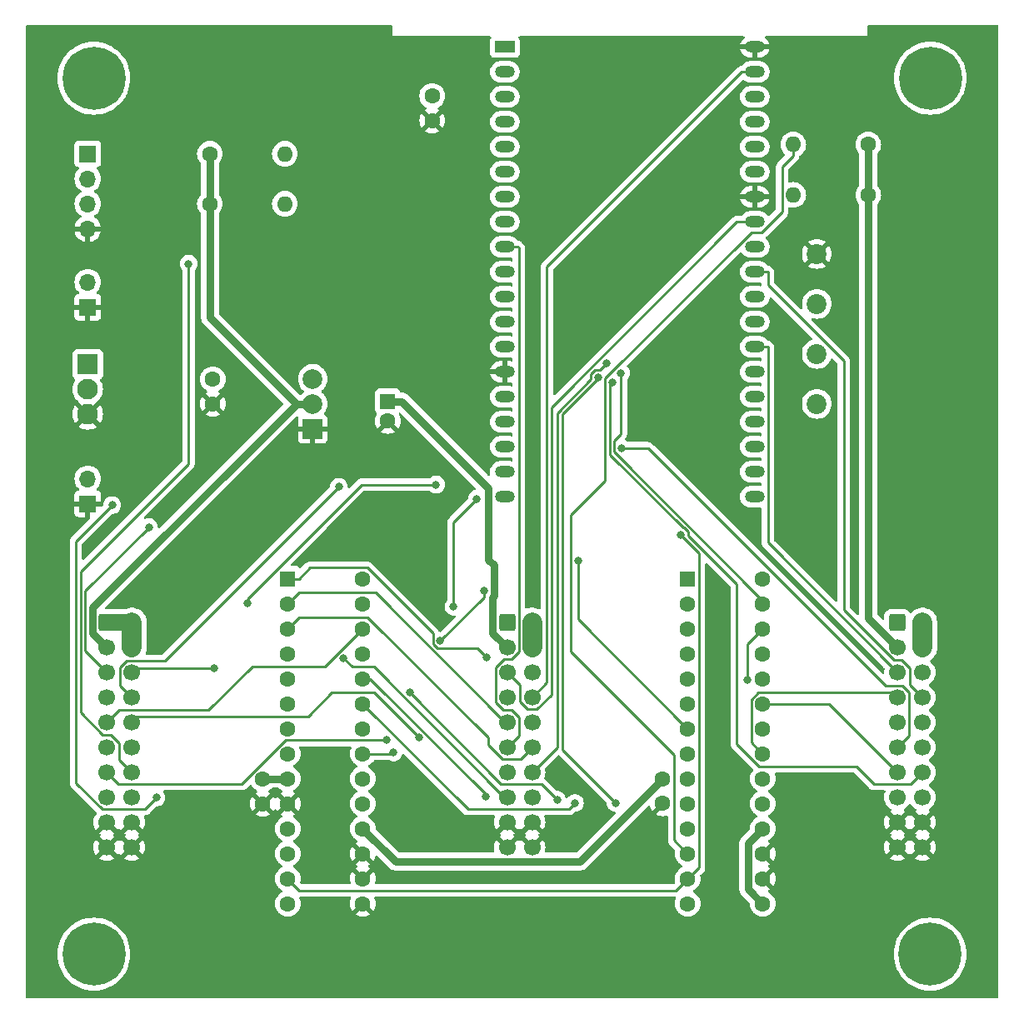
<source format=gbr>
%TF.GenerationSoftware,KiCad,Pcbnew,8.0.0*%
%TF.CreationDate,2024-03-11T16:40:43+11:00*%
%TF.ProjectId,split-flap,73706c69-742d-4666-9c61-702e6b696361,rev?*%
%TF.SameCoordinates,Original*%
%TF.FileFunction,Copper,L1,Top*%
%TF.FilePolarity,Positive*%
%FSLAX46Y46*%
G04 Gerber Fmt 4.6, Leading zero omitted, Abs format (unit mm)*
G04 Created by KiCad (PCBNEW 8.0.0) date 2024-03-11 16:40:43*
%MOMM*%
%LPD*%
G01*
G04 APERTURE LIST*
G04 Aperture macros list*
%AMRoundRect*
0 Rectangle with rounded corners*
0 $1 Rounding radius*
0 $2 $3 $4 $5 $6 $7 $8 $9 X,Y pos of 4 corners*
0 Add a 4 corners polygon primitive as box body*
4,1,4,$2,$3,$4,$5,$6,$7,$8,$9,$2,$3,0*
0 Add four circle primitives for the rounded corners*
1,1,$1+$1,$2,$3*
1,1,$1+$1,$4,$5*
1,1,$1+$1,$6,$7*
1,1,$1+$1,$8,$9*
0 Add four rect primitives between the rounded corners*
20,1,$1+$1,$2,$3,$4,$5,0*
20,1,$1+$1,$4,$5,$6,$7,0*
20,1,$1+$1,$6,$7,$8,$9,0*
20,1,$1+$1,$8,$9,$2,$3,0*%
G04 Aperture macros list end*
%TA.AperFunction,ComponentPad*%
%ADD10C,1.600000*%
%TD*%
%TA.AperFunction,ComponentPad*%
%ADD11O,1.600000X1.600000*%
%TD*%
%TA.AperFunction,ComponentPad*%
%ADD12R,1.700000X1.700000*%
%TD*%
%TA.AperFunction,ComponentPad*%
%ADD13O,1.700000X1.700000*%
%TD*%
%TA.AperFunction,ComponentPad*%
%ADD14C,6.400000*%
%TD*%
%TA.AperFunction,ComponentPad*%
%ADD15RoundRect,0.250000X-0.600000X-0.600000X0.600000X-0.600000X0.600000X0.600000X-0.600000X0.600000X0*%
%TD*%
%TA.AperFunction,ComponentPad*%
%ADD16C,1.700000*%
%TD*%
%TA.AperFunction,ComponentPad*%
%ADD17R,2.100000X2.100000*%
%TD*%
%TA.AperFunction,ComponentPad*%
%ADD18C,2.100000*%
%TD*%
%TA.AperFunction,ComponentPad*%
%ADD19R,2.000000X1.200000*%
%TD*%
%TA.AperFunction,ComponentPad*%
%ADD20O,2.000000X1.200000*%
%TD*%
%TA.AperFunction,ComponentPad*%
%ADD21R,1.600000X1.600000*%
%TD*%
%TA.AperFunction,ComponentPad*%
%ADD22C,2.020000*%
%TD*%
%TA.AperFunction,ComponentPad*%
%ADD23R,2.000000X2.000000*%
%TD*%
%TA.AperFunction,ComponentPad*%
%ADD24C,2.000000*%
%TD*%
%TA.AperFunction,ViaPad*%
%ADD25C,0.800000*%
%TD*%
%TA.AperFunction,Conductor*%
%ADD26C,1.701800*%
%TD*%
%TA.AperFunction,Conductor*%
%ADD27C,2.000000*%
%TD*%
%TA.AperFunction,Conductor*%
%ADD28C,0.800000*%
%TD*%
%TA.AperFunction,Conductor*%
%ADD29C,0.250000*%
%TD*%
G04 APERTURE END LIST*
D10*
%TO.P,C5,1*%
%TO.N,+3.3V*%
X132080000Y-106720000D03*
%TO.P,C5,2*%
%TO.N,GND*%
X132080000Y-109220000D03*
%TD*%
%TO.P,R2,1*%
%TO.N,+3.3V*%
X126705000Y-48260000D03*
D11*
%TO.P,R2,2*%
%TO.N,/chain_SCK*%
X134325000Y-48260000D03*
%TD*%
D12*
%TO.P,J4,1,Pin_1*%
%TO.N,GND*%
X114295000Y-58765000D03*
D13*
%TO.P,J4,2,Pin_2*%
%TO.N,/button2*%
X114295000Y-56225000D03*
%TD*%
D12*
%TO.P,J2,1,Pin_1*%
%TO.N,+3.3V*%
X114295000Y-43180000D03*
D13*
%TO.P,J2,2,Pin_2*%
%TO.N,/chain_SDA*%
X114295000Y-45720000D03*
%TO.P,J2,3,Pin_3*%
%TO.N,/chain_SCK*%
X114295000Y-48260000D03*
%TO.P,J2,4,Pin_4*%
%TO.N,GND*%
X114295000Y-50800000D03*
%TD*%
D10*
%TO.P,C4,1*%
%TO.N,+3.3V*%
X172720000Y-106680000D03*
%TO.P,C4,2*%
%TO.N,GND*%
X172720000Y-109180000D03*
%TD*%
D14*
%TO.P,REF1,1*%
%TO.N,N/C*%
X114915000Y-35500000D03*
%TD*%
D15*
%TO.P,J5,1,Pin_1*%
%TO.N,+9V*%
X196580000Y-90790000D03*
D16*
%TO.P,J5,2,Pin_2*%
X199120000Y-90790000D03*
%TO.P,J5,3,Pin_3*%
%TO.N,+3.3V*%
X196580000Y-93330000D03*
%TO.P,J5,4,Pin_4*%
%TO.N,+9V*%
X199120000Y-93330000D03*
%TO.P,J5,5,Pin_5*%
%TO.N,/step_03*%
X196580000Y-95870000D03*
%TO.P,J5,6,Pin_6*%
%TO.N,/{slash}en_03*%
X199120000Y-95870000D03*
%TO.P,J5,7,Pin_7*%
%TO.N,/sens_03*%
X196580000Y-98410000D03*
%TO.P,J5,8,Pin_8*%
%TO.N,/step_02*%
X199120000Y-98410000D03*
%TO.P,J5,9,Pin_9*%
%TO.N,/{slash}en_02*%
X196580000Y-100950000D03*
%TO.P,J5,10,Pin_10*%
%TO.N,/sens_02*%
X199120000Y-100950000D03*
%TO.P,J5,11,Pin_11*%
%TO.N,/step_01*%
X196580000Y-103490000D03*
%TO.P,J5,12,Pin_12*%
%TO.N,/{slash}en_01*%
X199120000Y-103490000D03*
%TO.P,J5,13,Pin_13*%
%TO.N,/sens_01*%
X196580000Y-106030000D03*
%TO.P,J5,14,Pin_14*%
%TO.N,/step_00*%
X199120000Y-106030000D03*
%TO.P,J5,15,Pin_15*%
%TO.N,/{slash}en_00*%
X196580000Y-108570000D03*
%TO.P,J5,16,Pin_16*%
%TO.N,/sens_00*%
X199120000Y-108570000D03*
%TO.P,J5,17,Pin_17*%
%TO.N,GND*%
X196580000Y-111110000D03*
%TO.P,J5,18,Pin_18*%
X199120000Y-111110000D03*
%TO.P,J5,19,Pin_19*%
X196580000Y-113650000D03*
%TO.P,J5,20,Pin_20*%
X199120000Y-113650000D03*
%TD*%
D14*
%TO.P,REF3,1*%
%TO.N,N/C*%
X114915000Y-124500000D03*
%TD*%
D17*
%TO.P,J1,1,Pin_1*%
%TO.N,+9V*%
X114295000Y-64560000D03*
D18*
%TO.P,J1,2,Pin_2*%
X114295000Y-67100000D03*
%TO.P,J1,3,Pin_3*%
%TO.N,GND*%
X114295000Y-69640000D03*
%TD*%
D19*
%TO.P,U2,1,3V3*%
%TO.N,+3.3V*%
X156675000Y-32321600D03*
D20*
%TO.P,U2,2,CHIP_PU*%
%TO.N,unconnected-(U2-CHIP_PU-Pad2)*%
X156675000Y-34861600D03*
%TO.P,U2,3,SENSOR_VP/GPIO36/ADC1_CH0*%
%TO.N,unconnected-(U2-SENSOR_VP{slash}GPIO36{slash}ADC1_CH0-Pad3)*%
X156675000Y-37401600D03*
%TO.P,U2,4,SENSOR_VN/GPIO39/ADC1_CH3*%
%TO.N,unconnected-(U2-SENSOR_VN{slash}GPIO39{slash}ADC1_CH3-Pad4)*%
X156675000Y-39941600D03*
%TO.P,U2,5,VDET_1/GPIO34/ADC1_CH6*%
%TO.N,unconnected-(U2-VDET_1{slash}GPIO34{slash}ADC1_CH6-Pad5)*%
X156675000Y-42481600D03*
%TO.P,U2,6,VDET_2/GPIO35/ADC1_CH7*%
%TO.N,unconnected-(U2-VDET_2{slash}GPIO35{slash}ADC1_CH7-Pad6)*%
X156675000Y-45021600D03*
%TO.P,U2,7,32K_XP/GPIO32/ADC1_CH4*%
%TO.N,/chain_SDA*%
X156675000Y-47561600D03*
%TO.P,U2,8,32K_XN/GPIO33/ADC1_CH5*%
%TO.N,/chain_SCK*%
X156675000Y-50101600D03*
%TO.P,U2,9,DAC_1/ADC2_CH8/GPIO25*%
%TO.N,/step_09*%
X156675000Y-52641600D03*
%TO.P,U2,10,DAC_2/ADC2_CH9/GPIO26*%
%TO.N,/step_08*%
X156675000Y-55181600D03*
%TO.P,U2,11,ADC2_CH7/GPIO27*%
%TO.N,/interruptPin*%
X156675000Y-57721600D03*
%TO.P,U2,12,MTMS/GPIO14/ADC2_CH6*%
%TO.N,/step_00*%
X156675000Y-60261600D03*
%TO.P,U2,13,MTDI/GPIO12/ADC2_CH5*%
%TO.N,unconnected-(U2-MTDI{slash}GPIO12{slash}ADC2_CH5-Pad13)*%
X156675000Y-62801600D03*
%TO.P,U2,14,GND*%
%TO.N,GND*%
X156675000Y-65341600D03*
%TO.P,U2,15,MTCK/GPIO13/ADC2_CH4*%
%TO.N,/step_01*%
X156675000Y-67881600D03*
%TO.P,U2,16,SD_DATA2/GPIO9*%
%TO.N,unconnected-(U2-SD_DATA2{slash}GPIO9-Pad16)*%
X156675000Y-70421600D03*
%TO.P,U2,17,SD_DATA3/GPIO10*%
%TO.N,unconnected-(U2-SD_DATA3{slash}GPIO10-Pad17)*%
X156675000Y-72961600D03*
%TO.P,U2,18,CMD*%
%TO.N,unconnected-(U2-CMD-Pad18)*%
X156675000Y-75501600D03*
%TO.P,U2,19,5V*%
%TO.N,unconnected-(U2-5V-Pad19)*%
X156675000Y-78041600D03*
%TO.P,U2,20,SD_CLK/GPIO6*%
%TO.N,unconnected-(U2-SD_CLK{slash}GPIO6-Pad20)*%
X182071320Y-78038880D03*
%TO.P,U2,21,SD_DATA0/GPIO7*%
%TO.N,unconnected-(U2-SD_DATA0{slash}GPIO7-Pad21)*%
X182071320Y-75498880D03*
%TO.P,U2,22,SD_DATA1/GPIO8*%
%TO.N,unconnected-(U2-SD_DATA1{slash}GPIO8-Pad22)*%
X182075000Y-72961600D03*
%TO.P,U2,23,MTDO/GPIO15/ADC2_CH3*%
%TO.N,/step_07*%
X182075000Y-70421600D03*
%TO.P,U2,24,ADC2_CH2/GPIO2*%
%TO.N,unconnected-(U2-ADC2_CH2{slash}GPIO2-Pad24)*%
X182075000Y-67881600D03*
%TO.P,U2,25,GPIO0/BOOT/ADC2_CH1*%
%TO.N,unconnected-(U2-GPIO0{slash}BOOT{slash}ADC2_CH1-Pad25)*%
X182075000Y-65341600D03*
%TO.P,U2,26,ADC2_CH0/GPIO4*%
%TO.N,/step_03*%
X182075000Y-62801600D03*
%TO.P,U2,27,GPIO16*%
%TO.N,/step_06*%
X182075000Y-60261600D03*
%TO.P,U2,28,GPIO17*%
%TO.N,/step_05*%
X182075000Y-57721600D03*
%TO.P,U2,29,GPIO5*%
%TO.N,/step_02*%
X182075000Y-55181600D03*
%TO.P,U2,30,GPIO18*%
%TO.N,/step_04*%
X182075000Y-52641600D03*
%TO.P,U2,31,GPIO19*%
%TO.N,/step_11*%
X182075000Y-50101600D03*
%TO.P,U2,32,GND*%
%TO.N,GND*%
X182075000Y-47561600D03*
%TO.P,U2,33,GPIO21*%
%TO.N,Net-(U2-GPIO21)*%
X182075000Y-45021600D03*
%TO.P,U2,34,U0RXD/GPIO3*%
%TO.N,unconnected-(U2-U0RXD{slash}GPIO3-Pad34)*%
X182075000Y-42481600D03*
%TO.P,U2,35,U0TXD/GPIO1*%
%TO.N,unconnected-(U2-U0TXD{slash}GPIO1-Pad35)*%
X182075000Y-39941600D03*
%TO.P,U2,36,GPIO22*%
%TO.N,Net-(U2-GPIO22)*%
X182075000Y-37401600D03*
%TO.P,U2,37,GPIO23*%
%TO.N,/step_10*%
X182075000Y-34861600D03*
%TO.P,U2,38,GND*%
%TO.N,GND*%
X182075000Y-32321600D03*
%TD*%
D21*
%TO.P,U3,1,GPB0*%
%TO.N,/{slash}en_11*%
X134620000Y-86360000D03*
D10*
%TO.P,U3,2,GPB1*%
%TO.N,/{slash}en_10*%
X134620000Y-88900000D03*
%TO.P,U3,3,GPB2*%
%TO.N,/{slash}en_09*%
X134620000Y-91440000D03*
%TO.P,U3,4,GPB3*%
%TO.N,/{slash}en_08*%
X134620000Y-93980000D03*
%TO.P,U3,5,GPB4*%
%TO.N,Net-(U3-GPB4)*%
X134620000Y-96520000D03*
%TO.P,U3,6,GPB5*%
%TO.N,Net-(U3-GPB5)*%
X134620000Y-99060000D03*
%TO.P,U3,7,GPB6*%
%TO.N,Net-(U3-GPB6)*%
X134620000Y-101600000D03*
%TO.P,U3,8,GPB7*%
%TO.N,unconnected-(U3-GPB7-Pad8)*%
X134620000Y-104140000D03*
%TO.P,U3,9,VDD*%
%TO.N,+3.3V*%
X134620000Y-106680000D03*
%TO.P,U3,10,VSS*%
%TO.N,GND*%
X134620000Y-109220000D03*
%TO.P,U3,11,NC*%
%TO.N,unconnected-(U3-NC-Pad11)*%
X134620000Y-111760000D03*
%TO.P,U3,12,SCK*%
%TO.N,Net-(U2-GPIO22)*%
X134620000Y-114300000D03*
%TO.P,U3,13,SDA*%
%TO.N,Net-(U2-GPIO21)*%
X134620000Y-116840000D03*
%TO.P,U3,14,NC*%
%TO.N,unconnected-(U3-NC-Pad14)*%
X134620000Y-119380000D03*
%TO.P,U3,15,A0*%
%TO.N,GND*%
X142240000Y-119380000D03*
%TO.P,U3,16,A1*%
X142240000Y-116840000D03*
%TO.P,U3,17,A2*%
X142240000Y-114300000D03*
%TO.P,U3,18,~{RESET}*%
%TO.N,+3.3V*%
X142240000Y-111760000D03*
%TO.P,U3,19,INTB*%
%TO.N,unconnected-(U3-INTB-Pad19)*%
X142240000Y-109220000D03*
%TO.P,U3,20,INTA*%
%TO.N,unconnected-(U3-INTA-Pad20)*%
X142240000Y-106680000D03*
%TO.P,U3,21,GPA0*%
%TO.N,/{slash}en_03*%
X142240000Y-104140000D03*
%TO.P,U3,22,GPA1*%
%TO.N,/{slash}en_02*%
X142240000Y-101600000D03*
%TO.P,U3,23,GPA2*%
%TO.N,/{slash}en_01*%
X142240000Y-99060000D03*
%TO.P,U3,24,GPA3*%
%TO.N,/{slash}en_00*%
X142240000Y-96520000D03*
%TO.P,U3,25,GPA4*%
%TO.N,/{slash}en_07*%
X142240000Y-93980000D03*
%TO.P,U3,26,GPA5*%
%TO.N,/{slash}en_06*%
X142240000Y-91440000D03*
%TO.P,U3,27,GPA6*%
%TO.N,/{slash}en_05*%
X142240000Y-88900000D03*
%TO.P,U3,28,GPA7*%
%TO.N,/{slash}en_04*%
X142240000Y-86360000D03*
%TD*%
D22*
%TO.P,TP3,1*%
%TO.N,Net-(U3-GPB6)*%
X188385000Y-68580000D03*
%TD*%
D10*
%TO.P,R1,1*%
%TO.N,+3.3V*%
X126705000Y-43180000D03*
D11*
%TO.P,R1,2*%
%TO.N,/chain_SDA*%
X134325000Y-43180000D03*
%TD*%
D10*
%TO.P,C1,1*%
%TO.N,+9V*%
X127000000Y-66080000D03*
%TO.P,C1,2*%
%TO.N,GND*%
X127000000Y-68580000D03*
%TD*%
%TO.P,R3,1*%
%TO.N,+3.3V*%
X193610000Y-47350000D03*
D11*
%TO.P,R3,2*%
%TO.N,Net-(U2-GPIO21)*%
X185990000Y-47350000D03*
%TD*%
D14*
%TO.P,REF4,1*%
%TO.N,N/C*%
X199905000Y-124500000D03*
%TD*%
D22*
%TO.P,TP1,1*%
%TO.N,Net-(U3-GPB4)*%
X188385000Y-58420000D03*
%TD*%
D21*
%TO.P,U4,1,GPB0*%
%TO.N,/sens_05*%
X175260000Y-86360000D03*
D10*
%TO.P,U4,2,GPB1*%
%TO.N,/sens_04*%
X175260000Y-88900000D03*
%TO.P,U4,3,GPB2*%
%TO.N,/sens_11*%
X175260000Y-91440000D03*
%TO.P,U4,4,GPB3*%
%TO.N,/sens_10*%
X175260000Y-93980000D03*
%TO.P,U4,5,GPB4*%
%TO.N,/sens_09*%
X175260000Y-96520000D03*
%TO.P,U4,6,GPB5*%
%TO.N,/sens_08*%
X175260000Y-99060000D03*
%TO.P,U4,7,GPB6*%
%TO.N,/button1*%
X175260000Y-101600000D03*
%TO.P,U4,8,GPB7*%
%TO.N,unconnected-(U4-GPB7-Pad8)*%
X175260000Y-104140000D03*
%TO.P,U4,9,VDD*%
%TO.N,+3.3V*%
X175260000Y-106680000D03*
%TO.P,U4,10,VSS*%
%TO.N,GND*%
X175260000Y-109220000D03*
%TO.P,U4,11,NC*%
%TO.N,unconnected-(U4-NC-Pad11)*%
X175260000Y-111760000D03*
%TO.P,U4,12,SCK*%
%TO.N,Net-(U2-GPIO22)*%
X175260000Y-114300000D03*
%TO.P,U4,13,SDA*%
%TO.N,Net-(U2-GPIO21)*%
X175260000Y-116840000D03*
%TO.P,U4,14,NC*%
%TO.N,unconnected-(U4-NC-Pad14)*%
X175260000Y-119380000D03*
%TO.P,U4,15,A0*%
%TO.N,+3.3V*%
X182880000Y-119380000D03*
%TO.P,U4,16,A1*%
%TO.N,GND*%
X182880000Y-116840000D03*
%TO.P,U4,17,A2*%
X182880000Y-114300000D03*
%TO.P,U4,18,~{RESET}*%
%TO.N,+3.3V*%
X182880000Y-111760000D03*
%TO.P,U4,19,INTB*%
%TO.N,unconnected-(U4-INTB-Pad19)*%
X182880000Y-109220000D03*
%TO.P,U4,20,INTA*%
%TO.N,/interruptPin*%
X182880000Y-106680000D03*
%TO.P,U4,21,GPA0*%
%TO.N,/sens_03*%
X182880000Y-104140000D03*
%TO.P,U4,22,GPA1*%
%TO.N,/sens_02*%
X182880000Y-101600000D03*
%TO.P,U4,23,GPA2*%
%TO.N,/sens_01*%
X182880000Y-99060000D03*
%TO.P,U4,24,GPA3*%
%TO.N,/sens_00*%
X182880000Y-96520000D03*
%TO.P,U4,25,GPA4*%
%TO.N,/sens_07*%
X182880000Y-93980000D03*
%TO.P,U4,26,GPA5*%
%TO.N,/sens_06*%
X182880000Y-91440000D03*
%TO.P,U4,27,GPA6*%
%TO.N,/button2*%
X182880000Y-88900000D03*
%TO.P,U4,28,GPA7*%
%TO.N,unconnected-(U4-GPA7-Pad28)*%
X182880000Y-86360000D03*
%TD*%
%TO.P,R4,1*%
%TO.N,+3.3V*%
X193610000Y-42230000D03*
D11*
%TO.P,R4,2*%
%TO.N,Net-(U2-GPIO22)*%
X185990000Y-42230000D03*
%TD*%
D15*
%TO.P,J6,1,Pin_1*%
%TO.N,+9V*%
X116235000Y-90790000D03*
D16*
%TO.P,J6,2,Pin_2*%
X118775000Y-90790000D03*
%TO.P,J6,3,Pin_3*%
%TO.N,+3.3V*%
X116235000Y-93330000D03*
%TO.P,J6,4,Pin_4*%
%TO.N,+9V*%
X118775000Y-93330000D03*
%TO.P,J6,5,Pin_5*%
%TO.N,/step_07*%
X116235000Y-95870000D03*
%TO.P,J6,6,Pin_6*%
%TO.N,/{slash}en_07*%
X118775000Y-95870000D03*
%TO.P,J6,7,Pin_7*%
%TO.N,/sens_07*%
X116235000Y-98410000D03*
%TO.P,J6,8,Pin_8*%
%TO.N,/step_06*%
X118775000Y-98410000D03*
%TO.P,J6,9,Pin_9*%
%TO.N,/{slash}en_06*%
X116235000Y-100950000D03*
%TO.P,J6,10,Pin_10*%
%TO.N,/sens_06*%
X118775000Y-100950000D03*
%TO.P,J6,11,Pin_11*%
%TO.N,/step_05*%
X116235000Y-103490000D03*
%TO.P,J6,12,Pin_12*%
%TO.N,/{slash}en_05*%
X118775000Y-103490000D03*
%TO.P,J6,13,Pin_13*%
%TO.N,/sens_05*%
X116235000Y-106030000D03*
%TO.P,J6,14,Pin_14*%
%TO.N,/step_04*%
X118775000Y-106030000D03*
%TO.P,J6,15,Pin_15*%
%TO.N,/{slash}en_04*%
X116235000Y-108570000D03*
%TO.P,J6,16,Pin_16*%
%TO.N,/sens_04*%
X118775000Y-108570000D03*
%TO.P,J6,17,Pin_17*%
%TO.N,GND*%
X116235000Y-111110000D03*
%TO.P,J6,18,Pin_18*%
X118775000Y-111110000D03*
%TO.P,J6,19,Pin_19*%
X116235000Y-113650000D03*
%TO.P,J6,20,Pin_20*%
X118775000Y-113650000D03*
%TD*%
D14*
%TO.P,REF2,1*%
%TO.N,N/C*%
X199915000Y-35500000D03*
%TD*%
D12*
%TO.P,J3,1,Pin_1*%
%TO.N,GND*%
X114295000Y-78740000D03*
D13*
%TO.P,J3,2,Pin_2*%
%TO.N,/button1*%
X114295000Y-76200000D03*
%TD*%
D22*
%TO.P,TP4,1*%
%TO.N,GND*%
X188385000Y-53340000D03*
%TD*%
%TO.P,TP2,1*%
%TO.N,Net-(U3-GPB5)*%
X188385000Y-63500000D03*
%TD*%
D10*
%TO.P,C3,1*%
%TO.N,+3.3V*%
X149297700Y-37300000D03*
%TO.P,C3,2*%
%TO.N,GND*%
X149297700Y-39800000D03*
%TD*%
D15*
%TO.P,J7,1,Pin_1*%
%TO.N,+9V*%
X156907500Y-90790000D03*
D16*
%TO.P,J7,2,Pin_2*%
X159447500Y-90790000D03*
%TO.P,J7,3,Pin_3*%
%TO.N,+3.3V*%
X156907500Y-93330000D03*
%TO.P,J7,4,Pin_4*%
%TO.N,+9V*%
X159447500Y-93330000D03*
%TO.P,J7,5,Pin_5*%
%TO.N,/step_11*%
X156907500Y-95870000D03*
%TO.P,J7,6,Pin_6*%
%TO.N,/{slash}en_11*%
X159447500Y-95870000D03*
%TO.P,J7,7,Pin_7*%
%TO.N,/sens_11*%
X156907500Y-98410000D03*
%TO.P,J7,8,Pin_8*%
%TO.N,/step_10*%
X159447500Y-98410000D03*
%TO.P,J7,9,Pin_9*%
%TO.N,/{slash}en_10*%
X156907500Y-100950000D03*
%TO.P,J7,10,Pin_10*%
%TO.N,/sens_10*%
X159447500Y-100950000D03*
%TO.P,J7,11,Pin_11*%
%TO.N,/step_09*%
X156907500Y-103490000D03*
%TO.P,J7,12,Pin_12*%
%TO.N,/{slash}en_09*%
X159447500Y-103490000D03*
%TO.P,J7,13,Pin_13*%
%TO.N,/sens_09*%
X156907500Y-106030000D03*
%TO.P,J7,14,Pin_14*%
%TO.N,/step_08*%
X159447500Y-106030000D03*
%TO.P,J7,15,Pin_15*%
%TO.N,/{slash}en_08*%
X156907500Y-108570000D03*
%TO.P,J7,16,Pin_16*%
%TO.N,/sens_08*%
X159447500Y-108570000D03*
%TO.P,J7,17,Pin_17*%
%TO.N,GND*%
X156907500Y-111110000D03*
%TO.P,J7,18,Pin_18*%
X159447500Y-111110000D03*
%TO.P,J7,19,Pin_19*%
X156907500Y-113650000D03*
%TO.P,J7,20,Pin_20*%
X159447500Y-113650000D03*
%TD*%
D23*
%TO.P,U1,1,GND*%
%TO.N,GND*%
X137160000Y-71120000D03*
D24*
%TO.P,U1,2,VOUT*%
%TO.N,+3.3V*%
X137160000Y-68580000D03*
%TO.P,U1,3,VIN*%
%TO.N,+9V*%
X137160000Y-66040000D03*
%TD*%
D21*
%TO.P,C2,1*%
%TO.N,+3.3V*%
X144780000Y-68327000D03*
D10*
%TO.P,C2,2*%
%TO.N,GND*%
X144780000Y-70327000D03*
%TD*%
D25*
%TO.N,/step_00*%
X167599100Y-66404100D03*
%TO.N,/{slash}en_00*%
X154724100Y-108531100D03*
%TO.N,/step_01*%
X168526100Y-73081700D03*
%TO.N,/{slash}en_01*%
X163784500Y-109142400D03*
%TO.N,/{slash}en_02*%
X161982800Y-108820800D03*
X146996600Y-97925100D03*
%TO.N,/{slash}en_03*%
X145358500Y-104013200D03*
%TO.N,/step_04*%
X124539500Y-54350000D03*
%TO.N,/step_05*%
X130482800Y-88879000D03*
X149691200Y-76794400D03*
%TO.N,/sens_05*%
X144679100Y-102769200D03*
%TO.N,/step_06*%
X139808400Y-77026500D03*
%TO.N,/sens_06*%
X147962300Y-102506600D03*
X181290800Y-96640600D03*
%TO.N,/step_07*%
X120497500Y-81101100D03*
%TO.N,/{slash}en_07*%
X127166000Y-95492900D03*
%TO.N,/step_08*%
X167029400Y-64489800D03*
%TO.N,/{slash}en_08*%
X140292700Y-94417100D03*
%TO.N,/{slash}en_11*%
X154790200Y-94340000D03*
%TO.N,/button1*%
X164107300Y-84546900D03*
%TO.N,/button2*%
X168472000Y-65445200D03*
%TO.N,/interruptPin*%
X167935500Y-109125800D03*
X166137900Y-65876400D03*
%TO.N,Net-(U2-GPIO21)*%
X174564800Y-81904300D03*
%TO.N,Net-(U3-GPB4)*%
X153842500Y-78226700D03*
X151457300Y-89175000D03*
%TO.N,Net-(U3-GPB5)*%
X121268400Y-108599200D03*
X116767500Y-78879900D03*
%TO.N,Net-(U3-GPB6)*%
X154543200Y-87539800D03*
X150122500Y-92679400D03*
%TD*%
D26*
%TO.N,+9V*%
X118775000Y-90790000D02*
X116235000Y-90790000D01*
D27*
X199120000Y-93330000D02*
X199120000Y-90790000D01*
X159447500Y-93330000D02*
X159447500Y-90790000D01*
X118775000Y-93330000D02*
X118775000Y-90790000D01*
D28*
%TO.N,+3.3V*%
X135485500Y-68580000D02*
X114778000Y-89287500D01*
X182880000Y-111760000D02*
X181406300Y-113233700D01*
X126705000Y-59799500D02*
X135485500Y-68580000D01*
X155449800Y-88266600D02*
X155612900Y-88103500D01*
X126705000Y-43180000D02*
X126705000Y-48260000D01*
X155028300Y-84406300D02*
X155028300Y-77173600D01*
X193610000Y-42230000D02*
X193610000Y-47350000D01*
X114778000Y-91873000D02*
X116235000Y-93330000D01*
X137160000Y-68580000D02*
X135485500Y-68580000D01*
X145582100Y-115102100D02*
X142240000Y-111760000D01*
X132120000Y-106680000D02*
X132080000Y-106720000D01*
X181406300Y-113233700D02*
X181406300Y-117906300D01*
X155612900Y-84990900D02*
X155028300Y-84406300D01*
X155612900Y-88103500D02*
X155612900Y-84990900D01*
X164297900Y-115102100D02*
X145582100Y-115102100D01*
X172720000Y-106680000D02*
X164297900Y-115102100D01*
X134620000Y-106680000D02*
X132120000Y-106680000D01*
X155028300Y-77173600D02*
X146181700Y-68327000D01*
X126705000Y-48260000D02*
X126705000Y-59799500D01*
X144780000Y-68327000D02*
X146181700Y-68327000D01*
X156907500Y-93330000D02*
X155449800Y-91872300D01*
X114778000Y-89287500D02*
X114778000Y-91873000D01*
X155449800Y-91872300D02*
X155449800Y-88266600D01*
X196580000Y-93330000D02*
X193610000Y-90360000D01*
X193610000Y-90360000D02*
X193610000Y-47350000D01*
X181406300Y-117906300D02*
X182880000Y-119380000D01*
D29*
%TO.N,/step_00*%
X192395100Y-105410000D02*
X182509700Y-105410000D01*
X182509700Y-105410000D02*
X180236400Y-103136700D01*
X199120000Y-106030000D02*
X197929400Y-107220600D01*
X194205700Y-107220600D02*
X192395100Y-105410000D01*
X175291500Y-81603300D02*
X174865800Y-81177600D01*
X167347700Y-73748800D02*
X167347700Y-66655500D01*
X180236400Y-103136700D02*
X180236400Y-86905400D01*
X175291500Y-81960500D02*
X175291500Y-81603300D01*
X180236400Y-86905400D02*
X175291500Y-81960500D01*
X174865800Y-81177600D02*
X174776500Y-81177600D01*
X174776500Y-81177600D02*
X167347700Y-73748800D01*
X197929400Y-107220600D02*
X194205700Y-107220600D01*
X167347700Y-66655500D02*
X167599100Y-66404100D01*
%TO.N,/{slash}en_00*%
X154724100Y-108240700D02*
X143003400Y-96520000D01*
X143003400Y-96520000D02*
X142240000Y-96520000D01*
X154724100Y-108531100D02*
X154724100Y-108240700D01*
%TO.N,/step_01*%
X197756700Y-102313300D02*
X196580000Y-103490000D01*
X168526100Y-73081700D02*
X171217900Y-73081700D01*
X195369500Y-97233300D02*
X197103500Y-97233300D01*
X197103500Y-97233300D02*
X197756700Y-97886500D01*
X197756700Y-97886500D02*
X197756700Y-102313300D01*
X171217900Y-73081700D02*
X195369500Y-97233300D01*
%TO.N,/{slash}en_01*%
X142240000Y-99060000D02*
X152942500Y-109762500D01*
X152942500Y-109762500D02*
X163164400Y-109762500D01*
X163164400Y-109762500D02*
X163784500Y-109142400D01*
%TO.N,/sens_01*%
X189610000Y-99060000D02*
X196580000Y-106030000D01*
X182880000Y-99060000D02*
X189610000Y-99060000D01*
%TO.N,/step_02*%
X196185300Y-94600000D02*
X197010900Y-94600000D01*
X197010900Y-94600000D02*
X197850000Y-95439100D01*
X197850000Y-95439100D02*
X197850000Y-97140000D01*
X182075000Y-55181600D02*
X183401700Y-55181600D01*
X197850000Y-97140000D02*
X199120000Y-98410000D01*
X183401700Y-55181600D02*
X183401700Y-56508300D01*
X183401700Y-56508300D02*
X191112300Y-64218900D01*
X191112300Y-89527000D02*
X196185300Y-94600000D01*
X191112300Y-64218900D02*
X191112300Y-89527000D01*
%TO.N,/{slash}en_02*%
X161982800Y-108820800D02*
X160368700Y-107206700D01*
X160368700Y-107206700D02*
X156278200Y-107206700D01*
X156278200Y-107206700D02*
X146996600Y-97925100D01*
%TO.N,/step_03*%
X183401700Y-62801600D02*
X183401700Y-82691700D01*
X183401700Y-82691700D02*
X196580000Y-95870000D01*
X182075000Y-62801600D02*
X183401700Y-62801600D01*
%TO.N,/{slash}en_03*%
X145231700Y-104140000D02*
X145358500Y-104013200D01*
X142240000Y-104140000D02*
X145231700Y-104140000D01*
%TO.N,/sens_03*%
X182880000Y-104140000D02*
X181710000Y-102970000D01*
X181710000Y-98629600D02*
X182406400Y-97933200D01*
X181710000Y-102970000D02*
X181710000Y-98629600D01*
X196103200Y-97933200D02*
X196580000Y-98410000D01*
X182406400Y-97933200D02*
X196103200Y-97933200D01*
%TO.N,/step_04*%
X117505000Y-104760000D02*
X118775000Y-106030000D01*
X116665900Y-102220000D02*
X117505000Y-103059100D01*
X124539500Y-54350000D02*
X124539500Y-74668000D01*
X117505000Y-103059100D02*
X117505000Y-104760000D01*
X113569200Y-99958400D02*
X115830800Y-102220000D01*
X124539500Y-74668000D02*
X113569200Y-85638300D01*
X113569200Y-85638300D02*
X113569200Y-99958400D01*
X115830800Y-102220000D02*
X116665900Y-102220000D01*
%TO.N,/step_05*%
X130482800Y-88422300D02*
X130482800Y-88879000D01*
X149691200Y-76794400D02*
X142110700Y-76794400D01*
X142110700Y-76794400D02*
X130482800Y-88422300D01*
%TO.N,/sens_05*%
X134397400Y-102769200D02*
X144679100Y-102769200D01*
X129946000Y-107220600D02*
X134397400Y-102769200D01*
X117425600Y-107220600D02*
X129946000Y-107220600D01*
X116235000Y-106030000D02*
X117425600Y-107220600D01*
%TO.N,/step_06*%
X118775000Y-98410000D02*
X117593300Y-97228300D01*
X117593300Y-95373400D02*
X118273400Y-94693300D01*
X117593300Y-97228300D02*
X117593300Y-95373400D01*
X122141600Y-94693300D02*
X139808400Y-77026500D01*
X118273400Y-94693300D02*
X122141600Y-94693300D01*
%TO.N,/{slash}en_06*%
X126581700Y-99679900D02*
X117505100Y-99679900D01*
X142240000Y-91440000D02*
X138430000Y-95250000D01*
X117505100Y-99679900D02*
X116235000Y-100950000D01*
X138430000Y-95250000D02*
X131011600Y-95250000D01*
X131011600Y-95250000D02*
X126581700Y-99679900D01*
%TO.N,/sens_06*%
X181290800Y-93029200D02*
X181290800Y-96640600D01*
X147962300Y-102506600D02*
X143354200Y-97898500D01*
X143354200Y-97898500D02*
X139110700Y-97898500D01*
X136679200Y-100330000D02*
X119395000Y-100330000D01*
X139110700Y-97898500D02*
X136679200Y-100330000D01*
X119395000Y-100330000D02*
X118775000Y-100950000D01*
X182880000Y-91440000D02*
X181290800Y-93029200D01*
%TO.N,/step_07*%
X114048500Y-87550100D02*
X120497500Y-81101100D01*
X114048500Y-93683500D02*
X114048500Y-87550100D01*
X116235000Y-95870000D02*
X114048500Y-93683500D01*
%TO.N,/{slash}en_07*%
X127166000Y-95492900D02*
X119152100Y-95492900D01*
X119152100Y-95492900D02*
X118775000Y-95870000D01*
%TO.N,/step_08*%
X165837000Y-65149700D02*
X166369500Y-65149700D01*
X159447500Y-106030000D02*
X161987000Y-103490500D01*
X165411200Y-66108300D02*
X165411200Y-65575500D01*
X165411200Y-65575500D02*
X165837000Y-65149700D01*
X161987000Y-69532500D02*
X165411200Y-66108300D01*
X166369500Y-65149700D02*
X167029400Y-64489800D01*
X161987000Y-103490500D02*
X161987000Y-69532500D01*
%TO.N,/{slash}en_08*%
X156609100Y-108570000D02*
X156907500Y-108570000D01*
X143354900Y-95315800D02*
X156609100Y-108570000D01*
X141191400Y-95315800D02*
X143354900Y-95315800D01*
X140292700Y-94417100D02*
X141191400Y-95315800D01*
%TO.N,/step_09*%
X158102900Y-93798800D02*
X158102900Y-52742800D01*
X156599400Y-94506700D02*
X157395000Y-94506700D01*
X156675000Y-52641600D02*
X158001700Y-52641600D01*
X155729200Y-95376900D02*
X156599400Y-94506700D01*
X158125600Y-100476100D02*
X157347300Y-99697800D01*
X155729200Y-98897500D02*
X155729200Y-95376900D01*
X157395000Y-94506700D02*
X158102900Y-93798800D01*
X158102900Y-52742800D02*
X158001700Y-52641600D01*
X156529500Y-99697800D02*
X155729200Y-98897500D01*
X156907500Y-103490000D02*
X158125600Y-102271900D01*
X157347300Y-99697800D02*
X156529500Y-99697800D01*
X158125600Y-102271900D02*
X158125600Y-100476100D01*
%TO.N,/{slash}en_09*%
X158256900Y-104680600D02*
X159447500Y-103490000D01*
X156427700Y-104680600D02*
X158256900Y-104680600D01*
X154961800Y-102512100D02*
X154961800Y-103214700D01*
X154961800Y-103214700D02*
X156427700Y-104680600D01*
X142708100Y-90258400D02*
X154961800Y-102512100D01*
X134620000Y-91440000D02*
X135801600Y-90258400D01*
X135801600Y-90258400D02*
X142708100Y-90258400D01*
%TO.N,/step_10*%
X160938500Y-54671400D02*
X180748300Y-34861600D01*
X159447500Y-98410000D02*
X160938500Y-96919000D01*
X160938500Y-96919000D02*
X160938500Y-54671400D01*
X182075000Y-34861600D02*
X180748300Y-34861600D01*
%TO.N,/{slash}en_10*%
X135772200Y-87747800D02*
X143524500Y-87747800D01*
X143524500Y-87747800D02*
X156726700Y-100950000D01*
X156726700Y-100950000D02*
X156907500Y-100950000D01*
X134620000Y-88900000D02*
X135772200Y-87747800D01*
%TO.N,/step_11*%
X158177500Y-98840900D02*
X158177500Y-97140000D01*
X161390200Y-68957700D02*
X161390200Y-98142800D01*
X180246300Y-50101600D02*
X161390200Y-68957700D01*
X161390200Y-98142800D02*
X159905400Y-99627600D01*
X182075000Y-50101600D02*
X180748300Y-50101600D01*
X158964200Y-99627600D02*
X158177500Y-98840900D01*
X158177500Y-97140000D02*
X156907500Y-95870000D01*
X159905400Y-99627600D02*
X158964200Y-99627600D01*
X180748300Y-50101600D02*
X180246300Y-50101600D01*
%TO.N,/{slash}en_11*%
X149395800Y-92980300D02*
X149821600Y-93406100D01*
X149395800Y-91922200D02*
X149395800Y-92980300D01*
X153856300Y-93406100D02*
X154790200Y-94340000D01*
X149821600Y-93406100D02*
X153856300Y-93406100D01*
X136878600Y-85228100D02*
X142701700Y-85228100D01*
X142701700Y-85228100D02*
X149395800Y-91922200D01*
X134620000Y-86360000D02*
X135746700Y-86360000D01*
X135746700Y-86360000D02*
X136878600Y-85228100D01*
%TO.N,/button1*%
X164107300Y-90447300D02*
X164107300Y-84546900D01*
X175260000Y-101600000D02*
X164107300Y-90447300D01*
%TO.N,/button2*%
X182880000Y-88900000D02*
X182880000Y-88553000D01*
X168472000Y-71630700D02*
X168472000Y-65445200D01*
X167799400Y-72303300D02*
X168472000Y-71630700D01*
X182880000Y-88553000D02*
X167799400Y-73472400D01*
X167799400Y-73472400D02*
X167799400Y-72303300D01*
%TO.N,/interruptPin*%
X166137900Y-65876400D02*
X166137900Y-66020400D01*
X166137900Y-66020400D02*
X162567800Y-69590500D01*
X162567800Y-103758100D02*
X167935500Y-109125800D01*
X162567800Y-69590500D02*
X162567800Y-103758100D01*
%TO.N,Net-(U2-GPIO21)*%
X135810600Y-118030600D02*
X134620000Y-116840000D01*
X176409500Y-115690500D02*
X175260000Y-116840000D01*
X174564800Y-81904300D02*
X176409500Y-83749000D01*
X175260000Y-116840000D02*
X174069400Y-118030600D01*
X174069400Y-118030600D02*
X135810600Y-118030600D01*
X176409500Y-83749000D02*
X176409500Y-115690500D01*
%TO.N,Net-(U2-GPIO22)*%
X166872300Y-66009100D02*
X166872300Y-76389700D01*
X166872300Y-76389700D02*
X163380600Y-79881400D01*
X182768800Y-51154100D02*
X181727300Y-51154100D01*
X173873500Y-104250800D02*
X173873500Y-112913500D01*
X184863300Y-49059600D02*
X182768800Y-51154100D01*
X181727300Y-51154100D02*
X166872300Y-66009100D01*
X185990000Y-43356700D02*
X184863300Y-44483400D01*
X184863300Y-44483400D02*
X184863300Y-49059600D01*
X173873500Y-112913500D02*
X175260000Y-114300000D01*
X163380600Y-93757900D02*
X173873500Y-104250800D01*
X163380600Y-79881400D02*
X163380600Y-93757900D01*
X185990000Y-42230000D02*
X185990000Y-43356700D01*
%TO.N,Net-(U3-GPB4)*%
X153842500Y-78226700D02*
X151457300Y-80611900D01*
X151457300Y-80611900D02*
X151457300Y-89175000D01*
%TO.N,Net-(U3-GPB5)*%
X120105200Y-109762400D02*
X121268400Y-108599200D01*
X113089800Y-82557600D02*
X113089800Y-107096900D01*
X115755300Y-109762400D02*
X120105200Y-109762400D01*
X116767500Y-78879900D02*
X113089800Y-82557600D01*
X113089800Y-107096900D02*
X115755300Y-109762400D01*
%TO.N,Net-(U3-GPB6)*%
X154543200Y-87539800D02*
X154543200Y-88258700D01*
X154543200Y-88258700D02*
X150122500Y-92679400D01*
%TD*%
%TA.AperFunction,Conductor*%
%TO.N,GND*%
G36*
X141024994Y-103414385D02*
G01*
X141070749Y-103467189D01*
X141080693Y-103536347D01*
X141070337Y-103571104D01*
X141043049Y-103629625D01*
X141013262Y-103693502D01*
X141013258Y-103693511D01*
X140954366Y-103913302D01*
X140954364Y-103913313D01*
X140934532Y-104139998D01*
X140934532Y-104140001D01*
X140954364Y-104366686D01*
X140954366Y-104366697D01*
X141013258Y-104586488D01*
X141013261Y-104586497D01*
X141109431Y-104792732D01*
X141109432Y-104792734D01*
X141239954Y-104979141D01*
X141400858Y-105140045D01*
X141400861Y-105140047D01*
X141587266Y-105270568D01*
X141645275Y-105297618D01*
X141697714Y-105343791D01*
X141716866Y-105410984D01*
X141696650Y-105477865D01*
X141645275Y-105522382D01*
X141587267Y-105549431D01*
X141587265Y-105549432D01*
X141400858Y-105679954D01*
X141239954Y-105840858D01*
X141109432Y-106027265D01*
X141109431Y-106027267D01*
X141013261Y-106233502D01*
X141013258Y-106233511D01*
X140954366Y-106453302D01*
X140954364Y-106453313D01*
X140934532Y-106679998D01*
X140934532Y-106680001D01*
X140954364Y-106906686D01*
X140954366Y-106906697D01*
X141013258Y-107126488D01*
X141013261Y-107126497D01*
X141109431Y-107332732D01*
X141109432Y-107332734D01*
X141239954Y-107519141D01*
X141400858Y-107680045D01*
X141400861Y-107680047D01*
X141587266Y-107810568D01*
X141633656Y-107832200D01*
X141645275Y-107837618D01*
X141697714Y-107883791D01*
X141716866Y-107950984D01*
X141696650Y-108017865D01*
X141645275Y-108062382D01*
X141587267Y-108089431D01*
X141587265Y-108089432D01*
X141400858Y-108219954D01*
X141239954Y-108380858D01*
X141109432Y-108567265D01*
X141109431Y-108567267D01*
X141013261Y-108773502D01*
X141013258Y-108773511D01*
X140954366Y-108993302D01*
X140954364Y-108993313D01*
X140934532Y-109219998D01*
X140934532Y-109220001D01*
X140954364Y-109446686D01*
X140954366Y-109446697D01*
X141013258Y-109666488D01*
X141013261Y-109666497D01*
X141109431Y-109872732D01*
X141109432Y-109872734D01*
X141239954Y-110059141D01*
X141400858Y-110220045D01*
X141400861Y-110220047D01*
X141587266Y-110350568D01*
X141624542Y-110367950D01*
X141645275Y-110377618D01*
X141697714Y-110423791D01*
X141716866Y-110490984D01*
X141696650Y-110557865D01*
X141645275Y-110602382D01*
X141587267Y-110629431D01*
X141587265Y-110629432D01*
X141400858Y-110759954D01*
X141239954Y-110920858D01*
X141109432Y-111107265D01*
X141109431Y-111107267D01*
X141013261Y-111313502D01*
X141013258Y-111313511D01*
X140954366Y-111533302D01*
X140954364Y-111533313D01*
X140934532Y-111759998D01*
X140934532Y-111760001D01*
X140954364Y-111986686D01*
X140954366Y-111986697D01*
X141013258Y-112206488D01*
X141013261Y-112206497D01*
X141109431Y-112412732D01*
X141109432Y-112412734D01*
X141239954Y-112599141D01*
X141400858Y-112760045D01*
X141400861Y-112760047D01*
X141587266Y-112890568D01*
X141645865Y-112917893D01*
X141698305Y-112964065D01*
X141717457Y-113031258D01*
X141697242Y-113098139D01*
X141645867Y-113142657D01*
X141587513Y-113169868D01*
X141587512Y-113169868D01*
X141514526Y-113220973D01*
X141514526Y-113220974D01*
X142110590Y-113817037D01*
X142047007Y-113834075D01*
X141932993Y-113899901D01*
X141839901Y-113992993D01*
X141774075Y-114107007D01*
X141757037Y-114170589D01*
X141160974Y-113574526D01*
X141160973Y-113574526D01*
X141109868Y-113647512D01*
X141109866Y-113647516D01*
X141013734Y-113853673D01*
X141013730Y-113853682D01*
X140954860Y-114073389D01*
X140954858Y-114073400D01*
X140935034Y-114299997D01*
X140935034Y-114300002D01*
X140954858Y-114526599D01*
X140954860Y-114526610D01*
X141013730Y-114746317D01*
X141013735Y-114746331D01*
X141109863Y-114952478D01*
X141160974Y-115025472D01*
X141757037Y-114429409D01*
X141774075Y-114492993D01*
X141839901Y-114607007D01*
X141932993Y-114700099D01*
X142047007Y-114765925D01*
X142110590Y-114782962D01*
X141514526Y-115379025D01*
X141587513Y-115430132D01*
X141587517Y-115430134D01*
X141646456Y-115457618D01*
X141698895Y-115503790D01*
X141718047Y-115570984D01*
X141697831Y-115637865D01*
X141646457Y-115682382D01*
X141587512Y-115709868D01*
X141514526Y-115760973D01*
X141514526Y-115760974D01*
X142110590Y-116357037D01*
X142047007Y-116374075D01*
X141932993Y-116439901D01*
X141839901Y-116532993D01*
X141774075Y-116647007D01*
X141757037Y-116710590D01*
X141160974Y-116114526D01*
X141160973Y-116114526D01*
X141109868Y-116187512D01*
X141109866Y-116187516D01*
X141013734Y-116393673D01*
X141013730Y-116393682D01*
X140954860Y-116613389D01*
X140954858Y-116613400D01*
X140935034Y-116839997D01*
X140935034Y-116840002D01*
X140954858Y-117066599D01*
X140954860Y-117066610D01*
X141003733Y-117249007D01*
X141002070Y-117318857D01*
X140962907Y-117376719D01*
X140898679Y-117404223D01*
X140883958Y-117405100D01*
X136121053Y-117405100D01*
X136054014Y-117385415D01*
X136033372Y-117368781D01*
X135919413Y-117254822D01*
X135885928Y-117193499D01*
X135887319Y-117135048D01*
X135895137Y-117105871D01*
X135905635Y-117066692D01*
X135925468Y-116840000D01*
X135905635Y-116613308D01*
X135846739Y-116393504D01*
X135750568Y-116187266D01*
X135620047Y-116000861D01*
X135620045Y-116000858D01*
X135459141Y-115839954D01*
X135272734Y-115709432D01*
X135272728Y-115709429D01*
X135214725Y-115682382D01*
X135162285Y-115636210D01*
X135143133Y-115569017D01*
X135163348Y-115502135D01*
X135214725Y-115457618D01*
X135272734Y-115430568D01*
X135459139Y-115300047D01*
X135620047Y-115139139D01*
X135750568Y-114952734D01*
X135846739Y-114746496D01*
X135905635Y-114526692D01*
X135925468Y-114300000D01*
X135924081Y-114284151D01*
X135914376Y-114173219D01*
X135905635Y-114073308D01*
X135846739Y-113853504D01*
X135750568Y-113647266D01*
X135620047Y-113460861D01*
X135620045Y-113460858D01*
X135459141Y-113299954D01*
X135272734Y-113169432D01*
X135272728Y-113169429D01*
X135220359Y-113145009D01*
X135214724Y-113142381D01*
X135162285Y-113096210D01*
X135143133Y-113029017D01*
X135163348Y-112962135D01*
X135214725Y-112917618D01*
X135272734Y-112890568D01*
X135459139Y-112760047D01*
X135620047Y-112599139D01*
X135750568Y-112412734D01*
X135846739Y-112206496D01*
X135905635Y-111986692D01*
X135925468Y-111760000D01*
X135924599Y-111750072D01*
X135919801Y-111695230D01*
X135905635Y-111533308D01*
X135846739Y-111313504D01*
X135750568Y-111107266D01*
X135620047Y-110920861D01*
X135620045Y-110920858D01*
X135459141Y-110759954D01*
X135352546Y-110685317D01*
X135272734Y-110629432D01*
X135214132Y-110602105D01*
X135161694Y-110555933D01*
X135142543Y-110488739D01*
X135162759Y-110421858D01*
X135214135Y-110377341D01*
X135272482Y-110350133D01*
X135345471Y-110299024D01*
X134749409Y-109702962D01*
X134812993Y-109685925D01*
X134927007Y-109620099D01*
X135020099Y-109527007D01*
X135085925Y-109412993D01*
X135102962Y-109349409D01*
X135699024Y-109945471D01*
X135750136Y-109872478D01*
X135846264Y-109666331D01*
X135846269Y-109666317D01*
X135905139Y-109446610D01*
X135905141Y-109446599D01*
X135924966Y-109220002D01*
X135924966Y-109219997D01*
X135905141Y-108993400D01*
X135905139Y-108993389D01*
X135846269Y-108773682D01*
X135846264Y-108773668D01*
X135750136Y-108567521D01*
X135750132Y-108567513D01*
X135699025Y-108494526D01*
X135102962Y-109090589D01*
X135085925Y-109027007D01*
X135020099Y-108912993D01*
X134927007Y-108819901D01*
X134812993Y-108754075D01*
X134749410Y-108737037D01*
X135345472Y-108140974D01*
X135272480Y-108089864D01*
X135214134Y-108062657D01*
X135161695Y-108016484D01*
X135142543Y-107949291D01*
X135162759Y-107882410D01*
X135214134Y-107837893D01*
X135272734Y-107810568D01*
X135459139Y-107680047D01*
X135620047Y-107519139D01*
X135750568Y-107332734D01*
X135846739Y-107126496D01*
X135905635Y-106906692D01*
X135925468Y-106680000D01*
X135924599Y-106670072D01*
X135910495Y-106508857D01*
X135905635Y-106453308D01*
X135846739Y-106233504D01*
X135750568Y-106027266D01*
X135620047Y-105840861D01*
X135620045Y-105840858D01*
X135459141Y-105679954D01*
X135272734Y-105549432D01*
X135272728Y-105549429D01*
X135214725Y-105522382D01*
X135162285Y-105476210D01*
X135143133Y-105409017D01*
X135163348Y-105342135D01*
X135214725Y-105297618D01*
X135272734Y-105270568D01*
X135459139Y-105140047D01*
X135620047Y-104979139D01*
X135750568Y-104792734D01*
X135846739Y-104586496D01*
X135905635Y-104366692D01*
X135925468Y-104140000D01*
X135924612Y-104130220D01*
X135910009Y-103963306D01*
X135905635Y-103913308D01*
X135855286Y-103725403D01*
X135846741Y-103693511D01*
X135846740Y-103693510D01*
X135846739Y-103693504D01*
X135789662Y-103571104D01*
X135779171Y-103502027D01*
X135807691Y-103438243D01*
X135866167Y-103400004D01*
X135902045Y-103394700D01*
X140957955Y-103394700D01*
X141024994Y-103414385D01*
G37*
%TD.AperFunction*%
%TA.AperFunction,Conductor*%
G36*
X172320000Y-109232661D02*
G01*
X172347259Y-109334394D01*
X172399920Y-109425606D01*
X172474394Y-109500080D01*
X172565606Y-109552741D01*
X172667339Y-109580000D01*
X172673551Y-109580000D01*
X171994526Y-110259025D01*
X172067513Y-110310132D01*
X172067521Y-110310136D01*
X172273668Y-110406264D01*
X172273682Y-110406269D01*
X172493389Y-110465139D01*
X172493400Y-110465141D01*
X172719998Y-110484966D01*
X172720002Y-110484966D01*
X172946599Y-110465141D01*
X172946606Y-110465140D01*
X173091906Y-110426207D01*
X173161756Y-110427870D01*
X173219619Y-110467032D01*
X173247123Y-110531261D01*
X173248000Y-110545982D01*
X173248000Y-112975111D01*
X173272035Y-113095944D01*
X173272040Y-113095961D01*
X173319185Y-113209780D01*
X173319190Y-113209789D01*
X173353414Y-113261007D01*
X173353415Y-113261009D01*
X173387641Y-113312233D01*
X173479086Y-113403678D01*
X173479108Y-113403698D01*
X173960586Y-113885176D01*
X173994071Y-113946499D01*
X173992681Y-114004948D01*
X173974365Y-114073307D01*
X173974364Y-114073313D01*
X173954532Y-114299999D01*
X173954532Y-114300001D01*
X173974364Y-114526686D01*
X173974366Y-114526697D01*
X174033258Y-114746488D01*
X174033261Y-114746497D01*
X174129431Y-114952732D01*
X174129432Y-114952734D01*
X174259954Y-115139141D01*
X174420858Y-115300045D01*
X174420861Y-115300047D01*
X174607266Y-115430568D01*
X174665275Y-115457618D01*
X174717714Y-115503791D01*
X174736866Y-115570984D01*
X174716650Y-115637865D01*
X174665275Y-115682382D01*
X174607267Y-115709431D01*
X174607265Y-115709432D01*
X174420858Y-115839954D01*
X174259954Y-116000858D01*
X174129432Y-116187265D01*
X174129431Y-116187267D01*
X174033261Y-116393502D01*
X174033258Y-116393511D01*
X173974366Y-116613302D01*
X173974364Y-116613313D01*
X173962203Y-116752319D01*
X173954532Y-116840000D01*
X173974364Y-117066686D01*
X173974365Y-117066691D01*
X173974366Y-117066697D01*
X173992680Y-117135048D01*
X173991017Y-117204897D01*
X173960587Y-117254820D01*
X173846629Y-117368780D01*
X173785306Y-117402266D01*
X173758947Y-117405100D01*
X143596042Y-117405100D01*
X143529003Y-117385415D01*
X143483248Y-117332611D01*
X143473304Y-117263453D01*
X143476267Y-117249007D01*
X143525139Y-117066610D01*
X143525141Y-117066599D01*
X143544966Y-116840002D01*
X143544966Y-116839997D01*
X143525141Y-116613400D01*
X143525139Y-116613389D01*
X143466269Y-116393682D01*
X143466264Y-116393668D01*
X143370136Y-116187521D01*
X143370132Y-116187513D01*
X143319025Y-116114526D01*
X142722962Y-116710588D01*
X142705925Y-116647007D01*
X142640099Y-116532993D01*
X142547007Y-116439901D01*
X142432993Y-116374075D01*
X142369410Y-116357037D01*
X142965472Y-115760974D01*
X142892478Y-115709863D01*
X142833544Y-115682382D01*
X142781104Y-115636210D01*
X142761952Y-115569017D01*
X142782167Y-115502136D01*
X142833544Y-115457618D01*
X142892478Y-115430136D01*
X142965471Y-115379024D01*
X142369409Y-114782962D01*
X142432993Y-114765925D01*
X142547007Y-114700099D01*
X142640099Y-114607007D01*
X142705925Y-114492993D01*
X142722962Y-114429409D01*
X143319024Y-115025471D01*
X143370136Y-114952478D01*
X143466264Y-114746331D01*
X143466269Y-114746317D01*
X143513501Y-114570045D01*
X143549866Y-114510384D01*
X143612713Y-114479855D01*
X143682088Y-114488150D01*
X143720957Y-114514457D01*
X145008058Y-115801559D01*
X145008061Y-115801562D01*
X145064841Y-115839501D01*
X145065519Y-115839954D01*
X145155553Y-115900113D01*
X145237493Y-115934053D01*
X145319434Y-115967995D01*
X145484650Y-116000858D01*
X145493403Y-116002599D01*
X145493407Y-116002600D01*
X145493408Y-116002600D01*
X164386593Y-116002600D01*
X164386594Y-116002599D01*
X164560566Y-115967995D01*
X164642506Y-115934053D01*
X164724447Y-115900113D01*
X164814481Y-115839954D01*
X164815159Y-115839501D01*
X164834085Y-115826854D01*
X164871936Y-115801564D01*
X171247499Y-109425999D01*
X171308818Y-109392517D01*
X171378510Y-109397501D01*
X171434443Y-109439373D01*
X171454951Y-109481589D01*
X171493731Y-109626320D01*
X171493735Y-109626331D01*
X171589863Y-109832478D01*
X171640974Y-109905472D01*
X172320000Y-109226446D01*
X172320000Y-109232661D01*
G37*
%TD.AperFunction*%
%TA.AperFunction,Conductor*%
G36*
X146416256Y-104130220D02*
G01*
X146449226Y-104153816D01*
X152543763Y-110248355D01*
X152543767Y-110248358D01*
X152646210Y-110316809D01*
X152646211Y-110316809D01*
X152646215Y-110316812D01*
X152712896Y-110344431D01*
X152712898Y-110344433D01*
X152760043Y-110363961D01*
X152760048Y-110363963D01*
X152780097Y-110367951D01*
X152813696Y-110374634D01*
X152880892Y-110388001D01*
X152880894Y-110388001D01*
X153010221Y-110388001D01*
X153010241Y-110388000D01*
X155559973Y-110388000D01*
X155627012Y-110407685D01*
X155672767Y-110460489D01*
X155682711Y-110529647D01*
X155672355Y-110564405D01*
X155634070Y-110646507D01*
X155634066Y-110646516D01*
X155572932Y-110874673D01*
X155572930Y-110874684D01*
X155552343Y-111109998D01*
X155552343Y-111110001D01*
X155572930Y-111345315D01*
X155572932Y-111345326D01*
X155634066Y-111573483D01*
X155634070Y-111573492D01*
X155733900Y-111787579D01*
X155733902Y-111787583D01*
X155792572Y-111871373D01*
X155792573Y-111871373D01*
X156424537Y-111239408D01*
X156441575Y-111302993D01*
X156507401Y-111417007D01*
X156600493Y-111510099D01*
X156714507Y-111575925D01*
X156778090Y-111592962D01*
X156146125Y-112224925D01*
X156222531Y-112278425D01*
X156266155Y-112333002D01*
X156273348Y-112402501D01*
X156241826Y-112464855D01*
X156222529Y-112481576D01*
X156146125Y-112535072D01*
X156778090Y-113167037D01*
X156714507Y-113184075D01*
X156600493Y-113249901D01*
X156507401Y-113342993D01*
X156441575Y-113457007D01*
X156424537Y-113520590D01*
X155792572Y-112888625D01*
X155733901Y-112972419D01*
X155634070Y-113186507D01*
X155634066Y-113186516D01*
X155572932Y-113414673D01*
X155572930Y-113414684D01*
X155552343Y-113649998D01*
X155552343Y-113650001D01*
X155572930Y-113885315D01*
X155572931Y-113885322D01*
X155615853Y-114045506D01*
X155614190Y-114115356D01*
X155575028Y-114173219D01*
X155510799Y-114200723D01*
X155496078Y-114201600D01*
X146006462Y-114201600D01*
X145939423Y-114181915D01*
X145918781Y-114165281D01*
X143580446Y-111826946D01*
X143546961Y-111765623D01*
X143544599Y-111750072D01*
X143544081Y-111744151D01*
X143525635Y-111533308D01*
X143466739Y-111313504D01*
X143370568Y-111107266D01*
X143240047Y-110920861D01*
X143240045Y-110920858D01*
X143079141Y-110759954D01*
X142892734Y-110629432D01*
X142892728Y-110629429D01*
X142834725Y-110602382D01*
X142782285Y-110556210D01*
X142763133Y-110489017D01*
X142783348Y-110422135D01*
X142834725Y-110377618D01*
X142835319Y-110377341D01*
X142892734Y-110350568D01*
X143079139Y-110220047D01*
X143240047Y-110059139D01*
X143370568Y-109872734D01*
X143466739Y-109666496D01*
X143525635Y-109446692D01*
X143545468Y-109220000D01*
X143525635Y-108993308D01*
X143466739Y-108773504D01*
X143370568Y-108567266D01*
X143240047Y-108380861D01*
X143240045Y-108380858D01*
X143079141Y-108219954D01*
X142892734Y-108089432D01*
X142892728Y-108089429D01*
X142834725Y-108062382D01*
X142782285Y-108016210D01*
X142763133Y-107949017D01*
X142783348Y-107882135D01*
X142834725Y-107837618D01*
X142846344Y-107832200D01*
X142892734Y-107810568D01*
X143079139Y-107680047D01*
X143240047Y-107519139D01*
X143370568Y-107332734D01*
X143466739Y-107126496D01*
X143525635Y-106906692D01*
X143545468Y-106680000D01*
X143544599Y-106670072D01*
X143530495Y-106508857D01*
X143525635Y-106453308D01*
X143466739Y-106233504D01*
X143370568Y-106027266D01*
X143240047Y-105840861D01*
X143240045Y-105840858D01*
X143079141Y-105679954D01*
X142892734Y-105549432D01*
X142892728Y-105549429D01*
X142834725Y-105522382D01*
X142782285Y-105476210D01*
X142763133Y-105409017D01*
X142783348Y-105342135D01*
X142834725Y-105297618D01*
X142892734Y-105270568D01*
X143079139Y-105140047D01*
X143240047Y-104979139D01*
X143352613Y-104818377D01*
X143407189Y-104774752D01*
X143454188Y-104765500D01*
X144821641Y-104765500D01*
X144888680Y-104785185D01*
X144894523Y-104789180D01*
X144904623Y-104796518D01*
X144905769Y-104797350D01*
X144905770Y-104797351D01*
X145078692Y-104874342D01*
X145078697Y-104874344D01*
X145263854Y-104913700D01*
X145263855Y-104913700D01*
X145453144Y-104913700D01*
X145453146Y-104913700D01*
X145638303Y-104874344D01*
X145811230Y-104797351D01*
X145964371Y-104686088D01*
X146091033Y-104545416D01*
X146185679Y-104381484D01*
X146243614Y-104203178D01*
X146283051Y-104145503D01*
X146347410Y-104118305D01*
X146416256Y-104130220D01*
G37*
%TD.AperFunction*%
%TA.AperFunction,Conductor*%
G36*
X162186933Y-104277669D02*
G01*
X162231280Y-104306170D01*
X166996538Y-109071428D01*
X167030023Y-109132751D01*
X167032178Y-109146147D01*
X167038366Y-109205023D01*
X167049826Y-109314056D01*
X167049827Y-109314059D01*
X167108318Y-109494077D01*
X167108321Y-109494084D01*
X167202967Y-109658016D01*
X167278544Y-109741952D01*
X167329629Y-109798688D01*
X167482765Y-109909948D01*
X167482770Y-109909951D01*
X167655692Y-109986942D01*
X167655693Y-109986942D01*
X167655697Y-109986944D01*
X167831347Y-110024279D01*
X167892829Y-110057471D01*
X167926606Y-110118634D01*
X167921954Y-110188348D01*
X167893248Y-110233250D01*
X163961219Y-114165281D01*
X163899896Y-114198766D01*
X163873538Y-114201600D01*
X160858922Y-114201600D01*
X160791883Y-114181915D01*
X160746128Y-114129111D01*
X160736184Y-114059953D01*
X160739147Y-114045506D01*
X160782068Y-113885322D01*
X160782069Y-113885315D01*
X160802657Y-113650001D01*
X160802657Y-113649998D01*
X160782069Y-113414684D01*
X160782067Y-113414673D01*
X160720933Y-113186516D01*
X160720929Y-113186507D01*
X160621100Y-112972423D01*
X160621099Y-112972421D01*
X160562425Y-112888626D01*
X160562425Y-112888625D01*
X159930461Y-113520588D01*
X159913425Y-113457007D01*
X159847599Y-113342993D01*
X159754507Y-113249901D01*
X159640493Y-113184075D01*
X159576910Y-113167037D01*
X160208873Y-112535073D01*
X160132469Y-112481576D01*
X160088844Y-112426999D01*
X160081650Y-112357501D01*
X160113172Y-112295146D01*
X160132468Y-112278425D01*
X160208873Y-112224925D01*
X159576909Y-111592962D01*
X159640493Y-111575925D01*
X159754507Y-111510099D01*
X159847599Y-111417007D01*
X159913425Y-111302993D01*
X159930462Y-111239410D01*
X160562425Y-111871373D01*
X160562426Y-111871373D01*
X160621098Y-111787582D01*
X160621100Y-111787578D01*
X160720929Y-111573492D01*
X160720933Y-111573483D01*
X160782067Y-111345326D01*
X160782069Y-111345315D01*
X160802657Y-111110001D01*
X160802657Y-111109998D01*
X160782069Y-110874684D01*
X160782067Y-110874673D01*
X160720933Y-110646516D01*
X160720929Y-110646507D01*
X160682645Y-110564405D01*
X160672153Y-110495327D01*
X160700673Y-110431543D01*
X160759149Y-110393304D01*
X160795027Y-110388000D01*
X163226007Y-110388000D01*
X163286429Y-110375981D01*
X163346852Y-110363963D01*
X163346855Y-110363961D01*
X163346858Y-110363961D01*
X163380187Y-110350154D01*
X163380186Y-110350154D01*
X163380192Y-110350152D01*
X163460686Y-110316812D01*
X163511909Y-110282584D01*
X163512055Y-110282487D01*
X163524671Y-110274056D01*
X163563133Y-110248358D01*
X163650258Y-110161233D01*
X163650259Y-110161231D01*
X163657325Y-110154165D01*
X163657329Y-110154160D01*
X163732273Y-110079218D01*
X163793597Y-110045733D01*
X163819953Y-110042900D01*
X163879144Y-110042900D01*
X163879146Y-110042900D01*
X164064303Y-110003544D01*
X164237230Y-109926551D01*
X164390371Y-109815288D01*
X164517033Y-109674616D01*
X164611679Y-109510684D01*
X164670174Y-109330656D01*
X164689960Y-109142400D01*
X164670174Y-108954144D01*
X164611679Y-108774116D01*
X164517033Y-108610184D01*
X164390371Y-108469512D01*
X164366977Y-108452515D01*
X164237234Y-108358251D01*
X164237229Y-108358248D01*
X164064307Y-108281257D01*
X164064302Y-108281255D01*
X163918501Y-108250265D01*
X163879146Y-108241900D01*
X163689854Y-108241900D01*
X163657397Y-108248798D01*
X163504697Y-108281255D01*
X163504692Y-108281257D01*
X163331770Y-108358248D01*
X163331765Y-108358251D01*
X163178632Y-108469509D01*
X163178629Y-108469511D01*
X163178629Y-108469512D01*
X163076423Y-108583023D01*
X163055504Y-108606256D01*
X162996017Y-108642904D01*
X162926160Y-108641573D01*
X162868112Y-108602686D01*
X162845423Y-108561601D01*
X162809981Y-108452521D01*
X162809978Y-108452515D01*
X162755553Y-108358248D01*
X162715333Y-108288584D01*
X162588671Y-108147912D01*
X162579122Y-108140974D01*
X162435534Y-108036651D01*
X162435529Y-108036648D01*
X162262607Y-107959657D01*
X162262602Y-107959655D01*
X162105730Y-107926312D01*
X162077446Y-107920300D01*
X162077445Y-107920300D01*
X162018252Y-107920300D01*
X161951213Y-107900615D01*
X161930571Y-107883981D01*
X160858898Y-106812308D01*
X160858878Y-106812286D01*
X160767436Y-106720844D01*
X160767430Y-106720839D01*
X160740014Y-106702520D01*
X160695210Y-106648908D01*
X160686503Y-106579583D01*
X160696525Y-106547012D01*
X160707904Y-106522611D01*
X160721403Y-106493663D01*
X160782563Y-106265408D01*
X160803159Y-106030000D01*
X160782563Y-105794592D01*
X160755643Y-105694124D01*
X160757306Y-105624276D01*
X160787735Y-105574353D01*
X162055920Y-104306168D01*
X162117241Y-104272685D01*
X162186933Y-104277669D01*
G37*
%TD.AperFunction*%
%TA.AperFunction,Conductor*%
G36*
X118309075Y-111302993D02*
G01*
X118374901Y-111417007D01*
X118467993Y-111510099D01*
X118582007Y-111575925D01*
X118645590Y-111592962D01*
X118013625Y-112224925D01*
X118090031Y-112278425D01*
X118133655Y-112333002D01*
X118140848Y-112402501D01*
X118109326Y-112464855D01*
X118090029Y-112481576D01*
X118013625Y-112535072D01*
X118645590Y-113167037D01*
X118582007Y-113184075D01*
X118467993Y-113249901D01*
X118374901Y-113342993D01*
X118309075Y-113457007D01*
X118292037Y-113520590D01*
X117660072Y-112888625D01*
X117660072Y-112888626D01*
X117606574Y-112965030D01*
X117551998Y-113008655D01*
X117482499Y-113015849D01*
X117420144Y-112984326D01*
X117403424Y-112965030D01*
X117349925Y-112888626D01*
X117349925Y-112888625D01*
X116717962Y-113520589D01*
X116700925Y-113457007D01*
X116635099Y-113342993D01*
X116542007Y-113249901D01*
X116427993Y-113184075D01*
X116364410Y-113167037D01*
X116996373Y-112535073D01*
X116919969Y-112481576D01*
X116876344Y-112426999D01*
X116869150Y-112357501D01*
X116900672Y-112295146D01*
X116919968Y-112278425D01*
X116996373Y-112224925D01*
X116364409Y-111592962D01*
X116427993Y-111575925D01*
X116542007Y-111510099D01*
X116635099Y-111417007D01*
X116700925Y-111302993D01*
X116717962Y-111239410D01*
X117349925Y-111871373D01*
X117403425Y-111794968D01*
X117458002Y-111751344D01*
X117527501Y-111744151D01*
X117589855Y-111775673D01*
X117606576Y-111794969D01*
X117660073Y-111871372D01*
X118292037Y-111239408D01*
X118309075Y-111302993D01*
G37*
%TD.AperFunction*%
%TA.AperFunction,Conductor*%
G36*
X158981575Y-111302993D02*
G01*
X159047401Y-111417007D01*
X159140493Y-111510099D01*
X159254507Y-111575925D01*
X159318090Y-111592962D01*
X158686125Y-112224925D01*
X158762531Y-112278425D01*
X158806155Y-112333002D01*
X158813348Y-112402501D01*
X158781826Y-112464855D01*
X158762529Y-112481576D01*
X158686125Y-112535072D01*
X159318090Y-113167037D01*
X159254507Y-113184075D01*
X159140493Y-113249901D01*
X159047401Y-113342993D01*
X158981575Y-113457007D01*
X158964537Y-113520590D01*
X158332572Y-112888625D01*
X158332572Y-112888626D01*
X158279074Y-112965030D01*
X158224498Y-113008655D01*
X158154999Y-113015849D01*
X158092644Y-112984326D01*
X158075924Y-112965030D01*
X158022425Y-112888626D01*
X158022425Y-112888625D01*
X157390461Y-113520588D01*
X157373425Y-113457007D01*
X157307599Y-113342993D01*
X157214507Y-113249901D01*
X157100493Y-113184075D01*
X157036910Y-113167037D01*
X157668873Y-112535073D01*
X157592469Y-112481576D01*
X157548844Y-112426999D01*
X157541650Y-112357501D01*
X157573172Y-112295146D01*
X157592468Y-112278425D01*
X157668873Y-112224925D01*
X157036909Y-111592962D01*
X157100493Y-111575925D01*
X157214507Y-111510099D01*
X157307599Y-111417007D01*
X157373425Y-111302993D01*
X157390462Y-111239410D01*
X158022425Y-111871373D01*
X158075925Y-111794968D01*
X158130502Y-111751344D01*
X158200001Y-111744151D01*
X158262355Y-111775673D01*
X158279076Y-111794969D01*
X158332573Y-111871372D01*
X158964537Y-111239408D01*
X158981575Y-111302993D01*
G37*
%TD.AperFunction*%
%TA.AperFunction,Conductor*%
G36*
X198654075Y-111302993D02*
G01*
X198719901Y-111417007D01*
X198812993Y-111510099D01*
X198927007Y-111575925D01*
X198990590Y-111592962D01*
X198358625Y-112224925D01*
X198435031Y-112278425D01*
X198478655Y-112333002D01*
X198485848Y-112402501D01*
X198454326Y-112464855D01*
X198435029Y-112481576D01*
X198358625Y-112535072D01*
X198990590Y-113167037D01*
X198927007Y-113184075D01*
X198812993Y-113249901D01*
X198719901Y-113342993D01*
X198654075Y-113457007D01*
X198637037Y-113520589D01*
X198005073Y-112888625D01*
X198005072Y-112888626D01*
X197951574Y-112965030D01*
X197896998Y-113008655D01*
X197827499Y-113015849D01*
X197765144Y-112984326D01*
X197748424Y-112965030D01*
X197694925Y-112888626D01*
X197694925Y-112888625D01*
X197062962Y-113520589D01*
X197045925Y-113457007D01*
X196980099Y-113342993D01*
X196887007Y-113249901D01*
X196772993Y-113184075D01*
X196709410Y-113167037D01*
X197341373Y-112535073D01*
X197264969Y-112481576D01*
X197221344Y-112426999D01*
X197214150Y-112357501D01*
X197245672Y-112295146D01*
X197264968Y-112278425D01*
X197341373Y-112224925D01*
X196709409Y-111592962D01*
X196772993Y-111575925D01*
X196887007Y-111510099D01*
X196980099Y-111417007D01*
X197045925Y-111302993D01*
X197062962Y-111239410D01*
X197694925Y-111871373D01*
X197748425Y-111794968D01*
X197803002Y-111751344D01*
X197872501Y-111744151D01*
X197934855Y-111775673D01*
X197951576Y-111794969D01*
X198005073Y-111871372D01*
X198637037Y-111239409D01*
X198654075Y-111302993D01*
G37*
%TD.AperFunction*%
%TA.AperFunction,Conductor*%
G36*
X197934855Y-109236546D02*
G01*
X197951575Y-109255842D01*
X198081500Y-109441395D01*
X198081505Y-109441401D01*
X198248599Y-109608495D01*
X198434594Y-109738730D01*
X198478218Y-109793307D01*
X198485411Y-109862806D01*
X198453889Y-109925160D01*
X198434593Y-109941880D01*
X198358626Y-109995072D01*
X198358625Y-109995072D01*
X198990590Y-110627037D01*
X198927007Y-110644075D01*
X198812993Y-110709901D01*
X198719901Y-110802993D01*
X198654075Y-110917007D01*
X198637037Y-110980589D01*
X198005073Y-110348625D01*
X198005072Y-110348626D01*
X197951574Y-110425030D01*
X197896998Y-110468655D01*
X197827499Y-110475849D01*
X197765144Y-110444326D01*
X197748424Y-110425030D01*
X197694925Y-110348626D01*
X197694925Y-110348625D01*
X197062962Y-110980589D01*
X197045925Y-110917007D01*
X196980099Y-110802993D01*
X196887007Y-110709901D01*
X196772993Y-110644075D01*
X196709410Y-110627037D01*
X197341373Y-109995073D01*
X197341373Y-109995072D01*
X197265405Y-109941880D01*
X197221780Y-109887304D01*
X197214586Y-109817805D01*
X197246108Y-109755451D01*
X197265399Y-109738734D01*
X197451401Y-109608495D01*
X197618495Y-109441401D01*
X197748425Y-109255842D01*
X197803002Y-109212217D01*
X197872500Y-109205023D01*
X197934855Y-109236546D01*
G37*
%TD.AperFunction*%
%TA.AperFunction,Conductor*%
G36*
X133696991Y-107600185D02*
G01*
X133717628Y-107616814D01*
X133780859Y-107680045D01*
X133780862Y-107680048D01*
X133837987Y-107720047D01*
X133967266Y-107810568D01*
X134025865Y-107837893D01*
X134078305Y-107884065D01*
X134097457Y-107951258D01*
X134077242Y-108018139D01*
X134025867Y-108062657D01*
X133967513Y-108089868D01*
X133967512Y-108089868D01*
X133894526Y-108140973D01*
X133894526Y-108140974D01*
X134490590Y-108737037D01*
X134427007Y-108754075D01*
X134312993Y-108819901D01*
X134219901Y-108912993D01*
X134154075Y-109027007D01*
X134137037Y-109090589D01*
X133540974Y-108494526D01*
X133540973Y-108494526D01*
X133489868Y-108567512D01*
X133462382Y-108626457D01*
X133416209Y-108678895D01*
X133349015Y-108698047D01*
X133282134Y-108677831D01*
X133237618Y-108626456D01*
X133210134Y-108567517D01*
X133210132Y-108567513D01*
X133159025Y-108494526D01*
X132480000Y-109173551D01*
X132480000Y-109167339D01*
X132452741Y-109065606D01*
X132400080Y-108974394D01*
X132325606Y-108899920D01*
X132234394Y-108847259D01*
X132132661Y-108820000D01*
X132126448Y-108820000D01*
X132805472Y-108140974D01*
X132732480Y-108089864D01*
X132717024Y-108082657D01*
X132664585Y-108036484D01*
X132645433Y-107969290D01*
X132665649Y-107902409D01*
X132717023Y-107857893D01*
X132732734Y-107850568D01*
X132919139Y-107720047D01*
X133022368Y-107616817D01*
X133083689Y-107583334D01*
X133110048Y-107580500D01*
X133629952Y-107580500D01*
X133696991Y-107600185D01*
G37*
%TD.AperFunction*%
%TA.AperFunction,Conductor*%
G36*
X145182010Y-30120185D02*
G01*
X145227765Y-30172989D01*
X145238970Y-30224211D01*
X145241300Y-31229560D01*
X155170414Y-31229560D01*
X155237453Y-31249245D01*
X155283208Y-31302049D01*
X155293152Y-31371207D01*
X155269680Y-31427871D01*
X155231206Y-31479264D01*
X155231202Y-31479271D01*
X155180908Y-31614117D01*
X155174501Y-31673716D01*
X155174501Y-31673723D01*
X155174500Y-31673735D01*
X155174500Y-32969470D01*
X155174501Y-32969476D01*
X155180908Y-33029083D01*
X155231202Y-33163928D01*
X155231206Y-33163935D01*
X155317452Y-33279144D01*
X155317455Y-33279147D01*
X155432664Y-33365393D01*
X155432671Y-33365397D01*
X155567517Y-33415691D01*
X155567516Y-33415691D01*
X155574444Y-33416435D01*
X155627127Y-33422100D01*
X157722872Y-33422099D01*
X157782483Y-33415691D01*
X157917331Y-33365396D01*
X158032546Y-33279146D01*
X158118796Y-33163931D01*
X158169091Y-33029083D01*
X158175500Y-32969473D01*
X158175499Y-31673728D01*
X158169091Y-31614117D01*
X158165689Y-31604997D01*
X158118797Y-31479271D01*
X158118793Y-31479264D01*
X158080320Y-31427871D01*
X158055902Y-31362407D01*
X158070753Y-31294134D01*
X158120158Y-31244728D01*
X158179586Y-31229560D01*
X180924999Y-31229560D01*
X180992038Y-31249245D01*
X181037793Y-31302049D01*
X181047737Y-31371207D01*
X181018712Y-31434763D01*
X180997884Y-31453878D01*
X180958403Y-31482561D01*
X180835967Y-31604997D01*
X180734195Y-31745075D01*
X180655591Y-31899344D01*
X180602085Y-32064015D01*
X180600884Y-32071599D01*
X180600885Y-32071600D01*
X181759314Y-32071600D01*
X181754920Y-32075994D01*
X181702259Y-32167206D01*
X181675000Y-32268939D01*
X181675000Y-32374261D01*
X181702259Y-32475994D01*
X181754920Y-32567206D01*
X181759314Y-32571600D01*
X180600885Y-32571600D01*
X180602085Y-32579184D01*
X180655591Y-32743855D01*
X180734195Y-32898124D01*
X180835967Y-33038202D01*
X180958397Y-33160632D01*
X181098475Y-33262404D01*
X181252742Y-33341008D01*
X181417415Y-33394514D01*
X181588429Y-33421600D01*
X181825000Y-33421600D01*
X181825000Y-32637286D01*
X181829394Y-32641680D01*
X181920606Y-32694341D01*
X182022339Y-32721600D01*
X182127661Y-32721600D01*
X182229394Y-32694341D01*
X182320606Y-32641680D01*
X182325000Y-32637286D01*
X182325000Y-33421600D01*
X182561571Y-33421600D01*
X182732584Y-33394514D01*
X182897257Y-33341008D01*
X183051524Y-33262404D01*
X183191602Y-33160632D01*
X183314032Y-33038202D01*
X183415804Y-32898124D01*
X183494408Y-32743855D01*
X183547914Y-32579184D01*
X183549115Y-32571600D01*
X182390686Y-32571600D01*
X182395080Y-32567206D01*
X182447741Y-32475994D01*
X182475000Y-32374261D01*
X182475000Y-32268939D01*
X182447741Y-32167206D01*
X182395080Y-32075994D01*
X182390686Y-32071600D01*
X183549115Y-32071600D01*
X183549115Y-32071599D01*
X183547914Y-32064015D01*
X183494408Y-31899344D01*
X183415804Y-31745075D01*
X183314032Y-31604997D01*
X183191596Y-31482561D01*
X183152116Y-31453878D01*
X183109450Y-31398549D01*
X183103471Y-31328935D01*
X183136076Y-31267140D01*
X183196915Y-31232783D01*
X183225001Y-31229560D01*
X193501300Y-31229560D01*
X193499029Y-30224780D01*
X193518562Y-30157696D01*
X193571263Y-30111822D01*
X193623029Y-30100500D01*
X206715500Y-30100500D01*
X206782539Y-30120185D01*
X206828294Y-30172989D01*
X206839500Y-30224500D01*
X206839500Y-128875500D01*
X206819815Y-128942539D01*
X206767011Y-128988294D01*
X206715500Y-128999500D01*
X108104500Y-128999500D01*
X108037461Y-128979815D01*
X107991706Y-128927011D01*
X107980500Y-128875500D01*
X107980500Y-124500000D01*
X111209422Y-124500000D01*
X111229722Y-124887339D01*
X111290397Y-125270427D01*
X111290397Y-125270429D01*
X111390788Y-125645094D01*
X111529787Y-126007197D01*
X111705877Y-126352793D01*
X111917122Y-126678082D01*
X111917124Y-126678084D01*
X112161219Y-126979516D01*
X112435484Y-127253781D01*
X112435488Y-127253784D01*
X112736917Y-127497877D01*
X113062206Y-127709122D01*
X113062211Y-127709125D01*
X113407806Y-127885214D01*
X113769913Y-128024214D01*
X114144567Y-128124602D01*
X114527662Y-128185278D01*
X114893576Y-128204455D01*
X114914999Y-128205578D01*
X114915000Y-128205578D01*
X114915001Y-128205578D01*
X114935301Y-128204514D01*
X115302338Y-128185278D01*
X115685433Y-128124602D01*
X116060087Y-128024214D01*
X116422194Y-127885214D01*
X116767789Y-127709125D01*
X117093084Y-127497876D01*
X117394516Y-127253781D01*
X117668781Y-126979516D01*
X117912876Y-126678084D01*
X118124125Y-126352789D01*
X118300214Y-126007194D01*
X118439214Y-125645087D01*
X118539602Y-125270433D01*
X118600278Y-124887338D01*
X118620578Y-124500000D01*
X196199422Y-124500000D01*
X196219722Y-124887339D01*
X196280397Y-125270427D01*
X196280397Y-125270429D01*
X196380788Y-125645094D01*
X196519787Y-126007197D01*
X196695877Y-126352793D01*
X196907122Y-126678082D01*
X196907124Y-126678084D01*
X197151219Y-126979516D01*
X197425484Y-127253781D01*
X197425488Y-127253784D01*
X197726917Y-127497877D01*
X198052206Y-127709122D01*
X198052211Y-127709125D01*
X198397806Y-127885214D01*
X198759913Y-128024214D01*
X199134567Y-128124602D01*
X199517662Y-128185278D01*
X199883576Y-128204455D01*
X199904999Y-128205578D01*
X199905000Y-128205578D01*
X199905001Y-128205578D01*
X199925301Y-128204514D01*
X200292338Y-128185278D01*
X200675433Y-128124602D01*
X201050087Y-128024214D01*
X201412194Y-127885214D01*
X201757789Y-127709125D01*
X202083084Y-127497876D01*
X202384516Y-127253781D01*
X202658781Y-126979516D01*
X202902876Y-126678084D01*
X203114125Y-126352789D01*
X203290214Y-126007194D01*
X203429214Y-125645087D01*
X203529602Y-125270433D01*
X203590278Y-124887338D01*
X203610578Y-124500000D01*
X203590278Y-124112662D01*
X203529602Y-123729567D01*
X203429214Y-123354913D01*
X203290214Y-122992806D01*
X203114125Y-122647211D01*
X202902876Y-122321916D01*
X202658781Y-122020484D01*
X202384516Y-121746219D01*
X202083084Y-121502124D01*
X202083082Y-121502122D01*
X201757793Y-121290877D01*
X201412197Y-121114787D01*
X201050094Y-120975788D01*
X201050087Y-120975786D01*
X200675433Y-120875398D01*
X200675429Y-120875397D01*
X200675428Y-120875397D01*
X200292339Y-120814722D01*
X199905001Y-120794422D01*
X199904999Y-120794422D01*
X199517660Y-120814722D01*
X199134572Y-120875397D01*
X199134570Y-120875397D01*
X198759905Y-120975788D01*
X198397802Y-121114787D01*
X198052206Y-121290877D01*
X197726917Y-121502122D01*
X197425488Y-121746215D01*
X197425480Y-121746222D01*
X197151222Y-122020480D01*
X197151215Y-122020488D01*
X196907122Y-122321917D01*
X196695877Y-122647206D01*
X196519787Y-122992802D01*
X196380788Y-123354905D01*
X196280397Y-123729570D01*
X196280397Y-123729572D01*
X196219722Y-124112660D01*
X196199422Y-124499999D01*
X196199422Y-124500000D01*
X118620578Y-124500000D01*
X118600278Y-124112662D01*
X118539602Y-123729567D01*
X118439214Y-123354913D01*
X118300214Y-122992806D01*
X118124125Y-122647211D01*
X117912876Y-122321916D01*
X117668781Y-122020484D01*
X117394516Y-121746219D01*
X117093084Y-121502124D01*
X117093082Y-121502122D01*
X116767793Y-121290877D01*
X116422197Y-121114787D01*
X116060094Y-120975788D01*
X116060087Y-120975786D01*
X115685433Y-120875398D01*
X115685429Y-120875397D01*
X115685428Y-120875397D01*
X115302339Y-120814722D01*
X114915001Y-120794422D01*
X114914999Y-120794422D01*
X114527660Y-120814722D01*
X114144572Y-120875397D01*
X114144570Y-120875397D01*
X113769905Y-120975788D01*
X113407802Y-121114787D01*
X113062206Y-121290877D01*
X112736917Y-121502122D01*
X112435488Y-121746215D01*
X112435480Y-121746222D01*
X112161222Y-122020480D01*
X112161215Y-122020488D01*
X111917122Y-122321917D01*
X111705877Y-122647206D01*
X111529787Y-122992802D01*
X111390788Y-123354905D01*
X111290397Y-123729570D01*
X111290397Y-123729572D01*
X111229722Y-124112660D01*
X111209422Y-124499999D01*
X111209422Y-124500000D01*
X107980500Y-124500000D01*
X107980500Y-107158510D01*
X112464300Y-107158510D01*
X112488335Y-107279344D01*
X112488338Y-107279354D01*
X112502147Y-107312692D01*
X112502147Y-107312693D01*
X112535485Y-107393181D01*
X112535488Y-107393186D01*
X112553045Y-107419461D01*
X112553046Y-107419464D01*
X112553047Y-107419464D01*
X112603941Y-107495632D01*
X112603944Y-107495636D01*
X112695386Y-107587078D01*
X112695408Y-107587098D01*
X115185232Y-110076922D01*
X115218717Y-110138245D01*
X115213733Y-110207937D01*
X115199126Y-110235726D01*
X115061400Y-110432420D01*
X115061399Y-110432422D01*
X114961570Y-110646507D01*
X114961566Y-110646516D01*
X114900432Y-110874673D01*
X114900430Y-110874684D01*
X114879843Y-111109998D01*
X114879843Y-111110001D01*
X114900430Y-111345315D01*
X114900432Y-111345326D01*
X114961566Y-111573483D01*
X114961570Y-111573492D01*
X115061400Y-111787579D01*
X115061402Y-111787583D01*
X115120072Y-111871373D01*
X115120073Y-111871373D01*
X115752037Y-111239408D01*
X115769075Y-111302993D01*
X115834901Y-111417007D01*
X115927993Y-111510099D01*
X116042007Y-111575925D01*
X116105590Y-111592962D01*
X115473625Y-112224925D01*
X115550031Y-112278425D01*
X115593655Y-112333002D01*
X115600848Y-112402501D01*
X115569326Y-112464855D01*
X115550029Y-112481576D01*
X115473625Y-112535072D01*
X116105590Y-113167037D01*
X116042007Y-113184075D01*
X115927993Y-113249901D01*
X115834901Y-113342993D01*
X115769075Y-113457007D01*
X115752037Y-113520590D01*
X115120072Y-112888625D01*
X115061401Y-112972419D01*
X114961570Y-113186507D01*
X114961566Y-113186516D01*
X114900432Y-113414673D01*
X114900430Y-113414684D01*
X114879843Y-113649998D01*
X114879843Y-113650001D01*
X114900430Y-113885315D01*
X114900432Y-113885326D01*
X114961566Y-114113483D01*
X114961570Y-114113492D01*
X115061400Y-114327579D01*
X115061402Y-114327583D01*
X115120072Y-114411373D01*
X115120073Y-114411373D01*
X115752037Y-113779409D01*
X115769075Y-113842993D01*
X115834901Y-113957007D01*
X115927993Y-114050099D01*
X116042007Y-114115925D01*
X116105590Y-114132962D01*
X115473625Y-114764925D01*
X115557421Y-114823599D01*
X115771507Y-114923429D01*
X115771516Y-114923433D01*
X115999673Y-114984567D01*
X115999684Y-114984569D01*
X116234998Y-115005157D01*
X116235002Y-115005157D01*
X116470315Y-114984569D01*
X116470326Y-114984567D01*
X116698483Y-114923433D01*
X116698492Y-114923429D01*
X116912578Y-114823600D01*
X116912582Y-114823598D01*
X116996373Y-114764926D01*
X116996373Y-114764925D01*
X116364409Y-114132962D01*
X116427993Y-114115925D01*
X116542007Y-114050099D01*
X116635099Y-113957007D01*
X116700925Y-113842993D01*
X116717962Y-113779410D01*
X117349925Y-114411373D01*
X117403425Y-114334968D01*
X117458002Y-114291344D01*
X117527501Y-114284151D01*
X117589855Y-114315673D01*
X117606576Y-114334969D01*
X117660073Y-114411372D01*
X118292037Y-113779409D01*
X118309075Y-113842993D01*
X118374901Y-113957007D01*
X118467993Y-114050099D01*
X118582007Y-114115925D01*
X118645590Y-114132962D01*
X118013625Y-114764925D01*
X118097421Y-114823599D01*
X118311507Y-114923429D01*
X118311516Y-114923433D01*
X118539673Y-114984567D01*
X118539684Y-114984569D01*
X118774998Y-115005157D01*
X118775002Y-115005157D01*
X119010315Y-114984569D01*
X119010326Y-114984567D01*
X119238483Y-114923433D01*
X119238492Y-114923429D01*
X119452578Y-114823600D01*
X119452582Y-114823598D01*
X119536373Y-114764926D01*
X119536373Y-114764925D01*
X118904409Y-114132962D01*
X118967993Y-114115925D01*
X119082007Y-114050099D01*
X119175099Y-113957007D01*
X119240925Y-113842993D01*
X119257962Y-113779410D01*
X119889925Y-114411373D01*
X119889926Y-114411373D01*
X119948598Y-114327582D01*
X119948600Y-114327578D01*
X120048429Y-114113492D01*
X120048433Y-114113483D01*
X120109567Y-113885326D01*
X120109569Y-113885315D01*
X120130157Y-113650001D01*
X120130157Y-113649998D01*
X120109569Y-113414684D01*
X120109567Y-113414673D01*
X120048433Y-113186516D01*
X120048429Y-113186507D01*
X119948600Y-112972423D01*
X119948599Y-112972421D01*
X119889925Y-112888626D01*
X119889925Y-112888625D01*
X119257962Y-113520589D01*
X119240925Y-113457007D01*
X119175099Y-113342993D01*
X119082007Y-113249901D01*
X118967993Y-113184075D01*
X118904410Y-113167037D01*
X119536373Y-112535073D01*
X119459969Y-112481576D01*
X119416344Y-112426999D01*
X119409150Y-112357501D01*
X119440672Y-112295146D01*
X119459968Y-112278425D01*
X119536373Y-112224925D01*
X118904409Y-111592962D01*
X118967993Y-111575925D01*
X119082007Y-111510099D01*
X119175099Y-111417007D01*
X119240925Y-111302993D01*
X119257962Y-111239410D01*
X119889925Y-111871373D01*
X119889926Y-111871373D01*
X119948598Y-111787582D01*
X119948600Y-111787578D01*
X120048429Y-111573492D01*
X120048433Y-111573483D01*
X120109567Y-111345326D01*
X120109569Y-111345315D01*
X120130157Y-111110001D01*
X120130157Y-111109998D01*
X120109569Y-110874684D01*
X120109567Y-110874673D01*
X120048433Y-110646516D01*
X120048430Y-110646507D01*
X120010098Y-110564305D01*
X119999606Y-110495228D01*
X120028125Y-110431444D01*
X120086602Y-110393204D01*
X120122480Y-110387900D01*
X120166807Y-110387900D01*
X120227229Y-110375881D01*
X120287652Y-110363863D01*
X120287655Y-110363861D01*
X120287658Y-110363861D01*
X120316722Y-110351820D01*
X120320992Y-110350052D01*
X120401486Y-110316712D01*
X120452709Y-110282484D01*
X120503933Y-110248258D01*
X120591058Y-110161133D01*
X120591059Y-110161131D01*
X120598125Y-110154065D01*
X120598127Y-110154061D01*
X121216171Y-109536019D01*
X121277494Y-109502534D01*
X121303852Y-109499700D01*
X121363044Y-109499700D01*
X121363046Y-109499700D01*
X121548203Y-109460344D01*
X121721130Y-109383351D01*
X121874271Y-109272088D01*
X122000933Y-109131416D01*
X122095579Y-108967484D01*
X122154074Y-108787456D01*
X122173860Y-108599200D01*
X122154074Y-108410944D01*
X122095579Y-108230916D01*
X122037656Y-108130590D01*
X122000935Y-108066987D01*
X122000934Y-108066986D01*
X122000933Y-108066984D01*
X121988405Y-108053070D01*
X121958177Y-107990083D01*
X121966801Y-107920747D01*
X122011541Y-107867081D01*
X122078193Y-107846123D01*
X122080556Y-107846100D01*
X130007608Y-107846100D01*
X130007608Y-107846099D01*
X130085532Y-107830600D01*
X130085533Y-107830600D01*
X130107288Y-107826272D01*
X130128452Y-107822063D01*
X130162009Y-107808163D01*
X130242286Y-107774912D01*
X130297443Y-107738056D01*
X130344733Y-107706458D01*
X130431858Y-107619333D01*
X130431859Y-107619330D01*
X130438925Y-107612265D01*
X130438928Y-107612261D01*
X130738037Y-107313151D01*
X130799358Y-107279668D01*
X130869050Y-107284652D01*
X130924983Y-107326524D01*
X130938097Y-107348427D01*
X130949430Y-107372731D01*
X130949432Y-107372734D01*
X131079954Y-107559141D01*
X131240858Y-107720045D01*
X131266575Y-107738052D01*
X131427266Y-107850568D01*
X131442975Y-107857893D01*
X131495414Y-107904064D01*
X131514567Y-107971257D01*
X131494352Y-108038138D01*
X131442979Y-108082656D01*
X131427514Y-108089867D01*
X131427512Y-108089868D01*
X131354526Y-108140973D01*
X131354526Y-108140974D01*
X132033553Y-108820000D01*
X132027339Y-108820000D01*
X131925606Y-108847259D01*
X131834394Y-108899920D01*
X131759920Y-108974394D01*
X131707259Y-109065606D01*
X131680000Y-109167339D01*
X131680000Y-109173552D01*
X131000974Y-108494526D01*
X131000973Y-108494526D01*
X130949868Y-108567512D01*
X130949866Y-108567516D01*
X130853734Y-108773673D01*
X130853730Y-108773682D01*
X130794860Y-108993389D01*
X130794858Y-108993400D01*
X130775034Y-109219997D01*
X130775034Y-109220002D01*
X130794858Y-109446599D01*
X130794860Y-109446610D01*
X130853730Y-109666317D01*
X130853735Y-109666331D01*
X130949863Y-109872478D01*
X131000974Y-109945472D01*
X131680000Y-109266446D01*
X131680000Y-109272661D01*
X131707259Y-109374394D01*
X131759920Y-109465606D01*
X131834394Y-109540080D01*
X131925606Y-109592741D01*
X132027339Y-109620000D01*
X132033553Y-109620000D01*
X131354526Y-110299025D01*
X131427513Y-110350132D01*
X131427521Y-110350136D01*
X131633668Y-110446264D01*
X131633682Y-110446269D01*
X131853389Y-110505139D01*
X131853400Y-110505141D01*
X132079998Y-110524966D01*
X132080002Y-110524966D01*
X132306599Y-110505141D01*
X132306610Y-110505139D01*
X132526317Y-110446269D01*
X132526331Y-110446264D01*
X132732478Y-110350136D01*
X132805471Y-110299024D01*
X132126447Y-109620000D01*
X132132661Y-109620000D01*
X132234394Y-109592741D01*
X132325606Y-109540080D01*
X132400080Y-109465606D01*
X132452741Y-109374394D01*
X132480000Y-109272661D01*
X132480000Y-109266447D01*
X133159024Y-109945471D01*
X133210136Y-109872478D01*
X133237618Y-109813544D01*
X133283790Y-109761104D01*
X133350983Y-109741952D01*
X133417864Y-109762167D01*
X133462382Y-109813544D01*
X133489863Y-109872478D01*
X133540974Y-109945472D01*
X134137037Y-109349409D01*
X134154075Y-109412993D01*
X134219901Y-109527007D01*
X134312993Y-109620099D01*
X134427007Y-109685925D01*
X134490590Y-109702962D01*
X133894526Y-110299025D01*
X133967513Y-110350132D01*
X133967521Y-110350136D01*
X134025864Y-110377342D01*
X134078304Y-110423514D01*
X134097456Y-110490707D01*
X134077241Y-110557589D01*
X134025866Y-110602105D01*
X133967272Y-110629428D01*
X133967265Y-110629432D01*
X133780858Y-110759954D01*
X133619954Y-110920858D01*
X133489432Y-111107265D01*
X133489431Y-111107267D01*
X133393261Y-111313502D01*
X133393258Y-111313511D01*
X133334366Y-111533302D01*
X133334364Y-111533313D01*
X133314532Y-111759998D01*
X133314532Y-111760001D01*
X133334364Y-111986686D01*
X133334366Y-111986697D01*
X133393258Y-112206488D01*
X133393261Y-112206497D01*
X133489431Y-112412732D01*
X133489432Y-112412734D01*
X133619954Y-112599141D01*
X133780858Y-112760045D01*
X133780861Y-112760047D01*
X133967266Y-112890568D01*
X134025275Y-112917618D01*
X134077714Y-112963791D01*
X134096866Y-113030984D01*
X134076650Y-113097865D01*
X134025275Y-113142381D01*
X134019641Y-113145009D01*
X133967267Y-113169431D01*
X133967265Y-113169432D01*
X133780858Y-113299954D01*
X133619954Y-113460858D01*
X133489432Y-113647265D01*
X133489431Y-113647267D01*
X133393261Y-113853502D01*
X133393258Y-113853511D01*
X133334366Y-114073302D01*
X133334364Y-114073313D01*
X133314532Y-114299998D01*
X133314532Y-114300001D01*
X133334364Y-114526686D01*
X133334366Y-114526697D01*
X133393258Y-114746488D01*
X133393261Y-114746497D01*
X133489431Y-114952732D01*
X133489432Y-114952734D01*
X133619954Y-115139141D01*
X133780858Y-115300045D01*
X133780861Y-115300047D01*
X133967266Y-115430568D01*
X134025275Y-115457618D01*
X134077714Y-115503791D01*
X134096866Y-115570984D01*
X134076650Y-115637865D01*
X134025275Y-115682382D01*
X133967267Y-115709431D01*
X133967265Y-115709432D01*
X133780858Y-115839954D01*
X133619954Y-116000858D01*
X133489432Y-116187265D01*
X133489431Y-116187267D01*
X133393261Y-116393502D01*
X133393258Y-116393511D01*
X133334366Y-116613302D01*
X133334364Y-116613313D01*
X133314532Y-116839998D01*
X133314532Y-116840001D01*
X133334364Y-117066686D01*
X133334366Y-117066697D01*
X133393258Y-117286488D01*
X133393261Y-117286497D01*
X133489431Y-117492732D01*
X133489432Y-117492734D01*
X133619954Y-117679141D01*
X133780858Y-117840045D01*
X133780861Y-117840047D01*
X133967266Y-117970568D01*
X134019652Y-117994996D01*
X134025275Y-117997618D01*
X134077714Y-118043791D01*
X134096866Y-118110984D01*
X134076650Y-118177865D01*
X134025275Y-118222382D01*
X133967267Y-118249431D01*
X133967265Y-118249432D01*
X133780858Y-118379954D01*
X133619954Y-118540858D01*
X133489432Y-118727265D01*
X133489431Y-118727267D01*
X133393261Y-118933502D01*
X133393258Y-118933511D01*
X133334366Y-119153302D01*
X133334364Y-119153313D01*
X133314532Y-119379998D01*
X133314532Y-119380001D01*
X133334364Y-119606686D01*
X133334366Y-119606697D01*
X133393258Y-119826488D01*
X133393261Y-119826497D01*
X133489431Y-120032732D01*
X133489432Y-120032734D01*
X133619954Y-120219141D01*
X133780858Y-120380045D01*
X133780861Y-120380047D01*
X133967266Y-120510568D01*
X134173504Y-120606739D01*
X134393308Y-120665635D01*
X134555230Y-120679801D01*
X134619998Y-120685468D01*
X134620000Y-120685468D01*
X134620002Y-120685468D01*
X134676673Y-120680509D01*
X134846692Y-120665635D01*
X135066496Y-120606739D01*
X135272734Y-120510568D01*
X135459139Y-120380047D01*
X135620047Y-120219139D01*
X135750568Y-120032734D01*
X135846739Y-119826496D01*
X135905635Y-119606692D01*
X135925468Y-119380000D01*
X135905635Y-119153308D01*
X135846739Y-118933504D01*
X135799641Y-118832504D01*
X135789150Y-118763427D01*
X135817670Y-118699643D01*
X135876146Y-118661404D01*
X135912024Y-118656100D01*
X140948528Y-118656100D01*
X141015567Y-118675785D01*
X141061322Y-118728589D01*
X141071266Y-118797747D01*
X141060910Y-118832505D01*
X141013733Y-118933673D01*
X141013730Y-118933682D01*
X140954860Y-119153389D01*
X140954858Y-119153400D01*
X140935034Y-119379997D01*
X140935034Y-119380002D01*
X140954858Y-119606599D01*
X140954860Y-119606610D01*
X141013730Y-119826317D01*
X141013735Y-119826331D01*
X141109863Y-120032478D01*
X141160974Y-120105472D01*
X141757037Y-119509409D01*
X141774075Y-119572993D01*
X141839901Y-119687007D01*
X141932993Y-119780099D01*
X142047007Y-119845925D01*
X142110590Y-119862962D01*
X141514526Y-120459025D01*
X141587513Y-120510132D01*
X141587521Y-120510136D01*
X141793668Y-120606264D01*
X141793682Y-120606269D01*
X142013389Y-120665139D01*
X142013400Y-120665141D01*
X142239998Y-120684966D01*
X142240002Y-120684966D01*
X142466599Y-120665141D01*
X142466610Y-120665139D01*
X142686317Y-120606269D01*
X142686331Y-120606264D01*
X142892478Y-120510136D01*
X142965471Y-120459024D01*
X142369409Y-119862962D01*
X142432993Y-119845925D01*
X142547007Y-119780099D01*
X142640099Y-119687007D01*
X142705925Y-119572993D01*
X142722962Y-119509409D01*
X143319024Y-120105471D01*
X143370136Y-120032478D01*
X143466264Y-119826331D01*
X143466269Y-119826317D01*
X143525139Y-119606610D01*
X143525141Y-119606599D01*
X143544966Y-119380002D01*
X143544966Y-119379997D01*
X143525141Y-119153400D01*
X143525139Y-119153389D01*
X143466269Y-118933682D01*
X143466266Y-118933673D01*
X143419090Y-118832505D01*
X143408598Y-118763428D01*
X143437118Y-118699644D01*
X143495594Y-118661404D01*
X143531472Y-118656100D01*
X173967976Y-118656100D01*
X174035015Y-118675785D01*
X174080770Y-118728589D01*
X174090714Y-118797747D01*
X174080358Y-118832504D01*
X174042321Y-118914075D01*
X174033262Y-118933502D01*
X174033258Y-118933511D01*
X173974366Y-119153302D01*
X173974364Y-119153313D01*
X173954532Y-119379998D01*
X173954532Y-119380001D01*
X173974364Y-119606686D01*
X173974366Y-119606697D01*
X174033258Y-119826488D01*
X174033261Y-119826497D01*
X174129431Y-120032732D01*
X174129432Y-120032734D01*
X174259954Y-120219141D01*
X174420858Y-120380045D01*
X174420861Y-120380047D01*
X174607266Y-120510568D01*
X174813504Y-120606739D01*
X175033308Y-120665635D01*
X175195230Y-120679801D01*
X175259998Y-120685468D01*
X175260000Y-120685468D01*
X175260002Y-120685468D01*
X175316673Y-120680509D01*
X175486692Y-120665635D01*
X175706496Y-120606739D01*
X175912734Y-120510568D01*
X176099139Y-120380047D01*
X176260047Y-120219139D01*
X176390568Y-120032734D01*
X176486739Y-119826496D01*
X176545635Y-119606692D01*
X176565468Y-119380000D01*
X176545635Y-119153308D01*
X176486739Y-118933504D01*
X176390568Y-118727266D01*
X176260047Y-118540861D01*
X176260045Y-118540858D01*
X176099141Y-118379954D01*
X175912734Y-118249432D01*
X175912728Y-118249429D01*
X175854725Y-118222382D01*
X175802285Y-118176210D01*
X175783133Y-118109017D01*
X175803348Y-118042135D01*
X175854725Y-117997618D01*
X175860348Y-117994996D01*
X175912734Y-117970568D01*
X176099139Y-117840047D01*
X176260047Y-117679139D01*
X176390568Y-117492734D01*
X176486739Y-117286496D01*
X176545635Y-117066692D01*
X176565468Y-116840000D01*
X176545635Y-116613308D01*
X176527318Y-116544948D01*
X176528981Y-116475103D01*
X176559408Y-116425181D01*
X176895357Y-116089234D01*
X176963811Y-115986786D01*
X177010963Y-115872952D01*
X177035000Y-115752107D01*
X177035000Y-115628894D01*
X177035000Y-84887952D01*
X177054685Y-84820913D01*
X177107489Y-84775158D01*
X177176647Y-84765214D01*
X177240203Y-84794239D01*
X177246681Y-84800271D01*
X179574581Y-87128171D01*
X179608066Y-87189494D01*
X179610900Y-87215852D01*
X179610900Y-103198311D01*
X179634935Y-103319144D01*
X179634940Y-103319161D01*
X179682085Y-103432980D01*
X179682087Y-103432983D01*
X179682088Y-103432986D01*
X179709497Y-103474006D01*
X179714159Y-103480982D01*
X179714160Y-103480984D01*
X179750540Y-103535431D01*
X179750541Y-103535432D01*
X179750542Y-103535433D01*
X179837667Y-103622558D01*
X179837668Y-103622558D01*
X179844735Y-103629625D01*
X179844734Y-103629625D01*
X179844738Y-103629628D01*
X181880279Y-105665170D01*
X181913764Y-105726493D01*
X181908780Y-105796185D01*
X181882984Y-105836333D01*
X181883434Y-105836711D01*
X181880477Y-105840234D01*
X181880300Y-105840511D01*
X181879960Y-105840850D01*
X181879956Y-105840855D01*
X181749432Y-106027265D01*
X181749431Y-106027267D01*
X181653261Y-106233502D01*
X181653258Y-106233511D01*
X181594366Y-106453302D01*
X181594364Y-106453313D01*
X181574532Y-106679998D01*
X181574532Y-106680001D01*
X181594364Y-106906686D01*
X181594366Y-106906697D01*
X181653258Y-107126488D01*
X181653261Y-107126497D01*
X181749431Y-107332732D01*
X181749432Y-107332734D01*
X181879954Y-107519141D01*
X182040858Y-107680045D01*
X182040861Y-107680047D01*
X182227266Y-107810568D01*
X182273656Y-107832200D01*
X182285275Y-107837618D01*
X182337714Y-107883791D01*
X182356866Y-107950984D01*
X182336650Y-108017865D01*
X182285275Y-108062382D01*
X182227267Y-108089431D01*
X182227265Y-108089432D01*
X182040858Y-108219954D01*
X181879954Y-108380858D01*
X181749432Y-108567265D01*
X181749431Y-108567267D01*
X181653261Y-108773502D01*
X181653258Y-108773511D01*
X181594366Y-108993302D01*
X181594364Y-108993313D01*
X181574532Y-109219998D01*
X181574532Y-109220001D01*
X181594364Y-109446686D01*
X181594366Y-109446697D01*
X181653258Y-109666488D01*
X181653261Y-109666497D01*
X181749431Y-109872732D01*
X181749432Y-109872734D01*
X181879954Y-110059141D01*
X182040858Y-110220045D01*
X182040861Y-110220047D01*
X182227266Y-110350568D01*
X182264542Y-110367950D01*
X182285275Y-110377618D01*
X182337714Y-110423791D01*
X182356866Y-110490984D01*
X182336650Y-110557865D01*
X182285275Y-110602382D01*
X182227267Y-110629431D01*
X182227265Y-110629432D01*
X182040858Y-110759954D01*
X181879954Y-110920858D01*
X181749432Y-111107265D01*
X181749431Y-111107267D01*
X181653261Y-111313502D01*
X181653258Y-111313511D01*
X181594366Y-111533302D01*
X181594364Y-111533312D01*
X181575400Y-111750072D01*
X181549947Y-111815140D01*
X181539553Y-111826945D01*
X180706837Y-112659661D01*
X180667364Y-112718739D01*
X180667363Y-112718740D01*
X180608285Y-112807155D01*
X180574346Y-112889093D01*
X180540407Y-112971027D01*
X180540405Y-112971033D01*
X180540129Y-112972421D01*
X180515558Y-113095951D01*
X180515452Y-113096484D01*
X180505800Y-113145007D01*
X180505800Y-117994996D01*
X180540403Y-118168958D01*
X180540405Y-118168966D01*
X180573736Y-118249433D01*
X180608284Y-118332841D01*
X180608285Y-118332844D01*
X180608287Y-118332847D01*
X180639763Y-118379954D01*
X180665150Y-118417947D01*
X180665150Y-118417948D01*
X180706837Y-118480338D01*
X180706840Y-118480341D01*
X181539553Y-119313053D01*
X181573038Y-119374376D01*
X181575400Y-119389926D01*
X181594364Y-119606687D01*
X181594366Y-119606697D01*
X181653258Y-119826488D01*
X181653261Y-119826497D01*
X181749431Y-120032732D01*
X181749432Y-120032734D01*
X181879954Y-120219141D01*
X182040858Y-120380045D01*
X182040861Y-120380047D01*
X182227266Y-120510568D01*
X182433504Y-120606739D01*
X182653308Y-120665635D01*
X182815230Y-120679801D01*
X182879998Y-120685468D01*
X182880000Y-120685468D01*
X182880002Y-120685468D01*
X182936673Y-120680509D01*
X183106692Y-120665635D01*
X183326496Y-120606739D01*
X183532734Y-120510568D01*
X183719139Y-120380047D01*
X183880047Y-120219139D01*
X184010568Y-120032734D01*
X184106739Y-119826496D01*
X184165635Y-119606692D01*
X184185468Y-119380000D01*
X184165635Y-119153308D01*
X184106739Y-118933504D01*
X184010568Y-118727266D01*
X183880047Y-118540861D01*
X183880045Y-118540858D01*
X183719141Y-118379954D01*
X183532735Y-118249433D01*
X183532736Y-118249433D01*
X183532734Y-118249432D01*
X183474132Y-118222105D01*
X183421694Y-118175933D01*
X183402543Y-118108739D01*
X183422759Y-118041858D01*
X183474135Y-117997341D01*
X183532482Y-117970133D01*
X183605471Y-117919024D01*
X183009409Y-117322962D01*
X183072993Y-117305925D01*
X183187007Y-117240099D01*
X183280099Y-117147007D01*
X183345925Y-117032993D01*
X183362962Y-116969409D01*
X183959024Y-117565471D01*
X184010136Y-117492478D01*
X184106264Y-117286331D01*
X184106269Y-117286317D01*
X184165139Y-117066610D01*
X184165141Y-117066599D01*
X184184966Y-116840002D01*
X184184966Y-116839997D01*
X184165141Y-116613400D01*
X184165139Y-116613389D01*
X184106269Y-116393682D01*
X184106264Y-116393668D01*
X184010136Y-116187521D01*
X184010132Y-116187513D01*
X183959025Y-116114526D01*
X183362962Y-116710589D01*
X183345925Y-116647007D01*
X183280099Y-116532993D01*
X183187007Y-116439901D01*
X183072993Y-116374075D01*
X183009409Y-116357037D01*
X183605472Y-115760974D01*
X183532478Y-115709863D01*
X183473544Y-115682382D01*
X183421104Y-115636210D01*
X183401952Y-115569017D01*
X183422167Y-115502136D01*
X183473544Y-115457618D01*
X183532478Y-115430136D01*
X183605471Y-115379024D01*
X183009409Y-114782962D01*
X183072993Y-114765925D01*
X183187007Y-114700099D01*
X183280099Y-114607007D01*
X183345925Y-114492993D01*
X183362962Y-114429409D01*
X183959024Y-115025471D01*
X184010136Y-114952478D01*
X184106264Y-114746331D01*
X184106269Y-114746317D01*
X184165139Y-114526610D01*
X184165141Y-114526599D01*
X184184966Y-114300002D01*
X184184966Y-114299997D01*
X184165141Y-114073400D01*
X184165139Y-114073389D01*
X184106269Y-113853682D01*
X184106264Y-113853668D01*
X184010136Y-113647521D01*
X184010132Y-113647513D01*
X183959025Y-113574526D01*
X183362962Y-114170589D01*
X183345925Y-114107007D01*
X183280099Y-113992993D01*
X183187007Y-113899901D01*
X183072993Y-113834075D01*
X183009409Y-113817037D01*
X183605472Y-113220974D01*
X183532480Y-113169864D01*
X183474134Y-113142657D01*
X183421695Y-113096484D01*
X183402543Y-113029291D01*
X183422759Y-112962410D01*
X183474134Y-112917893D01*
X183532734Y-112890568D01*
X183719139Y-112760047D01*
X183880047Y-112599139D01*
X184010568Y-112412734D01*
X184106739Y-112206496D01*
X184165635Y-111986692D01*
X184185468Y-111760000D01*
X184184599Y-111750072D01*
X184179801Y-111695230D01*
X184165635Y-111533308D01*
X184106739Y-111313504D01*
X184010568Y-111107266D01*
X183880047Y-110920861D01*
X183880045Y-110920858D01*
X183719141Y-110759954D01*
X183532734Y-110629432D01*
X183532728Y-110629429D01*
X183474725Y-110602382D01*
X183422285Y-110556210D01*
X183403133Y-110489017D01*
X183423348Y-110422135D01*
X183474725Y-110377618D01*
X183475319Y-110377341D01*
X183532734Y-110350568D01*
X183719139Y-110220047D01*
X183880047Y-110059139D01*
X184010568Y-109872734D01*
X184106739Y-109666496D01*
X184165635Y-109446692D01*
X184185468Y-109220000D01*
X184165635Y-108993308D01*
X184106739Y-108773504D01*
X184010568Y-108567266D01*
X183880047Y-108380861D01*
X183880045Y-108380858D01*
X183719141Y-108219954D01*
X183532734Y-108089432D01*
X183532728Y-108089429D01*
X183474725Y-108062382D01*
X183422285Y-108016210D01*
X183403133Y-107949017D01*
X183423348Y-107882135D01*
X183474725Y-107837618D01*
X183486344Y-107832200D01*
X183532734Y-107810568D01*
X183719139Y-107680047D01*
X183880047Y-107519139D01*
X184010568Y-107332734D01*
X184106739Y-107126496D01*
X184165635Y-106906692D01*
X184185468Y-106680000D01*
X184184599Y-106670072D01*
X184170495Y-106508857D01*
X184165635Y-106453308D01*
X184106739Y-106233504D01*
X184096666Y-106211904D01*
X184086175Y-106142827D01*
X184114695Y-106079043D01*
X184173171Y-106040804D01*
X184209049Y-106035500D01*
X192084648Y-106035500D01*
X192151687Y-106055185D01*
X192172329Y-106071819D01*
X193716716Y-107616206D01*
X193716745Y-107616237D01*
X193806965Y-107706457D01*
X193816525Y-107712844D01*
X193854255Y-107738054D01*
X193854257Y-107738057D01*
X193854257Y-107738056D01*
X193909414Y-107774912D01*
X193989691Y-107808163D01*
X194023248Y-107822063D01*
X194066168Y-107830600D01*
X194144091Y-107846099D01*
X194144092Y-107846100D01*
X194144093Y-107846100D01*
X194144094Y-107846100D01*
X195232807Y-107846100D01*
X195299846Y-107865785D01*
X195345601Y-107918589D01*
X195355545Y-107987747D01*
X195345189Y-108022505D01*
X195306097Y-108106335D01*
X195306094Y-108106344D01*
X195244938Y-108334586D01*
X195244936Y-108334596D01*
X195224341Y-108569999D01*
X195224341Y-108570000D01*
X195244936Y-108805403D01*
X195244938Y-108805413D01*
X195306094Y-109033655D01*
X195306096Y-109033659D01*
X195306097Y-109033663D01*
X195386004Y-109205023D01*
X195405965Y-109247830D01*
X195405967Y-109247834D01*
X195494586Y-109374394D01*
X195541505Y-109441401D01*
X195708599Y-109608495D01*
X195894594Y-109738730D01*
X195938218Y-109793307D01*
X195945411Y-109862806D01*
X195913889Y-109925160D01*
X195894593Y-109941880D01*
X195818626Y-109995072D01*
X195818625Y-109995072D01*
X196450590Y-110627037D01*
X196387007Y-110644075D01*
X196272993Y-110709901D01*
X196179901Y-110802993D01*
X196114075Y-110917007D01*
X196097037Y-110980590D01*
X195465072Y-110348625D01*
X195406401Y-110432419D01*
X195306570Y-110646507D01*
X195306566Y-110646516D01*
X195245432Y-110874673D01*
X195245430Y-110874684D01*
X195224843Y-111109998D01*
X195224843Y-111110001D01*
X195245430Y-111345315D01*
X195245432Y-111345326D01*
X195306566Y-111573483D01*
X195306570Y-111573492D01*
X195406400Y-111787579D01*
X195406402Y-111787583D01*
X195465072Y-111871373D01*
X195465073Y-111871373D01*
X196097037Y-111239409D01*
X196114075Y-111302993D01*
X196179901Y-111417007D01*
X196272993Y-111510099D01*
X196387007Y-111575925D01*
X196450590Y-111592962D01*
X195818625Y-112224925D01*
X195895031Y-112278425D01*
X195938655Y-112333002D01*
X195945848Y-112402501D01*
X195914326Y-112464855D01*
X195895029Y-112481576D01*
X195818625Y-112535072D01*
X196450590Y-113167037D01*
X196387007Y-113184075D01*
X196272993Y-113249901D01*
X196179901Y-113342993D01*
X196114075Y-113457007D01*
X196097037Y-113520590D01*
X195465072Y-112888625D01*
X195406401Y-112972419D01*
X195306570Y-113186507D01*
X195306566Y-113186516D01*
X195245432Y-113414673D01*
X195245430Y-113414684D01*
X195224843Y-113649998D01*
X195224843Y-113650001D01*
X195245430Y-113885315D01*
X195245432Y-113885326D01*
X195306566Y-114113483D01*
X195306570Y-114113492D01*
X195406400Y-114327579D01*
X195406402Y-114327583D01*
X195465072Y-114411373D01*
X195465073Y-114411373D01*
X196097037Y-113779409D01*
X196114075Y-113842993D01*
X196179901Y-113957007D01*
X196272993Y-114050099D01*
X196387007Y-114115925D01*
X196450590Y-114132962D01*
X195818625Y-114764925D01*
X195902421Y-114823599D01*
X196116507Y-114923429D01*
X196116516Y-114923433D01*
X196344673Y-114984567D01*
X196344684Y-114984569D01*
X196579998Y-115005157D01*
X196580002Y-115005157D01*
X196815315Y-114984569D01*
X196815326Y-114984567D01*
X197043483Y-114923433D01*
X197043492Y-114923429D01*
X197257578Y-114823600D01*
X197257582Y-114823598D01*
X197341373Y-114764926D01*
X197341373Y-114764925D01*
X196709409Y-114132962D01*
X196772993Y-114115925D01*
X196887007Y-114050099D01*
X196980099Y-113957007D01*
X197045925Y-113842993D01*
X197062962Y-113779410D01*
X197694925Y-114411373D01*
X197748425Y-114334968D01*
X197803002Y-114291344D01*
X197872501Y-114284151D01*
X197934855Y-114315673D01*
X197951576Y-114334969D01*
X198005073Y-114411372D01*
X198637037Y-113779409D01*
X198654075Y-113842993D01*
X198719901Y-113957007D01*
X198812993Y-114050099D01*
X198927007Y-114115925D01*
X198990590Y-114132962D01*
X198358625Y-114764925D01*
X198442421Y-114823599D01*
X198656507Y-114923429D01*
X198656516Y-114923433D01*
X198884673Y-114984567D01*
X198884684Y-114984569D01*
X199119998Y-115005157D01*
X199120002Y-115005157D01*
X199355315Y-114984569D01*
X199355326Y-114984567D01*
X199583483Y-114923433D01*
X199583492Y-114923429D01*
X199797578Y-114823600D01*
X199797582Y-114823598D01*
X199881373Y-114764926D01*
X199881373Y-114764925D01*
X199249409Y-114132962D01*
X199312993Y-114115925D01*
X199427007Y-114050099D01*
X199520099Y-113957007D01*
X199585925Y-113842993D01*
X199602962Y-113779410D01*
X200234925Y-114411373D01*
X200234926Y-114411373D01*
X200293598Y-114327582D01*
X200293600Y-114327578D01*
X200393429Y-114113492D01*
X200393433Y-114113483D01*
X200454567Y-113885326D01*
X200454569Y-113885315D01*
X200475157Y-113650001D01*
X200475157Y-113649998D01*
X200454569Y-113414684D01*
X200454567Y-113414673D01*
X200393433Y-113186516D01*
X200393429Y-113186507D01*
X200293600Y-112972423D01*
X200293599Y-112972421D01*
X200234925Y-112888626D01*
X200234925Y-112888625D01*
X199602962Y-113520589D01*
X199585925Y-113457007D01*
X199520099Y-113342993D01*
X199427007Y-113249901D01*
X199312993Y-113184075D01*
X199249410Y-113167037D01*
X199881373Y-112535073D01*
X199804969Y-112481576D01*
X199761344Y-112426999D01*
X199754150Y-112357501D01*
X199785672Y-112295146D01*
X199804968Y-112278425D01*
X199881373Y-112224925D01*
X199249409Y-111592962D01*
X199312993Y-111575925D01*
X199427007Y-111510099D01*
X199520099Y-111417007D01*
X199585925Y-111302993D01*
X199602962Y-111239410D01*
X200234925Y-111871373D01*
X200234926Y-111871373D01*
X200293598Y-111787582D01*
X200293600Y-111787578D01*
X200393429Y-111573492D01*
X200393433Y-111573483D01*
X200454567Y-111345326D01*
X200454569Y-111345315D01*
X200475157Y-111110001D01*
X200475157Y-111109998D01*
X200454569Y-110874684D01*
X200454567Y-110874673D01*
X200393433Y-110646516D01*
X200393429Y-110646507D01*
X200293600Y-110432423D01*
X200293599Y-110432421D01*
X200234925Y-110348626D01*
X200234925Y-110348625D01*
X199602962Y-110980589D01*
X199585925Y-110917007D01*
X199520099Y-110802993D01*
X199427007Y-110709901D01*
X199312993Y-110644075D01*
X199249410Y-110627037D01*
X199881373Y-109995073D01*
X199881373Y-109995072D01*
X199805405Y-109941880D01*
X199761780Y-109887304D01*
X199754586Y-109817805D01*
X199786108Y-109755451D01*
X199805399Y-109738734D01*
X199991401Y-109608495D01*
X200158495Y-109441401D01*
X200294035Y-109247830D01*
X200393903Y-109033663D01*
X200455063Y-108805408D01*
X200475659Y-108570000D01*
X200455063Y-108334592D01*
X200393903Y-108106337D01*
X200294035Y-107892171D01*
X200288360Y-107884065D01*
X200158494Y-107698597D01*
X199991402Y-107531506D01*
X199991396Y-107531501D01*
X199805842Y-107401575D01*
X199762217Y-107346998D01*
X199755023Y-107277500D01*
X199786546Y-107215145D01*
X199805842Y-107198425D01*
X199862852Y-107158506D01*
X199991401Y-107068495D01*
X200158495Y-106901401D01*
X200294035Y-106707830D01*
X200393903Y-106493663D01*
X200455063Y-106265408D01*
X200475659Y-106030000D01*
X200455063Y-105794592D01*
X200393903Y-105566337D01*
X200294035Y-105352171D01*
X200288425Y-105344158D01*
X200158494Y-105158597D01*
X199991402Y-104991506D01*
X199991396Y-104991501D01*
X199805842Y-104861575D01*
X199762217Y-104806998D01*
X199755023Y-104737500D01*
X199786546Y-104675145D01*
X199805842Y-104658425D01*
X199838993Y-104635212D01*
X199991401Y-104528495D01*
X200158495Y-104361401D01*
X200294035Y-104167830D01*
X200393903Y-103953663D01*
X200455063Y-103725408D01*
X200475659Y-103490000D01*
X200473457Y-103464837D01*
X200470269Y-103428392D01*
X200455063Y-103254592D01*
X200393903Y-103026337D01*
X200294035Y-102812171D01*
X200288168Y-102803791D01*
X200158494Y-102618597D01*
X199991402Y-102451506D01*
X199991396Y-102451501D01*
X199805842Y-102321575D01*
X199762217Y-102266998D01*
X199755023Y-102197500D01*
X199786546Y-102135145D01*
X199805842Y-102118425D01*
X199837420Y-102096314D01*
X199991401Y-101988495D01*
X200158495Y-101821401D01*
X200294035Y-101627830D01*
X200393903Y-101413663D01*
X200455063Y-101185408D01*
X200475659Y-100950000D01*
X200455063Y-100714592D01*
X200393903Y-100486337D01*
X200294035Y-100272171D01*
X200288168Y-100263791D01*
X200158494Y-100078597D01*
X199991402Y-99911506D01*
X199991396Y-99911501D01*
X199805842Y-99781575D01*
X199762217Y-99726998D01*
X199755023Y-99657500D01*
X199786546Y-99595145D01*
X199805842Y-99578425D01*
X199857801Y-99542043D01*
X199991401Y-99448495D01*
X200158495Y-99281401D01*
X200294035Y-99087830D01*
X200393903Y-98873663D01*
X200455063Y-98645408D01*
X200475659Y-98410000D01*
X200455063Y-98174592D01*
X200393903Y-97946337D01*
X200294035Y-97732171D01*
X200288168Y-97723791D01*
X200158494Y-97538597D01*
X199991402Y-97371506D01*
X199991396Y-97371501D01*
X199805842Y-97241575D01*
X199762217Y-97186998D01*
X199755023Y-97117500D01*
X199786546Y-97055145D01*
X199805842Y-97038425D01*
X199852801Y-97005544D01*
X199991401Y-96908495D01*
X200158495Y-96741401D01*
X200294035Y-96547830D01*
X200393903Y-96333663D01*
X200455063Y-96105408D01*
X200475659Y-95870000D01*
X200455063Y-95634592D01*
X200393903Y-95406337D01*
X200294035Y-95192171D01*
X200288425Y-95184158D01*
X200158494Y-94998597D01*
X199991402Y-94831506D01*
X199991396Y-94831501D01*
X199937627Y-94793852D01*
X199894002Y-94739275D01*
X199886808Y-94669777D01*
X199918331Y-94607422D01*
X199935865Y-94591959D01*
X199951008Y-94580957D01*
X200097510Y-94474517D01*
X200264517Y-94307510D01*
X200403343Y-94116433D01*
X200510568Y-93905992D01*
X200583553Y-93681368D01*
X200595127Y-93608292D01*
X200620500Y-93448097D01*
X200620500Y-90671902D01*
X200583553Y-90438631D01*
X200532784Y-90282382D01*
X200510568Y-90214008D01*
X200510566Y-90214005D01*
X200510566Y-90214003D01*
X200420481Y-90037203D01*
X200403343Y-90003567D01*
X200264517Y-89812490D01*
X200097510Y-89645483D01*
X199906433Y-89506657D01*
X199839100Y-89472349D01*
X199695996Y-89399433D01*
X199471368Y-89326446D01*
X199238097Y-89289500D01*
X199238092Y-89289500D01*
X199001908Y-89289500D01*
X199001903Y-89289500D01*
X198768631Y-89326446D01*
X198544003Y-89399433D01*
X198333566Y-89506657D01*
X198142491Y-89645482D01*
X197995731Y-89792242D01*
X197934408Y-89825726D01*
X197864716Y-89820742D01*
X197808783Y-89778870D01*
X197802511Y-89769656D01*
X197798468Y-89763102D01*
X197772712Y-89721344D01*
X197648656Y-89597288D01*
X197499334Y-89505186D01*
X197332797Y-89450001D01*
X197332795Y-89450000D01*
X197230010Y-89439500D01*
X195929998Y-89439500D01*
X195929981Y-89439501D01*
X195827203Y-89450000D01*
X195827200Y-89450001D01*
X195660668Y-89505185D01*
X195660663Y-89505187D01*
X195511342Y-89597289D01*
X195387289Y-89721342D01*
X195295187Y-89870663D01*
X195295186Y-89870666D01*
X195240001Y-90037203D01*
X195240001Y-90037204D01*
X195240000Y-90037204D01*
X195229500Y-90139983D01*
X195229500Y-90406638D01*
X195209815Y-90473677D01*
X195157011Y-90519432D01*
X195087853Y-90529376D01*
X195024297Y-90500351D01*
X195017819Y-90494319D01*
X194546819Y-90023319D01*
X194513334Y-89961996D01*
X194510500Y-89935638D01*
X194510500Y-48340048D01*
X194530185Y-48273009D01*
X194546814Y-48252371D01*
X194610047Y-48189139D01*
X194740568Y-48002734D01*
X194836739Y-47796496D01*
X194895635Y-47576692D01*
X194915468Y-47350000D01*
X194912108Y-47311600D01*
X194897021Y-47139152D01*
X194895635Y-47123308D01*
X194836739Y-46903504D01*
X194740568Y-46697266D01*
X194610047Y-46510861D01*
X194610045Y-46510858D01*
X194546819Y-46447632D01*
X194513334Y-46386309D01*
X194510500Y-46359951D01*
X194510500Y-43220048D01*
X194530185Y-43153009D01*
X194546814Y-43132371D01*
X194610047Y-43069139D01*
X194740568Y-42882734D01*
X194836739Y-42676496D01*
X194895635Y-42456692D01*
X194915468Y-42230000D01*
X194914934Y-42223902D01*
X194903016Y-42087671D01*
X194895635Y-42003308D01*
X194836739Y-41783504D01*
X194740568Y-41577266D01*
X194610047Y-41390861D01*
X194610045Y-41390858D01*
X194449141Y-41229954D01*
X194262734Y-41099432D01*
X194262732Y-41099431D01*
X194056497Y-41003261D01*
X194056488Y-41003258D01*
X193836697Y-40944366D01*
X193836693Y-40944365D01*
X193836692Y-40944365D01*
X193836691Y-40944364D01*
X193836686Y-40944364D01*
X193610002Y-40924532D01*
X193609998Y-40924532D01*
X193383313Y-40944364D01*
X193383302Y-40944366D01*
X193163511Y-41003258D01*
X193163502Y-41003261D01*
X192957267Y-41099431D01*
X192957265Y-41099432D01*
X192770858Y-41229954D01*
X192609954Y-41390858D01*
X192479432Y-41577265D01*
X192479431Y-41577267D01*
X192383261Y-41783502D01*
X192383258Y-41783511D01*
X192324366Y-42003302D01*
X192324364Y-42003313D01*
X192304532Y-42229998D01*
X192304532Y-42230001D01*
X192324364Y-42456686D01*
X192324366Y-42456697D01*
X192383258Y-42676488D01*
X192383261Y-42676497D01*
X192479431Y-42882732D01*
X192479432Y-42882734D01*
X192609951Y-43069137D01*
X192609952Y-43069138D01*
X192609953Y-43069139D01*
X192673182Y-43132368D01*
X192706666Y-43193689D01*
X192709500Y-43220048D01*
X192709500Y-46359951D01*
X192689815Y-46426990D01*
X192673181Y-46447632D01*
X192609954Y-46510858D01*
X192479432Y-46697265D01*
X192479431Y-46697267D01*
X192383261Y-46903502D01*
X192383258Y-46903511D01*
X192324366Y-47123302D01*
X192324364Y-47123313D01*
X192304532Y-47349998D01*
X192304532Y-47350001D01*
X192324364Y-47576686D01*
X192324366Y-47576697D01*
X192383258Y-47796488D01*
X192383261Y-47796497D01*
X192479431Y-48002732D01*
X192479432Y-48002734D01*
X192609951Y-48189137D01*
X192609952Y-48189138D01*
X192609953Y-48189139D01*
X192673182Y-48252368D01*
X192706666Y-48313689D01*
X192709500Y-48340048D01*
X192709500Y-89940247D01*
X192689815Y-90007286D01*
X192637011Y-90053041D01*
X192567853Y-90062985D01*
X192504297Y-90033960D01*
X192497819Y-90027928D01*
X191774119Y-89304228D01*
X191740634Y-89242905D01*
X191737800Y-89216547D01*
X191737800Y-64157296D01*
X191733493Y-64135641D01*
X191713763Y-64036448D01*
X191699952Y-64003107D01*
X191666612Y-63922614D01*
X191627646Y-63864299D01*
X191598158Y-63820167D01*
X191598156Y-63820164D01*
X191507937Y-63729945D01*
X191507906Y-63729916D01*
X187862137Y-60084147D01*
X187828652Y-60022824D01*
X187833636Y-59953132D01*
X187875508Y-59897199D01*
X187940972Y-59872782D01*
X187978758Y-59875891D01*
X188147975Y-59916517D01*
X188385000Y-59935171D01*
X188622025Y-59916517D01*
X188853214Y-59861013D01*
X189072873Y-59770027D01*
X189275595Y-59645799D01*
X189456388Y-59491388D01*
X189610799Y-59310595D01*
X189735027Y-59107873D01*
X189826013Y-58888214D01*
X189881517Y-58657025D01*
X189900171Y-58420000D01*
X189881517Y-58182975D01*
X189826013Y-57951786D01*
X189753591Y-57776945D01*
X189735027Y-57732126D01*
X189610800Y-57529407D01*
X189610797Y-57529402D01*
X189554852Y-57463899D01*
X189456388Y-57348612D01*
X189337378Y-57246968D01*
X189275597Y-57194202D01*
X189275592Y-57194199D01*
X189072873Y-57069972D01*
X188853216Y-56978988D01*
X188853214Y-56978987D01*
X188622025Y-56923483D01*
X188622023Y-56923482D01*
X188622020Y-56923482D01*
X188385000Y-56904829D01*
X188147979Y-56923482D01*
X188147975Y-56923483D01*
X187916786Y-56978987D01*
X187916784Y-56978987D01*
X187916783Y-56978988D01*
X187697126Y-57069972D01*
X187494407Y-57194199D01*
X187494402Y-57194202D01*
X187313612Y-57348612D01*
X187159202Y-57529402D01*
X187159199Y-57529407D01*
X187034972Y-57732126D01*
X186979042Y-57867155D01*
X186943987Y-57951786D01*
X186937382Y-57979297D01*
X186888482Y-58182979D01*
X186869829Y-58420000D01*
X186888482Y-58657021D01*
X186888483Y-58657025D01*
X186928114Y-58822100D01*
X186929107Y-58826234D01*
X186925616Y-58896016D01*
X186884953Y-58952834D01*
X186820026Y-58978647D01*
X186751451Y-58965261D01*
X186720852Y-58942862D01*
X184063519Y-56285529D01*
X184030034Y-56224206D01*
X184027200Y-56197848D01*
X184027200Y-55119993D01*
X184027199Y-55119989D01*
X184013470Y-55050967D01*
X184003163Y-54999148D01*
X183956011Y-54885314D01*
X183956010Y-54885313D01*
X183956007Y-54885307D01*
X183887558Y-54782867D01*
X183887555Y-54782863D01*
X183800436Y-54695744D01*
X183800432Y-54695741D01*
X183697992Y-54627292D01*
X183697983Y-54627287D01*
X183584154Y-54580138D01*
X183584155Y-54580138D01*
X183584152Y-54580137D01*
X183584148Y-54580136D01*
X183584144Y-54580135D01*
X183463310Y-54556100D01*
X183463306Y-54556100D01*
X183444022Y-54556100D01*
X183376983Y-54536415D01*
X183343705Y-54504987D01*
X183314414Y-54464672D01*
X183191930Y-54342188D01*
X183191928Y-54342186D01*
X183051788Y-54240368D01*
X182897445Y-54161727D01*
X182732701Y-54108198D01*
X182732699Y-54108197D01*
X182732698Y-54108197D01*
X182601271Y-54087381D01*
X182561611Y-54081100D01*
X181588389Y-54081100D01*
X181548728Y-54087381D01*
X181417302Y-54108197D01*
X181252552Y-54161728D01*
X181098211Y-54240368D01*
X181053759Y-54272665D01*
X180958072Y-54342186D01*
X180958070Y-54342188D01*
X180958069Y-54342188D01*
X180835588Y-54464669D01*
X180835588Y-54464670D01*
X180835586Y-54464672D01*
X180791859Y-54524856D01*
X180733768Y-54604811D01*
X180655128Y-54759152D01*
X180601597Y-54923902D01*
X180581473Y-55050964D01*
X180574500Y-55094989D01*
X180574500Y-55268211D01*
X180601598Y-55439301D01*
X180655127Y-55604045D01*
X180733768Y-55758388D01*
X180835586Y-55898528D01*
X180958072Y-56021014D01*
X181098212Y-56122832D01*
X181252555Y-56201473D01*
X181417299Y-56255002D01*
X181588389Y-56282100D01*
X181588390Y-56282100D01*
X182561610Y-56282100D01*
X182561611Y-56282100D01*
X182632803Y-56270824D01*
X182702095Y-56279778D01*
X182755547Y-56324774D01*
X182776187Y-56391526D01*
X182776200Y-56393297D01*
X182776200Y-56509902D01*
X182756515Y-56576941D01*
X182703711Y-56622696D01*
X182634553Y-56632640D01*
X182632841Y-56632381D01*
X182561611Y-56621100D01*
X181588389Y-56621100D01*
X181548728Y-56627381D01*
X181417302Y-56648197D01*
X181252552Y-56701728D01*
X181098211Y-56780368D01*
X181018256Y-56838459D01*
X180958072Y-56882186D01*
X180958070Y-56882188D01*
X180958069Y-56882188D01*
X180835588Y-57004669D01*
X180835588Y-57004670D01*
X180835586Y-57004672D01*
X180791859Y-57064856D01*
X180733768Y-57144811D01*
X180655128Y-57299152D01*
X180601597Y-57463902D01*
X180574500Y-57634989D01*
X180574500Y-57808210D01*
X180597239Y-57951783D01*
X180601598Y-57979301D01*
X180655127Y-58144045D01*
X180733768Y-58298388D01*
X180835586Y-58438528D01*
X180958072Y-58561014D01*
X181098212Y-58662832D01*
X181252555Y-58741473D01*
X181417299Y-58795002D01*
X181588389Y-58822100D01*
X181588390Y-58822100D01*
X182561610Y-58822100D01*
X182561611Y-58822100D01*
X182732701Y-58795002D01*
X182897445Y-58741473D01*
X183051788Y-58662832D01*
X183191928Y-58561014D01*
X183314414Y-58438528D01*
X183416232Y-58298388D01*
X183494873Y-58144045D01*
X183548402Y-57979301D01*
X183552761Y-57951783D01*
X183570452Y-57840080D01*
X183600381Y-57776945D01*
X183659692Y-57740013D01*
X183729555Y-57741011D01*
X183780606Y-57771796D01*
X187892342Y-61883532D01*
X187925827Y-61944855D01*
X187920843Y-62014547D01*
X187878971Y-62070480D01*
X187852114Y-62085774D01*
X187697126Y-62149972D01*
X187494407Y-62274199D01*
X187494402Y-62274202D01*
X187313612Y-62428612D01*
X187159202Y-62609402D01*
X187159199Y-62609407D01*
X187034972Y-62812126D01*
X186950564Y-63015908D01*
X186943987Y-63031786D01*
X186915017Y-63152454D01*
X186888482Y-63262979D01*
X186869829Y-63500000D01*
X186888482Y-63737020D01*
X186888482Y-63737023D01*
X186888483Y-63737025D01*
X186943987Y-63968214D01*
X186943988Y-63968216D01*
X187034972Y-64187873D01*
X187159199Y-64390592D01*
X187159202Y-64390597D01*
X187202824Y-64441671D01*
X187313612Y-64571388D01*
X187418733Y-64661169D01*
X187494402Y-64725797D01*
X187494404Y-64725798D01*
X187494405Y-64725799D01*
X187537917Y-64752463D01*
X187697126Y-64850027D01*
X187774786Y-64882194D01*
X187916786Y-64941013D01*
X188147975Y-64996517D01*
X188385000Y-65015171D01*
X188622025Y-64996517D01*
X188853214Y-64941013D01*
X189072873Y-64850027D01*
X189275595Y-64725799D01*
X189456388Y-64571388D01*
X189610799Y-64390595D01*
X189735027Y-64187873D01*
X189747693Y-64157296D01*
X189799225Y-64032886D01*
X189843066Y-63978482D01*
X189909360Y-63956417D01*
X189977059Y-63973696D01*
X190001467Y-63992657D01*
X190450481Y-64441671D01*
X190483966Y-64502994D01*
X190486800Y-64529352D01*
X190486800Y-88592847D01*
X190467115Y-88659886D01*
X190414311Y-88705641D01*
X190345153Y-88715585D01*
X190281597Y-88686560D01*
X190275119Y-88680528D01*
X184063519Y-82468928D01*
X184030034Y-82407605D01*
X184027200Y-82381247D01*
X184027200Y-68580000D01*
X186869829Y-68580000D01*
X186888482Y-68817020D01*
X186888482Y-68817023D01*
X186888483Y-68817025D01*
X186943987Y-69048214D01*
X186943988Y-69048216D01*
X187034972Y-69267873D01*
X187159199Y-69470592D01*
X187159202Y-69470597D01*
X187229195Y-69552548D01*
X187313612Y-69651388D01*
X187385059Y-69712409D01*
X187494402Y-69805797D01*
X187494404Y-69805798D01*
X187494405Y-69805799D01*
X187540283Y-69833913D01*
X187697126Y-69930027D01*
X187774786Y-69962194D01*
X187916786Y-70021013D01*
X188147975Y-70076517D01*
X188385000Y-70095171D01*
X188622025Y-70076517D01*
X188853214Y-70021013D01*
X189072873Y-69930027D01*
X189275595Y-69805799D01*
X189456388Y-69651388D01*
X189610799Y-69470595D01*
X189735027Y-69267873D01*
X189826013Y-69048214D01*
X189881517Y-68817025D01*
X189900171Y-68580000D01*
X189881517Y-68342975D01*
X189826013Y-68111786D01*
X189749686Y-67927516D01*
X189735027Y-67892126D01*
X189610800Y-67689407D01*
X189610797Y-67689402D01*
X189473792Y-67528990D01*
X189456388Y-67508612D01*
X189338415Y-67407854D01*
X189275597Y-67354202D01*
X189275592Y-67354199D01*
X189072873Y-67229972D01*
X188853216Y-67138988D01*
X188853214Y-67138987D01*
X188622025Y-67083483D01*
X188622023Y-67083482D01*
X188622020Y-67083482D01*
X188385000Y-67064829D01*
X188147979Y-67083482D01*
X188147975Y-67083483D01*
X187916786Y-67138987D01*
X187916784Y-67138987D01*
X187916783Y-67138988D01*
X187697126Y-67229972D01*
X187494407Y-67354199D01*
X187494402Y-67354202D01*
X187313612Y-67508612D01*
X187159202Y-67689402D01*
X187159199Y-67689407D01*
X187034972Y-67892126D01*
X186943988Y-68111783D01*
X186943987Y-68111786D01*
X186921066Y-68207259D01*
X186888482Y-68342979D01*
X186869829Y-68580000D01*
X184027200Y-68580000D01*
X184027200Y-62739993D01*
X184027199Y-62739989D01*
X184003164Y-62619155D01*
X184003163Y-62619148D01*
X183956011Y-62505314D01*
X183956010Y-62505313D01*
X183956007Y-62505307D01*
X183887558Y-62402867D01*
X183887555Y-62402863D01*
X183800436Y-62315744D01*
X183800432Y-62315741D01*
X183697992Y-62247292D01*
X183697983Y-62247287D01*
X183584154Y-62200138D01*
X183584155Y-62200138D01*
X183584152Y-62200137D01*
X183584148Y-62200136D01*
X183584144Y-62200135D01*
X183463310Y-62176100D01*
X183463306Y-62176100D01*
X183444022Y-62176100D01*
X183376983Y-62156415D01*
X183343705Y-62124987D01*
X183314414Y-62084672D01*
X183191930Y-61962188D01*
X183191928Y-61962186D01*
X183051788Y-61860368D01*
X182897445Y-61781727D01*
X182732701Y-61728198D01*
X182732699Y-61728197D01*
X182732698Y-61728197D01*
X182601271Y-61707381D01*
X182561611Y-61701100D01*
X181588389Y-61701100D01*
X181548728Y-61707381D01*
X181417302Y-61728197D01*
X181252552Y-61781728D01*
X181098211Y-61860368D01*
X181018256Y-61918459D01*
X180958072Y-61962186D01*
X180958070Y-61962188D01*
X180958069Y-61962188D01*
X180835588Y-62084669D01*
X180835588Y-62084670D01*
X180835586Y-62084672D01*
X180791859Y-62144856D01*
X180733768Y-62224811D01*
X180655128Y-62379152D01*
X180601597Y-62543902D01*
X180574500Y-62714989D01*
X180574500Y-62888210D01*
X180597239Y-63031783D01*
X180601598Y-63059301D01*
X180655127Y-63224045D01*
X180733768Y-63378388D01*
X180835586Y-63518528D01*
X180958072Y-63641014D01*
X181098212Y-63742832D01*
X181252555Y-63821473D01*
X181417299Y-63875002D01*
X181588389Y-63902100D01*
X181588390Y-63902100D01*
X182561610Y-63902100D01*
X182561611Y-63902100D01*
X182632803Y-63890824D01*
X182702095Y-63899778D01*
X182755547Y-63944774D01*
X182776187Y-64011526D01*
X182776200Y-64013297D01*
X182776200Y-64129902D01*
X182756515Y-64196941D01*
X182703711Y-64242696D01*
X182634553Y-64252640D01*
X182632841Y-64252381D01*
X182561611Y-64241100D01*
X181588389Y-64241100D01*
X181548728Y-64247381D01*
X181417302Y-64268197D01*
X181252552Y-64321728D01*
X181098211Y-64400368D01*
X181041363Y-64441671D01*
X180958072Y-64502186D01*
X180958070Y-64502188D01*
X180958069Y-64502188D01*
X180835588Y-64624669D01*
X180835588Y-64624670D01*
X180835586Y-64624672D01*
X180809067Y-64661172D01*
X180733768Y-64764811D01*
X180655128Y-64919152D01*
X180655127Y-64919154D01*
X180655127Y-64919155D01*
X180648025Y-64941013D01*
X180601597Y-65083902D01*
X180574500Y-65254989D01*
X180574500Y-65428210D01*
X180593966Y-65551118D01*
X180601598Y-65599301D01*
X180655127Y-65764045D01*
X180733768Y-65918388D01*
X180835586Y-66058528D01*
X180958072Y-66181014D01*
X181098212Y-66282832D01*
X181252555Y-66361473D01*
X181417299Y-66415002D01*
X181588389Y-66442100D01*
X181588390Y-66442100D01*
X182561610Y-66442100D01*
X182561611Y-66442100D01*
X182632803Y-66430824D01*
X182702095Y-66439778D01*
X182755547Y-66484774D01*
X182776187Y-66551526D01*
X182776200Y-66553297D01*
X182776200Y-66669902D01*
X182756515Y-66736941D01*
X182703711Y-66782696D01*
X182634553Y-66792640D01*
X182632841Y-66792381D01*
X182561611Y-66781100D01*
X181588389Y-66781100D01*
X181548728Y-66787381D01*
X181417302Y-66808197D01*
X181252552Y-66861728D01*
X181098211Y-66940368D01*
X181051528Y-66974286D01*
X180958072Y-67042186D01*
X180958070Y-67042188D01*
X180958069Y-67042188D01*
X180835588Y-67164669D01*
X180835588Y-67164670D01*
X180835586Y-67164672D01*
X180801094Y-67212146D01*
X180733768Y-67304811D01*
X180655128Y-67459152D01*
X180601597Y-67623902D01*
X180574500Y-67794989D01*
X180574500Y-67968210D01*
X180600706Y-68133673D01*
X180601598Y-68139301D01*
X180655127Y-68304045D01*
X180733768Y-68458388D01*
X180835586Y-68598528D01*
X180958072Y-68721014D01*
X181098212Y-68822832D01*
X181252555Y-68901473D01*
X181417299Y-68955002D01*
X181588389Y-68982100D01*
X181588390Y-68982100D01*
X182561610Y-68982100D01*
X182561611Y-68982100D01*
X182632803Y-68970824D01*
X182702095Y-68979778D01*
X182755547Y-69024774D01*
X182776187Y-69091526D01*
X182776200Y-69093297D01*
X182776200Y-69209902D01*
X182756515Y-69276941D01*
X182703711Y-69322696D01*
X182634553Y-69332640D01*
X182632841Y-69332381D01*
X182561611Y-69321100D01*
X181588389Y-69321100D01*
X181548728Y-69327381D01*
X181417302Y-69348197D01*
X181252552Y-69401728D01*
X181098211Y-69480368D01*
X181018256Y-69538459D01*
X180958072Y-69582186D01*
X180958070Y-69582188D01*
X180958069Y-69582188D01*
X180835588Y-69704669D01*
X180835588Y-69704670D01*
X180835586Y-69704672D01*
X180829965Y-69712409D01*
X180733768Y-69844811D01*
X180655128Y-69999152D01*
X180655127Y-69999154D01*
X180655127Y-69999155D01*
X180648025Y-70021013D01*
X180601597Y-70163902D01*
X180597464Y-70190000D01*
X180574500Y-70334989D01*
X180574500Y-70508211D01*
X180582677Y-70559839D01*
X180597602Y-70654075D01*
X180601598Y-70679301D01*
X180655127Y-70844045D01*
X180733768Y-70998388D01*
X180835586Y-71138528D01*
X180958072Y-71261014D01*
X181098212Y-71362832D01*
X181252555Y-71441473D01*
X181417299Y-71495002D01*
X181588389Y-71522100D01*
X181588390Y-71522100D01*
X182561610Y-71522100D01*
X182561611Y-71522100D01*
X182632803Y-71510824D01*
X182702095Y-71519778D01*
X182755547Y-71564774D01*
X182776187Y-71631526D01*
X182776200Y-71633297D01*
X182776200Y-71749902D01*
X182756515Y-71816941D01*
X182703711Y-71862696D01*
X182634553Y-71872640D01*
X182632841Y-71872381D01*
X182561611Y-71861100D01*
X181588389Y-71861100D01*
X181548728Y-71867381D01*
X181417302Y-71888197D01*
X181252552Y-71941728D01*
X181098211Y-72020368D01*
X181018256Y-72078459D01*
X180958072Y-72122186D01*
X180958070Y-72122188D01*
X180958069Y-72122188D01*
X180835588Y-72244669D01*
X180835588Y-72244670D01*
X180835586Y-72244672D01*
X180797168Y-72297550D01*
X180733768Y-72384811D01*
X180655128Y-72539152D01*
X180601597Y-72703902D01*
X180574500Y-72874989D01*
X180574500Y-73048211D01*
X180601598Y-73219301D01*
X180655127Y-73384045D01*
X180733768Y-73538388D01*
X180835586Y-73678528D01*
X180958072Y-73801014D01*
X181098212Y-73902832D01*
X181252555Y-73981473D01*
X181417299Y-74035002D01*
X181588389Y-74062100D01*
X181588390Y-74062100D01*
X182561610Y-74062100D01*
X182561611Y-74062100D01*
X182632803Y-74050824D01*
X182702095Y-74059778D01*
X182755547Y-74104774D01*
X182776187Y-74171526D01*
X182776200Y-74173297D01*
X182776200Y-74287765D01*
X182756515Y-74354804D01*
X182703711Y-74400559D01*
X182634553Y-74410503D01*
X182632803Y-74410238D01*
X182557931Y-74398380D01*
X181584709Y-74398380D01*
X181567536Y-74401100D01*
X181413622Y-74425477D01*
X181248872Y-74479008D01*
X181094531Y-74557648D01*
X181014576Y-74615739D01*
X180954392Y-74659466D01*
X180954390Y-74659468D01*
X180954389Y-74659468D01*
X180831908Y-74781949D01*
X180831908Y-74781950D01*
X180831906Y-74781952D01*
X180829930Y-74784672D01*
X180730088Y-74922091D01*
X180651448Y-75076432D01*
X180597917Y-75241182D01*
X180570820Y-75412269D01*
X180570820Y-75585490D01*
X180597758Y-75755576D01*
X180597918Y-75756581D01*
X180651447Y-75921325D01*
X180730088Y-76075668D01*
X180831906Y-76215808D01*
X180954392Y-76338294D01*
X181094532Y-76440112D01*
X181248875Y-76518753D01*
X181413619Y-76572282D01*
X181584709Y-76599380D01*
X181584710Y-76599380D01*
X182557929Y-76599380D01*
X182557931Y-76599380D01*
X182632803Y-76587521D01*
X182702095Y-76596475D01*
X182755547Y-76641471D01*
X182776187Y-76708223D01*
X182776200Y-76709994D01*
X182776200Y-76827765D01*
X182756515Y-76894804D01*
X182703711Y-76940559D01*
X182634553Y-76950503D01*
X182632803Y-76950238D01*
X182557931Y-76938380D01*
X181584709Y-76938380D01*
X181567536Y-76941100D01*
X181413622Y-76965477D01*
X181248872Y-77019008D01*
X181094531Y-77097648D01*
X181014576Y-77155739D01*
X180954392Y-77199466D01*
X180954390Y-77199468D01*
X180954389Y-77199468D01*
X180831908Y-77321949D01*
X180831908Y-77321950D01*
X180831906Y-77321952D01*
X180800226Y-77365556D01*
X180730088Y-77462091D01*
X180651448Y-77616432D01*
X180597917Y-77781182D01*
X180570820Y-77952269D01*
X180570820Y-78125490D01*
X180583731Y-78207011D01*
X180597918Y-78296581D01*
X180642241Y-78432993D01*
X180651448Y-78461327D01*
X180677071Y-78511615D01*
X180730088Y-78615668D01*
X180831906Y-78755808D01*
X180954392Y-78878294D01*
X181094532Y-78980112D01*
X181248875Y-79058753D01*
X181413619Y-79112282D01*
X181584709Y-79139380D01*
X181584710Y-79139380D01*
X182557929Y-79139380D01*
X182557931Y-79139380D01*
X182632803Y-79127521D01*
X182702095Y-79136475D01*
X182755547Y-79181471D01*
X182776187Y-79248223D01*
X182776200Y-79249994D01*
X182776200Y-82753311D01*
X182800235Y-82874144D01*
X182800240Y-82874161D01*
X182847385Y-82987980D01*
X182847390Y-82987989D01*
X182881614Y-83039207D01*
X182881615Y-83039209D01*
X182915840Y-83090431D01*
X182915841Y-83090432D01*
X182915842Y-83090433D01*
X183002967Y-83177558D01*
X195239761Y-95414352D01*
X195273246Y-95475675D01*
X195271855Y-95534124D01*
X195244937Y-95634589D01*
X195244937Y-95634590D01*
X195224341Y-95869999D01*
X195224341Y-95870006D01*
X195226627Y-95896143D01*
X195212859Y-95964642D01*
X195164242Y-96014824D01*
X195096213Y-96030756D01*
X195030370Y-96007379D01*
X195015418Y-95994628D01*
X171708098Y-72687308D01*
X171708078Y-72687286D01*
X171616633Y-72595841D01*
X171565409Y-72561615D01*
X171531796Y-72539155D01*
X171514186Y-72527388D01*
X171514183Y-72527386D01*
X171514180Y-72527385D01*
X171433692Y-72494047D01*
X171400353Y-72480237D01*
X171390327Y-72478243D01*
X171339929Y-72468218D01*
X171279510Y-72456200D01*
X171279507Y-72456200D01*
X171279506Y-72456200D01*
X169229848Y-72456200D01*
X169162809Y-72436515D01*
X169137700Y-72415174D01*
X169131973Y-72408814D01*
X169131969Y-72408810D01*
X168978834Y-72297551D01*
X168978832Y-72297550D01*
X168978830Y-72297549D01*
X168943620Y-72281872D01*
X168890385Y-72236622D01*
X168870064Y-72169773D01*
X168889110Y-72102550D01*
X168906370Y-72080920D01*
X168957858Y-72029433D01*
X168992084Y-71978209D01*
X169026312Y-71926986D01*
X169073463Y-71813151D01*
X169097500Y-71692307D01*
X169097500Y-71569093D01*
X169097500Y-66143887D01*
X169117185Y-66076848D01*
X169129350Y-66060915D01*
X169148187Y-66039994D01*
X169204533Y-65977416D01*
X169299179Y-65813484D01*
X169357674Y-65633456D01*
X169377460Y-65445200D01*
X169357674Y-65256944D01*
X169299179Y-65076916D01*
X169204533Y-64912984D01*
X169147846Y-64850027D01*
X169116718Y-64815455D01*
X169086488Y-64752463D01*
X169095114Y-64683128D01*
X169121184Y-64644805D01*
X173417778Y-60348211D01*
X180574500Y-60348211D01*
X180601598Y-60519301D01*
X180655127Y-60684045D01*
X180733768Y-60838388D01*
X180835586Y-60978528D01*
X180958072Y-61101014D01*
X181098212Y-61202832D01*
X181252555Y-61281473D01*
X181417299Y-61335002D01*
X181588389Y-61362100D01*
X181588390Y-61362100D01*
X182561610Y-61362100D01*
X182561611Y-61362100D01*
X182732701Y-61335002D01*
X182897445Y-61281473D01*
X183051788Y-61202832D01*
X183191928Y-61101014D01*
X183314414Y-60978528D01*
X183416232Y-60838388D01*
X183494873Y-60684045D01*
X183548402Y-60519301D01*
X183575500Y-60348211D01*
X183575500Y-60174989D01*
X183548402Y-60003899D01*
X183494873Y-59839155D01*
X183416232Y-59684812D01*
X183314414Y-59544672D01*
X183191928Y-59422186D01*
X183051788Y-59320368D01*
X182897445Y-59241727D01*
X182732701Y-59188198D01*
X182732699Y-59188197D01*
X182732698Y-59188197D01*
X182601271Y-59167381D01*
X182561611Y-59161100D01*
X181588389Y-59161100D01*
X181548728Y-59167381D01*
X181417302Y-59188197D01*
X181252552Y-59241728D01*
X181098211Y-59320368D01*
X181022828Y-59375138D01*
X180958072Y-59422186D01*
X180958070Y-59422188D01*
X180958069Y-59422188D01*
X180835588Y-59544669D01*
X180835588Y-59544670D01*
X180835586Y-59544672D01*
X180791859Y-59604856D01*
X180733768Y-59684811D01*
X180655128Y-59839152D01*
X180655127Y-59839154D01*
X180655127Y-59839155D01*
X180648025Y-59861013D01*
X180601597Y-60003902D01*
X180585015Y-60108598D01*
X180574500Y-60174989D01*
X180574500Y-60348211D01*
X173417778Y-60348211D01*
X180552768Y-53213221D01*
X180614089Y-53179738D01*
X180683781Y-53184722D01*
X180739714Y-53226594D01*
X180740741Y-53227985D01*
X180835586Y-53358528D01*
X180958072Y-53481014D01*
X181098212Y-53582832D01*
X181252555Y-53661473D01*
X181417299Y-53715002D01*
X181588389Y-53742100D01*
X181588390Y-53742100D01*
X182561610Y-53742100D01*
X182561611Y-53742100D01*
X182732701Y-53715002D01*
X182897445Y-53661473D01*
X183051788Y-53582832D01*
X183191928Y-53481014D01*
X183314414Y-53358528D01*
X183327875Y-53340000D01*
X186870331Y-53340000D01*
X186888978Y-53576943D01*
X186944462Y-53808055D01*
X187035417Y-54027641D01*
X187035419Y-54027644D01*
X187152592Y-54218853D01*
X187893871Y-53477574D01*
X187909755Y-53536853D01*
X187976898Y-53653147D01*
X188071853Y-53748102D01*
X188188147Y-53815245D01*
X188247424Y-53831128D01*
X187506145Y-54572406D01*
X187697355Y-54689580D01*
X187697358Y-54689582D01*
X187916944Y-54780537D01*
X188148057Y-54836021D01*
X188148056Y-54836021D01*
X188385000Y-54854668D01*
X188621943Y-54836021D01*
X188853055Y-54780537D01*
X189072641Y-54689582D01*
X189072644Y-54689580D01*
X189263853Y-54572406D01*
X188522575Y-53831127D01*
X188581853Y-53815245D01*
X188698147Y-53748102D01*
X188793102Y-53653147D01*
X188860245Y-53536853D01*
X188876128Y-53477575D01*
X189617406Y-54218853D01*
X189734580Y-54027644D01*
X189734582Y-54027641D01*
X189825537Y-53808055D01*
X189881021Y-53576943D01*
X189899668Y-53340000D01*
X189881021Y-53103056D01*
X189825537Y-52871944D01*
X189734582Y-52652358D01*
X189734580Y-52652355D01*
X189617406Y-52461145D01*
X188876127Y-53202423D01*
X188860245Y-53143147D01*
X188793102Y-53026853D01*
X188698147Y-52931898D01*
X188581853Y-52864755D01*
X188522574Y-52848871D01*
X189263853Y-52107592D01*
X189072644Y-51990419D01*
X189072641Y-51990417D01*
X188853055Y-51899462D01*
X188621942Y-51843978D01*
X188621943Y-51843978D01*
X188385000Y-51825331D01*
X188148056Y-51843978D01*
X187916944Y-51899462D01*
X187697366Y-51990414D01*
X187697357Y-51990419D01*
X187506145Y-52107592D01*
X188247425Y-52848871D01*
X188188147Y-52864755D01*
X188071853Y-52931898D01*
X187976898Y-53026853D01*
X187909755Y-53143147D01*
X187893871Y-53202424D01*
X187152592Y-52461145D01*
X187035419Y-52652357D01*
X187035414Y-52652366D01*
X186944462Y-52871944D01*
X186888978Y-53103056D01*
X186870331Y-53340000D01*
X183327875Y-53340000D01*
X183416232Y-53218388D01*
X183494873Y-53064045D01*
X183548402Y-52899301D01*
X183575500Y-52728211D01*
X183575500Y-52554989D01*
X183548402Y-52383899D01*
X183494873Y-52219155D01*
X183416232Y-52064812D01*
X183314414Y-51924672D01*
X183191928Y-51802186D01*
X183188483Y-51798741D01*
X183189566Y-51797657D01*
X183155081Y-51744827D01*
X183154583Y-51674959D01*
X183186122Y-51621368D01*
X183254658Y-51552833D01*
X183254660Y-51552829D01*
X185262029Y-49545460D01*
X185262033Y-49545458D01*
X185349158Y-49458333D01*
X185417611Y-49355886D01*
X185464763Y-49242052D01*
X185480613Y-49162366D01*
X185480984Y-49160503D01*
X185480984Y-49160500D01*
X185488800Y-49121207D01*
X185488800Y-48997994D01*
X185488800Y-48723680D01*
X185508485Y-48656641D01*
X185561289Y-48610886D01*
X185630447Y-48600942D01*
X185644874Y-48603900D01*
X185763308Y-48635635D01*
X185925230Y-48649801D01*
X185989998Y-48655468D01*
X185990000Y-48655468D01*
X185990002Y-48655468D01*
X186046673Y-48650509D01*
X186216692Y-48635635D01*
X186436496Y-48576739D01*
X186642734Y-48480568D01*
X186829139Y-48350047D01*
X186990047Y-48189139D01*
X187120568Y-48002734D01*
X187216739Y-47796496D01*
X187275635Y-47576692D01*
X187295468Y-47350000D01*
X187292108Y-47311600D01*
X187277021Y-47139152D01*
X187275635Y-47123308D01*
X187216739Y-46903504D01*
X187120568Y-46697266D01*
X186990047Y-46510861D01*
X186990045Y-46510858D01*
X186829141Y-46349954D01*
X186642734Y-46219432D01*
X186642732Y-46219431D01*
X186436497Y-46123261D01*
X186436488Y-46123258D01*
X186216697Y-46064366D01*
X186216693Y-46064365D01*
X186216692Y-46064365D01*
X186216691Y-46064364D01*
X186216686Y-46064364D01*
X185990002Y-46044532D01*
X185989998Y-46044532D01*
X185763313Y-46064364D01*
X185763299Y-46064367D01*
X185644892Y-46096093D01*
X185575043Y-46094430D01*
X185517180Y-46055267D01*
X185489677Y-45991038D01*
X185488800Y-45976318D01*
X185488800Y-44793852D01*
X185508485Y-44726813D01*
X185525119Y-44706171D01*
X186475854Y-43755437D01*
X186475857Y-43755434D01*
X186544311Y-43652986D01*
X186591463Y-43539152D01*
X186614724Y-43422206D01*
X186647108Y-43360298D01*
X186665213Y-43344827D01*
X186829139Y-43230047D01*
X186990047Y-43069139D01*
X187120568Y-42882734D01*
X187216739Y-42676496D01*
X187275635Y-42456692D01*
X187295468Y-42230000D01*
X187294934Y-42223902D01*
X187283016Y-42087671D01*
X187275635Y-42003308D01*
X187216739Y-41783504D01*
X187120568Y-41577266D01*
X186990047Y-41390861D01*
X186990045Y-41390858D01*
X186829141Y-41229954D01*
X186642734Y-41099432D01*
X186642732Y-41099431D01*
X186436497Y-41003261D01*
X186436488Y-41003258D01*
X186216697Y-40944366D01*
X186216693Y-40944365D01*
X186216692Y-40944365D01*
X186216691Y-40944364D01*
X186216686Y-40944364D01*
X185990002Y-40924532D01*
X185989998Y-40924532D01*
X185763313Y-40944364D01*
X185763302Y-40944366D01*
X185543511Y-41003258D01*
X185543502Y-41003261D01*
X185337267Y-41099431D01*
X185337265Y-41099432D01*
X185150858Y-41229954D01*
X184989954Y-41390858D01*
X184859432Y-41577265D01*
X184859431Y-41577267D01*
X184763261Y-41783502D01*
X184763258Y-41783511D01*
X184704366Y-42003302D01*
X184704364Y-42003313D01*
X184684532Y-42229998D01*
X184684532Y-42230001D01*
X184704364Y-42456686D01*
X184704366Y-42456697D01*
X184763258Y-42676488D01*
X184763261Y-42676497D01*
X184859431Y-42882732D01*
X184859432Y-42882734D01*
X184989954Y-43069141D01*
X185103779Y-43182966D01*
X185137264Y-43244289D01*
X185132280Y-43313981D01*
X185103779Y-43358328D01*
X184541009Y-43921100D01*
X184464569Y-43997540D01*
X184464567Y-43997542D01*
X184421004Y-44041104D01*
X184377442Y-44084666D01*
X184353098Y-44121100D01*
X184353097Y-44121099D01*
X184308989Y-44187112D01*
X184308985Y-44187119D01*
X184261840Y-44300938D01*
X184261838Y-44300945D01*
X184261837Y-44300948D01*
X184261837Y-44300949D01*
X184244613Y-44387547D01*
X184240796Y-44406736D01*
X184240794Y-44406741D01*
X184237800Y-44421789D01*
X184237800Y-48749147D01*
X184218115Y-48816186D01*
X184201481Y-48836828D01*
X183559823Y-49478485D01*
X183498500Y-49511970D01*
X183428808Y-49506986D01*
X183372875Y-49465114D01*
X183371824Y-49463690D01*
X183367932Y-49458333D01*
X183314414Y-49384672D01*
X183191928Y-49262186D01*
X183051788Y-49160368D01*
X182897445Y-49081727D01*
X182732701Y-49028198D01*
X182732699Y-49028197D01*
X182732698Y-49028197D01*
X182601271Y-49007381D01*
X182561611Y-49001100D01*
X181588389Y-49001100D01*
X181548728Y-49007381D01*
X181417302Y-49028197D01*
X181252552Y-49081728D01*
X181098211Y-49160368D01*
X181067049Y-49183009D01*
X180958072Y-49262186D01*
X180958070Y-49262188D01*
X180958069Y-49262188D01*
X180835585Y-49384672D01*
X180806295Y-49424987D01*
X180750965Y-49467652D01*
X180705978Y-49476100D01*
X180184692Y-49476100D01*
X180157949Y-49481419D01*
X180131206Y-49486739D01*
X180077245Y-49497472D01*
X180063847Y-49500137D01*
X179950016Y-49547287D01*
X179847800Y-49615587D01*
X179847696Y-49615656D01*
X179847568Y-49615741D01*
X179847560Y-49615747D01*
X161775681Y-67687627D01*
X161714358Y-67721112D01*
X161644666Y-67716128D01*
X161588733Y-67674256D01*
X161564316Y-67608792D01*
X161564000Y-67599946D01*
X161564000Y-54981852D01*
X161583685Y-54914813D01*
X161600319Y-54894171D01*
X169182891Y-47311599D01*
X180600884Y-47311599D01*
X180600885Y-47311600D01*
X181759314Y-47311600D01*
X181754920Y-47315994D01*
X181702259Y-47407206D01*
X181675000Y-47508939D01*
X181675000Y-47614261D01*
X181702259Y-47715994D01*
X181754920Y-47807206D01*
X181759314Y-47811600D01*
X180600885Y-47811600D01*
X180602085Y-47819184D01*
X180655591Y-47983855D01*
X180734195Y-48138124D01*
X180835967Y-48278202D01*
X180958397Y-48400632D01*
X181098475Y-48502404D01*
X181252742Y-48581008D01*
X181417415Y-48634514D01*
X181588429Y-48661600D01*
X181825000Y-48661600D01*
X181825000Y-47877286D01*
X181829394Y-47881680D01*
X181920606Y-47934341D01*
X182022339Y-47961600D01*
X182127661Y-47961600D01*
X182229394Y-47934341D01*
X182320606Y-47881680D01*
X182325000Y-47877286D01*
X182325000Y-48661600D01*
X182561571Y-48661600D01*
X182732584Y-48634514D01*
X182897257Y-48581008D01*
X183051524Y-48502404D01*
X183191602Y-48400632D01*
X183314032Y-48278202D01*
X183415804Y-48138124D01*
X183494408Y-47983855D01*
X183547914Y-47819184D01*
X183549115Y-47811600D01*
X182390686Y-47811600D01*
X182395080Y-47807206D01*
X182447741Y-47715994D01*
X182475000Y-47614261D01*
X182475000Y-47508939D01*
X182447741Y-47407206D01*
X182395080Y-47315994D01*
X182390686Y-47311600D01*
X183549115Y-47311600D01*
X183549115Y-47311599D01*
X183547914Y-47304015D01*
X183494408Y-47139344D01*
X183415804Y-46985075D01*
X183314032Y-46844997D01*
X183191602Y-46722567D01*
X183051524Y-46620795D01*
X182897257Y-46542191D01*
X182732584Y-46488685D01*
X182561571Y-46461600D01*
X182325000Y-46461600D01*
X182325000Y-47245914D01*
X182320606Y-47241520D01*
X182229394Y-47188859D01*
X182127661Y-47161600D01*
X182022339Y-47161600D01*
X181920606Y-47188859D01*
X181829394Y-47241520D01*
X181825000Y-47245914D01*
X181825000Y-46461600D01*
X181588429Y-46461600D01*
X181417415Y-46488685D01*
X181252742Y-46542191D01*
X181098475Y-46620795D01*
X180958397Y-46722567D01*
X180835967Y-46844997D01*
X180734195Y-46985075D01*
X180655591Y-47139344D01*
X180602085Y-47304015D01*
X180600884Y-47311599D01*
X169182891Y-47311599D01*
X171050445Y-45444045D01*
X171386280Y-45108210D01*
X180574500Y-45108210D01*
X180597960Y-45256335D01*
X180601598Y-45279301D01*
X180655127Y-45444045D01*
X180733768Y-45598388D01*
X180835586Y-45738528D01*
X180958072Y-45861014D01*
X181098212Y-45962832D01*
X181252555Y-46041473D01*
X181417299Y-46095002D01*
X181588389Y-46122100D01*
X181588390Y-46122100D01*
X182561610Y-46122100D01*
X182561611Y-46122100D01*
X182732701Y-46095002D01*
X182897445Y-46041473D01*
X183051788Y-45962832D01*
X183191928Y-45861014D01*
X183314414Y-45738528D01*
X183416232Y-45598388D01*
X183494873Y-45444045D01*
X183548402Y-45279301D01*
X183575500Y-45108211D01*
X183575500Y-44934989D01*
X183548402Y-44763899D01*
X183494873Y-44599155D01*
X183416232Y-44444812D01*
X183314414Y-44304672D01*
X183191928Y-44182186D01*
X183051788Y-44080368D01*
X182897445Y-44001727D01*
X182732701Y-43948198D01*
X182732699Y-43948197D01*
X182732698Y-43948197D01*
X182601271Y-43927381D01*
X182561611Y-43921100D01*
X181588389Y-43921100D01*
X181548728Y-43927381D01*
X181417302Y-43948197D01*
X181252552Y-44001728D01*
X181098211Y-44080368D01*
X181042149Y-44121100D01*
X180958072Y-44182186D01*
X180958070Y-44182188D01*
X180958069Y-44182188D01*
X180835588Y-44304669D01*
X180835588Y-44304670D01*
X180835586Y-44304672D01*
X180791859Y-44364856D01*
X180733768Y-44444811D01*
X180655128Y-44599152D01*
X180601597Y-44763902D01*
X180574500Y-44934989D01*
X180574500Y-45108210D01*
X171386280Y-45108210D01*
X173926279Y-42568210D01*
X180574500Y-42568210D01*
X180600679Y-42733504D01*
X180601598Y-42739301D01*
X180655127Y-42904045D01*
X180733768Y-43058388D01*
X180835586Y-43198528D01*
X180958072Y-43321014D01*
X181098212Y-43422832D01*
X181252555Y-43501473D01*
X181417299Y-43555002D01*
X181588389Y-43582100D01*
X181588390Y-43582100D01*
X182561610Y-43582100D01*
X182561611Y-43582100D01*
X182732701Y-43555002D01*
X182897445Y-43501473D01*
X183051788Y-43422832D01*
X183191928Y-43321014D01*
X183314414Y-43198528D01*
X183416232Y-43058388D01*
X183494873Y-42904045D01*
X183548402Y-42739301D01*
X183575500Y-42568211D01*
X183575500Y-42394989D01*
X183548402Y-42223899D01*
X183494873Y-42059155D01*
X183416232Y-41904812D01*
X183314414Y-41764672D01*
X183191928Y-41642186D01*
X183051788Y-41540368D01*
X182897445Y-41461727D01*
X182732701Y-41408198D01*
X182732699Y-41408197D01*
X182732698Y-41408197D01*
X182601271Y-41387381D01*
X182561611Y-41381100D01*
X181588389Y-41381100D01*
X181548728Y-41387381D01*
X181417302Y-41408197D01*
X181252552Y-41461728D01*
X181098211Y-41540368D01*
X181047426Y-41577266D01*
X180958072Y-41642186D01*
X180958070Y-41642188D01*
X180958069Y-41642188D01*
X180835588Y-41764669D01*
X180835588Y-41764670D01*
X180835586Y-41764672D01*
X180821904Y-41783504D01*
X180733768Y-41904811D01*
X180655128Y-42059152D01*
X180601597Y-42223902D01*
X180574500Y-42394989D01*
X180574500Y-42568210D01*
X173926279Y-42568210D01*
X176466279Y-40028210D01*
X180574500Y-40028210D01*
X180589050Y-40120080D01*
X180601598Y-40199301D01*
X180655127Y-40364045D01*
X180733768Y-40518388D01*
X180835586Y-40658528D01*
X180958072Y-40781014D01*
X181098212Y-40882832D01*
X181252555Y-40961473D01*
X181417299Y-41015002D01*
X181588389Y-41042100D01*
X181588390Y-41042100D01*
X182561610Y-41042100D01*
X182561611Y-41042100D01*
X182732701Y-41015002D01*
X182897445Y-40961473D01*
X183051788Y-40882832D01*
X183191928Y-40781014D01*
X183314414Y-40658528D01*
X183416232Y-40518388D01*
X183494873Y-40364045D01*
X183548402Y-40199301D01*
X183575500Y-40028211D01*
X183575500Y-39854989D01*
X183548402Y-39683899D01*
X183494873Y-39519155D01*
X183416232Y-39364812D01*
X183314414Y-39224672D01*
X183191928Y-39102186D01*
X183051788Y-39000368D01*
X182897445Y-38921727D01*
X182732701Y-38868198D01*
X182732699Y-38868197D01*
X182732698Y-38868197D01*
X182601271Y-38847381D01*
X182561611Y-38841100D01*
X181588389Y-38841100D01*
X181548728Y-38847381D01*
X181417302Y-38868197D01*
X181252552Y-38921728D01*
X181098211Y-39000368D01*
X181018256Y-39058459D01*
X180958072Y-39102186D01*
X180958070Y-39102188D01*
X180958069Y-39102188D01*
X180835588Y-39224669D01*
X180835588Y-39224670D01*
X180835586Y-39224672D01*
X180791859Y-39284856D01*
X180733768Y-39364811D01*
X180655128Y-39519152D01*
X180601597Y-39683902D01*
X180574500Y-39854989D01*
X180574500Y-40028210D01*
X176466279Y-40028210D01*
X179006278Y-37488211D01*
X180574500Y-37488211D01*
X180601598Y-37659301D01*
X180655127Y-37824045D01*
X180733768Y-37978388D01*
X180835586Y-38118528D01*
X180958072Y-38241014D01*
X181098212Y-38342832D01*
X181252555Y-38421473D01*
X181417299Y-38475002D01*
X181588389Y-38502100D01*
X181588390Y-38502100D01*
X182561610Y-38502100D01*
X182561611Y-38502100D01*
X182732701Y-38475002D01*
X182897445Y-38421473D01*
X183051788Y-38342832D01*
X183191928Y-38241014D01*
X183314414Y-38118528D01*
X183416232Y-37978388D01*
X183494873Y-37824045D01*
X183548402Y-37659301D01*
X183575500Y-37488211D01*
X183575500Y-37314989D01*
X183548402Y-37143899D01*
X183494873Y-36979155D01*
X183416232Y-36824812D01*
X183314414Y-36684672D01*
X183191928Y-36562186D01*
X183051788Y-36460368D01*
X182897445Y-36381727D01*
X182732701Y-36328198D01*
X182732699Y-36328197D01*
X182732698Y-36328197D01*
X182601271Y-36307381D01*
X182561611Y-36301100D01*
X181588389Y-36301100D01*
X181548728Y-36307381D01*
X181417302Y-36328197D01*
X181252552Y-36381728D01*
X181098211Y-36460368D01*
X181018256Y-36518459D01*
X180958072Y-36562186D01*
X180958070Y-36562188D01*
X180958069Y-36562188D01*
X180835588Y-36684669D01*
X180835588Y-36684670D01*
X180835586Y-36684672D01*
X180791859Y-36744856D01*
X180733768Y-36824811D01*
X180655128Y-36979152D01*
X180601597Y-37143902D01*
X180576874Y-37299998D01*
X180574500Y-37314989D01*
X180574500Y-37488211D01*
X179006278Y-37488211D01*
X180788247Y-35706242D01*
X180849568Y-35672759D01*
X180919260Y-35677743D01*
X180954072Y-35698231D01*
X180954131Y-35698150D01*
X180954970Y-35698760D01*
X180956459Y-35699636D01*
X180958069Y-35701011D01*
X180958072Y-35701014D01*
X181098212Y-35802832D01*
X181252555Y-35881473D01*
X181417299Y-35935002D01*
X181588389Y-35962100D01*
X181588390Y-35962100D01*
X182561610Y-35962100D01*
X182561611Y-35962100D01*
X182732701Y-35935002D01*
X182897445Y-35881473D01*
X183051788Y-35802832D01*
X183191928Y-35701014D01*
X183314414Y-35578528D01*
X183371468Y-35500000D01*
X196209422Y-35500000D01*
X196229722Y-35887339D01*
X196290397Y-36270427D01*
X196290397Y-36270429D01*
X196390788Y-36645094D01*
X196529787Y-37007197D01*
X196705877Y-37352793D01*
X196917122Y-37678082D01*
X197133401Y-37945164D01*
X197161219Y-37979516D01*
X197435484Y-38253781D01*
X197435488Y-38253784D01*
X197736917Y-38497877D01*
X198062206Y-38709122D01*
X198062211Y-38709125D01*
X198407806Y-38885214D01*
X198769913Y-39024214D01*
X199144567Y-39124602D01*
X199527662Y-39185278D01*
X199893576Y-39204455D01*
X199914999Y-39205578D01*
X199915000Y-39205578D01*
X199915001Y-39205578D01*
X199935301Y-39204514D01*
X200302338Y-39185278D01*
X200685433Y-39124602D01*
X201060087Y-39024214D01*
X201422194Y-38885214D01*
X201767789Y-38709125D01*
X202093084Y-38497876D01*
X202394516Y-38253781D01*
X202668781Y-37979516D01*
X202912876Y-37678084D01*
X203124125Y-37352789D01*
X203300214Y-37007194D01*
X203439214Y-36645087D01*
X203539602Y-36270433D01*
X203600278Y-35887338D01*
X203620578Y-35500000D01*
X203600278Y-35112662D01*
X203539602Y-34729567D01*
X203439214Y-34354913D01*
X203300214Y-33992806D01*
X203124125Y-33647211D01*
X203124122Y-33647206D01*
X202912877Y-33321917D01*
X202675744Y-33029083D01*
X202668781Y-33020484D01*
X202394516Y-32746219D01*
X202093084Y-32502124D01*
X202093082Y-32502122D01*
X201767793Y-32290877D01*
X201422197Y-32114787D01*
X201060094Y-31975788D01*
X201060087Y-31975786D01*
X200685433Y-31875398D01*
X200685429Y-31875397D01*
X200685428Y-31875397D01*
X200302339Y-31814722D01*
X199915001Y-31794422D01*
X199914999Y-31794422D01*
X199527660Y-31814722D01*
X199144572Y-31875397D01*
X199144570Y-31875397D01*
X198769905Y-31975788D01*
X198407802Y-32114787D01*
X198062206Y-32290877D01*
X197736917Y-32502122D01*
X197435488Y-32746215D01*
X197435480Y-32746222D01*
X197161222Y-33020480D01*
X197161215Y-33020488D01*
X196917122Y-33321917D01*
X196705877Y-33647206D01*
X196529787Y-33992802D01*
X196390788Y-34354905D01*
X196290397Y-34729570D01*
X196290397Y-34729572D01*
X196229722Y-35112660D01*
X196209422Y-35499999D01*
X196209422Y-35500000D01*
X183371468Y-35500000D01*
X183416232Y-35438388D01*
X183494873Y-35284045D01*
X183548402Y-35119301D01*
X183575500Y-34948211D01*
X183575500Y-34774989D01*
X183548402Y-34603899D01*
X183494873Y-34439155D01*
X183416232Y-34284812D01*
X183314414Y-34144672D01*
X183191928Y-34022186D01*
X183051788Y-33920368D01*
X182897445Y-33841727D01*
X182732701Y-33788198D01*
X182732699Y-33788197D01*
X182732698Y-33788197D01*
X182601271Y-33767381D01*
X182561611Y-33761100D01*
X181588389Y-33761100D01*
X181548728Y-33767381D01*
X181417302Y-33788197D01*
X181252552Y-33841728D01*
X181098211Y-33920368D01*
X181018256Y-33978459D01*
X180958072Y-34022186D01*
X180958070Y-34022188D01*
X180958069Y-34022188D01*
X180835585Y-34144672D01*
X180806295Y-34184987D01*
X180750965Y-34227652D01*
X180705978Y-34236100D01*
X180686689Y-34236100D01*
X180626271Y-34248118D01*
X180565848Y-34260137D01*
X180565843Y-34260138D01*
X180531846Y-34274220D01*
X180518697Y-34279667D01*
X180506276Y-34284812D01*
X180452013Y-34307288D01*
X180441857Y-34314075D01*
X180441749Y-34314147D01*
X180349568Y-34375740D01*
X180306005Y-34419303D01*
X180262442Y-34462867D01*
X160452643Y-54272665D01*
X160452640Y-54272668D01*
X160442132Y-54288396D01*
X160442132Y-54288397D01*
X160384186Y-54375116D01*
X160384185Y-54375118D01*
X160350847Y-54455607D01*
X160347093Y-54464670D01*
X160337037Y-54488945D01*
X160337035Y-54488953D01*
X160313000Y-54609789D01*
X160313000Y-89344593D01*
X160293315Y-89411632D01*
X160240511Y-89457387D01*
X160171353Y-89467331D01*
X160132706Y-89455078D01*
X160023499Y-89399434D01*
X159798868Y-89326446D01*
X159565597Y-89289500D01*
X159565592Y-89289500D01*
X159329408Y-89289500D01*
X159329403Y-89289500D01*
X159096130Y-89326447D01*
X159096127Y-89326447D01*
X158890718Y-89393190D01*
X158820877Y-89395185D01*
X158761044Y-89359105D01*
X158730216Y-89296404D01*
X158728400Y-89275259D01*
X158728400Y-52681193D01*
X158728399Y-52681189D01*
X158704364Y-52560355D01*
X158704363Y-52560348D01*
X158657211Y-52446514D01*
X158657210Y-52446513D01*
X158657207Y-52446507D01*
X158588759Y-52344068D01*
X158588758Y-52344067D01*
X158501633Y-52256942D01*
X158501631Y-52256941D01*
X158494559Y-52249868D01*
X158487568Y-52242876D01*
X158487562Y-52242871D01*
X158487559Y-52242868D01*
X158487558Y-52242867D01*
X158400433Y-52155742D01*
X158400432Y-52155741D01*
X158400431Y-52155740D01*
X158342901Y-52117300D01*
X158297987Y-52087289D01*
X158297986Y-52087288D01*
X158297983Y-52087286D01*
X158297980Y-52087285D01*
X158217492Y-52053947D01*
X158184153Y-52040137D01*
X158174127Y-52038143D01*
X158123729Y-52028118D01*
X158063310Y-52016100D01*
X158063307Y-52016100D01*
X158063306Y-52016100D01*
X158044022Y-52016100D01*
X157976983Y-51996415D01*
X157943705Y-51964987D01*
X157914414Y-51924672D01*
X157791930Y-51802188D01*
X157791928Y-51802186D01*
X157651788Y-51700368D01*
X157600399Y-51674184D01*
X157497447Y-51621728D01*
X157497446Y-51621727D01*
X157497445Y-51621727D01*
X157332701Y-51568198D01*
X157332699Y-51568197D01*
X157332698Y-51568197D01*
X157191014Y-51545757D01*
X157161611Y-51541100D01*
X156188389Y-51541100D01*
X156158986Y-51545757D01*
X156017302Y-51568197D01*
X155852552Y-51621728D01*
X155698211Y-51700368D01*
X155618256Y-51758459D01*
X155558072Y-51802186D01*
X155558070Y-51802188D01*
X155558069Y-51802188D01*
X155435588Y-51924669D01*
X155435588Y-51924670D01*
X155435586Y-51924672D01*
X155400038Y-51973600D01*
X155333768Y-52064811D01*
X155255128Y-52219152D01*
X155201597Y-52383902D01*
X155191680Y-52446516D01*
X155174500Y-52554989D01*
X155174500Y-52728211D01*
X155201598Y-52899301D01*
X155255127Y-53064045D01*
X155333768Y-53218388D01*
X155435586Y-53358528D01*
X155558072Y-53481014D01*
X155698212Y-53582832D01*
X155852555Y-53661473D01*
X156017299Y-53715002D01*
X156188389Y-53742100D01*
X156188390Y-53742100D01*
X157161610Y-53742100D01*
X157161611Y-53742100D01*
X157332701Y-53715002D01*
X157332700Y-53715002D01*
X157334002Y-53714796D01*
X157403296Y-53723751D01*
X157456748Y-53768747D01*
X157477387Y-53835498D01*
X157477400Y-53837269D01*
X157477400Y-53985930D01*
X157457715Y-54052969D01*
X157404911Y-54098724D01*
X157335753Y-54108668D01*
X157334003Y-54108403D01*
X157161611Y-54081100D01*
X156188389Y-54081100D01*
X156148728Y-54087381D01*
X156017302Y-54108197D01*
X155852552Y-54161728D01*
X155698211Y-54240368D01*
X155653759Y-54272665D01*
X155558072Y-54342186D01*
X155558070Y-54342188D01*
X155558069Y-54342188D01*
X155435588Y-54464669D01*
X155435588Y-54464670D01*
X155435586Y-54464672D01*
X155391859Y-54524856D01*
X155333768Y-54604811D01*
X155255128Y-54759152D01*
X155201597Y-54923902D01*
X155181473Y-55050964D01*
X155174500Y-55094989D01*
X155174500Y-55268211D01*
X155201598Y-55439301D01*
X155255127Y-55604045D01*
X155333768Y-55758388D01*
X155435586Y-55898528D01*
X155558072Y-56021014D01*
X155698212Y-56122832D01*
X155852555Y-56201473D01*
X156017299Y-56255002D01*
X156188389Y-56282100D01*
X156188390Y-56282100D01*
X157161610Y-56282100D01*
X157161611Y-56282100D01*
X157332701Y-56255002D01*
X157332700Y-56255002D01*
X157334002Y-56254796D01*
X157403296Y-56263751D01*
X157456748Y-56308747D01*
X157477387Y-56375498D01*
X157477400Y-56377269D01*
X157477400Y-56525930D01*
X157457715Y-56592969D01*
X157404911Y-56638724D01*
X157335753Y-56648668D01*
X157334003Y-56648403D01*
X157161611Y-56621100D01*
X156188389Y-56621100D01*
X156148728Y-56627381D01*
X156017302Y-56648197D01*
X155852552Y-56701728D01*
X155698211Y-56780368D01*
X155618256Y-56838459D01*
X155558072Y-56882186D01*
X155558070Y-56882188D01*
X155558069Y-56882188D01*
X155435588Y-57004669D01*
X155435588Y-57004670D01*
X155435586Y-57004672D01*
X155391859Y-57064856D01*
X155333768Y-57144811D01*
X155255128Y-57299152D01*
X155201597Y-57463902D01*
X155174500Y-57634989D01*
X155174500Y-57808210D01*
X155197239Y-57951783D01*
X155201598Y-57979301D01*
X155255127Y-58144045D01*
X155333768Y-58298388D01*
X155435586Y-58438528D01*
X155558072Y-58561014D01*
X155698212Y-58662832D01*
X155852555Y-58741473D01*
X156017299Y-58795002D01*
X156188389Y-58822100D01*
X156188390Y-58822100D01*
X157161610Y-58822100D01*
X157161611Y-58822100D01*
X157332701Y-58795002D01*
X157332700Y-58795002D01*
X157334002Y-58794796D01*
X157403296Y-58803751D01*
X157456748Y-58848747D01*
X157477387Y-58915498D01*
X157477400Y-58917269D01*
X157477400Y-59065930D01*
X157457715Y-59132969D01*
X157404911Y-59178724D01*
X157335753Y-59188668D01*
X157334003Y-59188403D01*
X157161611Y-59161100D01*
X156188389Y-59161100D01*
X156148728Y-59167381D01*
X156017302Y-59188197D01*
X155852552Y-59241728D01*
X155698211Y-59320368D01*
X155622828Y-59375138D01*
X155558072Y-59422186D01*
X155558070Y-59422188D01*
X155558069Y-59422188D01*
X155435588Y-59544669D01*
X155435588Y-59544670D01*
X155435586Y-59544672D01*
X155391859Y-59604856D01*
X155333768Y-59684811D01*
X155255128Y-59839152D01*
X155255127Y-59839154D01*
X155255127Y-59839155D01*
X155248025Y-59861013D01*
X155201597Y-60003902D01*
X155185015Y-60108598D01*
X155174500Y-60174989D01*
X155174500Y-60348211D01*
X155201598Y-60519301D01*
X155255127Y-60684045D01*
X155333768Y-60838388D01*
X155435586Y-60978528D01*
X155558072Y-61101014D01*
X155698212Y-61202832D01*
X155852555Y-61281473D01*
X156017299Y-61335002D01*
X156188389Y-61362100D01*
X156188390Y-61362100D01*
X157161610Y-61362100D01*
X157161611Y-61362100D01*
X157332701Y-61335002D01*
X157332700Y-61335002D01*
X157334002Y-61334796D01*
X157403296Y-61343751D01*
X157456748Y-61388747D01*
X157477387Y-61455498D01*
X157477400Y-61457269D01*
X157477400Y-61605930D01*
X157457715Y-61672969D01*
X157404911Y-61718724D01*
X157335753Y-61728668D01*
X157334003Y-61728403D01*
X157161611Y-61701100D01*
X156188389Y-61701100D01*
X156148728Y-61707381D01*
X156017302Y-61728197D01*
X155852552Y-61781728D01*
X155698211Y-61860368D01*
X155618256Y-61918459D01*
X155558072Y-61962186D01*
X155558070Y-61962188D01*
X155558069Y-61962188D01*
X155435588Y-62084669D01*
X155435588Y-62084670D01*
X155435586Y-62084672D01*
X155391859Y-62144856D01*
X155333768Y-62224811D01*
X155255128Y-62379152D01*
X155201597Y-62543902D01*
X155174500Y-62714989D01*
X155174500Y-62888210D01*
X155197239Y-63031783D01*
X155201598Y-63059301D01*
X155255127Y-63224045D01*
X155333768Y-63378388D01*
X155435586Y-63518528D01*
X155558072Y-63641014D01*
X155698212Y-63742832D01*
X155852555Y-63821473D01*
X156017299Y-63875002D01*
X156188389Y-63902100D01*
X156188390Y-63902100D01*
X157161610Y-63902100D01*
X157161611Y-63902100D01*
X157332701Y-63875002D01*
X157332700Y-63875002D01*
X157334002Y-63874796D01*
X157403296Y-63883751D01*
X157456748Y-63928747D01*
X157477387Y-63995498D01*
X157477400Y-63997269D01*
X157477400Y-64146437D01*
X157457715Y-64213476D01*
X157404911Y-64259231D01*
X157335753Y-64269175D01*
X157334002Y-64268910D01*
X157161571Y-64241600D01*
X156925000Y-64241600D01*
X156925000Y-65025914D01*
X156920606Y-65021520D01*
X156829394Y-64968859D01*
X156727661Y-64941600D01*
X156622339Y-64941600D01*
X156520606Y-64968859D01*
X156429394Y-65021520D01*
X156425000Y-65025914D01*
X156425000Y-64241600D01*
X156188429Y-64241600D01*
X156017415Y-64268685D01*
X155852742Y-64322191D01*
X155698475Y-64400795D01*
X155558397Y-64502567D01*
X155435967Y-64624997D01*
X155334195Y-64765075D01*
X155255591Y-64919344D01*
X155202085Y-65084015D01*
X155200884Y-65091599D01*
X155200885Y-65091600D01*
X156359314Y-65091600D01*
X156354920Y-65095994D01*
X156302259Y-65187206D01*
X156275000Y-65288939D01*
X156275000Y-65394261D01*
X156302259Y-65495994D01*
X156354920Y-65587206D01*
X156359314Y-65591600D01*
X155200885Y-65591600D01*
X155202085Y-65599184D01*
X155255591Y-65763855D01*
X155334195Y-65918124D01*
X155435967Y-66058202D01*
X155558397Y-66180632D01*
X155698475Y-66282404D01*
X155852742Y-66361008D01*
X156017415Y-66414514D01*
X156188429Y-66441600D01*
X156425000Y-66441600D01*
X156425000Y-65657286D01*
X156429394Y-65661680D01*
X156520606Y-65714341D01*
X156622339Y-65741600D01*
X156727661Y-65741600D01*
X156829394Y-65714341D01*
X156920606Y-65661680D01*
X156925000Y-65657286D01*
X156925000Y-66441600D01*
X157161571Y-66441600D01*
X157334002Y-66414289D01*
X157403295Y-66423243D01*
X157456747Y-66468239D01*
X157477387Y-66534991D01*
X157477400Y-66536762D01*
X157477400Y-66685930D01*
X157457715Y-66752969D01*
X157404911Y-66798724D01*
X157335753Y-66808668D01*
X157334003Y-66808403D01*
X157161611Y-66781100D01*
X156188389Y-66781100D01*
X156148728Y-66787381D01*
X156017302Y-66808197D01*
X155852552Y-66861728D01*
X155698211Y-66940368D01*
X155651528Y-66974286D01*
X155558072Y-67042186D01*
X155558070Y-67042188D01*
X155558069Y-67042188D01*
X155435588Y-67164669D01*
X155435588Y-67164670D01*
X155435586Y-67164672D01*
X155401094Y-67212146D01*
X155333768Y-67304811D01*
X155255128Y-67459152D01*
X155201597Y-67623902D01*
X155174500Y-67794989D01*
X155174500Y-67968210D01*
X155200706Y-68133673D01*
X155201598Y-68139301D01*
X155255127Y-68304045D01*
X155333768Y-68458388D01*
X155435586Y-68598528D01*
X155558072Y-68721014D01*
X155698212Y-68822832D01*
X155852555Y-68901473D01*
X156017299Y-68955002D01*
X156188389Y-68982100D01*
X156188390Y-68982100D01*
X157161610Y-68982100D01*
X157161611Y-68982100D01*
X157332701Y-68955002D01*
X157332700Y-68955002D01*
X157334002Y-68954796D01*
X157403296Y-68963751D01*
X157456748Y-69008747D01*
X157477387Y-69075498D01*
X157477400Y-69077269D01*
X157477400Y-69225930D01*
X157457715Y-69292969D01*
X157404911Y-69338724D01*
X157335753Y-69348668D01*
X157334003Y-69348403D01*
X157161611Y-69321100D01*
X156188389Y-69321100D01*
X156148728Y-69327381D01*
X156017302Y-69348197D01*
X155852552Y-69401728D01*
X155698211Y-69480368D01*
X155618256Y-69538459D01*
X155558072Y-69582186D01*
X155558070Y-69582188D01*
X155558069Y-69582188D01*
X155435588Y-69704669D01*
X155435588Y-69704670D01*
X155435586Y-69704672D01*
X155429965Y-69712409D01*
X155333768Y-69844811D01*
X155255128Y-69999152D01*
X155255127Y-69999154D01*
X155255127Y-69999155D01*
X155248025Y-70021013D01*
X155201597Y-70163902D01*
X155197464Y-70190000D01*
X155174500Y-70334989D01*
X155174500Y-70508211D01*
X155182677Y-70559839D01*
X155197602Y-70654075D01*
X155201598Y-70679301D01*
X155255127Y-70844045D01*
X155333768Y-70998388D01*
X155435586Y-71138528D01*
X155558072Y-71261014D01*
X155698212Y-71362832D01*
X155852555Y-71441473D01*
X156017299Y-71495002D01*
X156188389Y-71522100D01*
X156188390Y-71522100D01*
X157161610Y-71522100D01*
X157161611Y-71522100D01*
X157332701Y-71495002D01*
X157332700Y-71495002D01*
X157334002Y-71494796D01*
X157403296Y-71503751D01*
X157456748Y-71548747D01*
X157477387Y-71615498D01*
X157477400Y-71617269D01*
X157477400Y-71765930D01*
X157457715Y-71832969D01*
X157404911Y-71878724D01*
X157335753Y-71888668D01*
X157334003Y-71888403D01*
X157161611Y-71861100D01*
X156188389Y-71861100D01*
X156148728Y-71867381D01*
X156017302Y-71888197D01*
X155852552Y-71941728D01*
X155698211Y-72020368D01*
X155618256Y-72078459D01*
X155558072Y-72122186D01*
X155558070Y-72122188D01*
X155558069Y-72122188D01*
X155435588Y-72244669D01*
X155435588Y-72244670D01*
X155435586Y-72244672D01*
X155397168Y-72297550D01*
X155333768Y-72384811D01*
X155255128Y-72539152D01*
X155201597Y-72703902D01*
X155174500Y-72874989D01*
X155174500Y-73048211D01*
X155201598Y-73219301D01*
X155255127Y-73384045D01*
X155333768Y-73538388D01*
X155435586Y-73678528D01*
X155558072Y-73801014D01*
X155698212Y-73902832D01*
X155852555Y-73981473D01*
X156017299Y-74035002D01*
X156188389Y-74062100D01*
X156188390Y-74062100D01*
X157161610Y-74062100D01*
X157161611Y-74062100D01*
X157332701Y-74035002D01*
X157332700Y-74035002D01*
X157334002Y-74034796D01*
X157403296Y-74043751D01*
X157456748Y-74088747D01*
X157477387Y-74155498D01*
X157477400Y-74157269D01*
X157477400Y-74305930D01*
X157457715Y-74372969D01*
X157404911Y-74418724D01*
X157335753Y-74428668D01*
X157334003Y-74428403D01*
X157161611Y-74401100D01*
X156188389Y-74401100D01*
X156148728Y-74407381D01*
X156017302Y-74428197D01*
X155852552Y-74481728D01*
X155698211Y-74560368D01*
X155618256Y-74618459D01*
X155558072Y-74662186D01*
X155558070Y-74662188D01*
X155558069Y-74662188D01*
X155435588Y-74784669D01*
X155435588Y-74784670D01*
X155435586Y-74784672D01*
X155392234Y-74844341D01*
X155333768Y-74924811D01*
X155255128Y-75079152D01*
X155201597Y-75243902D01*
X155174500Y-75414989D01*
X155174500Y-75588211D01*
X155174499Y-75588211D01*
X155201007Y-75755576D01*
X155192052Y-75824869D01*
X155147056Y-75878321D01*
X155080304Y-75898960D01*
X155012990Y-75880235D01*
X154990853Y-75862654D01*
X146755739Y-67627538D01*
X146755738Y-67627537D01*
X146685510Y-67580613D01*
X146685509Y-67580612D01*
X146608252Y-67528990D01*
X146608240Y-67528983D01*
X146526307Y-67495046D01*
X146526306Y-67495046D01*
X146444366Y-67461105D01*
X146444358Y-67461103D01*
X146270396Y-67426500D01*
X146270392Y-67426500D01*
X146270391Y-67426500D01*
X146162791Y-67426500D01*
X146095752Y-67406815D01*
X146049997Y-67354011D01*
X146046609Y-67345833D01*
X146023797Y-67284671D01*
X146023793Y-67284664D01*
X145937547Y-67169455D01*
X145937544Y-67169452D01*
X145822335Y-67083206D01*
X145822328Y-67083202D01*
X145687482Y-67032908D01*
X145687483Y-67032908D01*
X145627883Y-67026501D01*
X145627881Y-67026500D01*
X145627873Y-67026500D01*
X145627864Y-67026500D01*
X143932129Y-67026500D01*
X143932123Y-67026501D01*
X143872516Y-67032908D01*
X143737671Y-67083202D01*
X143737664Y-67083206D01*
X143622455Y-67169452D01*
X143622452Y-67169455D01*
X143536206Y-67284664D01*
X143536202Y-67284671D01*
X143485908Y-67419517D01*
X143479501Y-67479116D01*
X143479500Y-67479135D01*
X143479500Y-69174870D01*
X143479501Y-69174876D01*
X143485908Y-69234483D01*
X143536202Y-69369328D01*
X143536206Y-69369335D01*
X143622452Y-69484544D01*
X143622453Y-69484544D01*
X143622454Y-69484546D01*
X143631545Y-69491351D01*
X143673416Y-69547282D01*
X143678402Y-69616974D01*
X143658813Y-69661736D01*
X143649871Y-69674507D01*
X143649868Y-69674512D01*
X143553734Y-69880673D01*
X143553730Y-69880682D01*
X143494860Y-70100389D01*
X143494858Y-70100400D01*
X143475034Y-70326997D01*
X143475034Y-70327002D01*
X143494858Y-70553599D01*
X143494860Y-70553610D01*
X143553730Y-70773317D01*
X143553735Y-70773331D01*
X143649863Y-70979478D01*
X143700974Y-71052472D01*
X144380000Y-70373446D01*
X144380000Y-70379661D01*
X144407259Y-70481394D01*
X144459920Y-70572606D01*
X144534394Y-70647080D01*
X144625606Y-70699741D01*
X144727339Y-70727000D01*
X144733553Y-70727000D01*
X144054526Y-71406025D01*
X144127513Y-71457132D01*
X144127521Y-71457136D01*
X144333668Y-71553264D01*
X144333682Y-71553269D01*
X144553389Y-71612139D01*
X144553400Y-71612141D01*
X144779998Y-71631966D01*
X144780002Y-71631966D01*
X145006599Y-71612141D01*
X145006610Y-71612139D01*
X145226317Y-71553269D01*
X145226331Y-71553264D01*
X145432478Y-71457136D01*
X145505471Y-71406024D01*
X144826447Y-70727000D01*
X144832661Y-70727000D01*
X144934394Y-70699741D01*
X145025606Y-70647080D01*
X145100080Y-70572606D01*
X145152741Y-70481394D01*
X145180000Y-70379661D01*
X145180000Y-70373447D01*
X145859024Y-71052471D01*
X145910136Y-70979478D01*
X146006264Y-70773331D01*
X146006269Y-70773317D01*
X146065139Y-70553610D01*
X146065141Y-70553599D01*
X146084966Y-70327002D01*
X146084966Y-70326997D01*
X146065141Y-70100400D01*
X146065139Y-70100389D01*
X146006269Y-69880682D01*
X146006265Y-69880673D01*
X145910132Y-69674514D01*
X145908997Y-69672548D01*
X145908759Y-69671570D01*
X145907846Y-69669611D01*
X145908239Y-69669427D01*
X145892520Y-69604649D01*
X145915368Y-69538621D01*
X145970287Y-69495427D01*
X146039840Y-69488781D01*
X146101944Y-69520794D01*
X146104061Y-69522861D01*
X153717944Y-77136743D01*
X153751429Y-77198066D01*
X153746445Y-77267758D01*
X153704573Y-77323691D01*
X153656044Y-77345714D01*
X153562697Y-77365555D01*
X153562692Y-77365557D01*
X153389770Y-77442548D01*
X153389765Y-77442551D01*
X153236629Y-77553811D01*
X153109966Y-77694485D01*
X153015321Y-77858415D01*
X153015318Y-77858422D01*
X152956827Y-78038440D01*
X152956826Y-78038444D01*
X152950803Y-78095748D01*
X152939178Y-78206351D01*
X152912593Y-78270966D01*
X152903538Y-78281070D01*
X151058570Y-80126039D01*
X150971444Y-80213164D01*
X150971438Y-80213172D01*
X150902992Y-80315605D01*
X150902984Y-80315619D01*
X150869647Y-80396107D01*
X150864123Y-80409443D01*
X150855837Y-80429445D01*
X150855835Y-80429453D01*
X150831800Y-80550289D01*
X150831800Y-88476312D01*
X150812115Y-88543351D01*
X150799950Y-88559284D01*
X150724766Y-88642784D01*
X150630121Y-88806715D01*
X150630118Y-88806722D01*
X150587429Y-88938107D01*
X150571626Y-88986744D01*
X150551840Y-89175000D01*
X150571626Y-89363256D01*
X150571627Y-89363259D01*
X150630118Y-89543277D01*
X150630121Y-89543284D01*
X150724767Y-89707216D01*
X150826987Y-89820742D01*
X150851429Y-89847888D01*
X151004565Y-89959148D01*
X151004570Y-89959151D01*
X151177492Y-90036142D01*
X151177497Y-90036144D01*
X151362654Y-90075500D01*
X151362655Y-90075500D01*
X151542448Y-90075500D01*
X151609487Y-90095185D01*
X151655242Y-90147989D01*
X151665186Y-90217147D01*
X151636161Y-90280703D01*
X151630129Y-90287181D01*
X150181295Y-91736014D01*
X150119972Y-91769499D01*
X150050280Y-91764515D01*
X149994347Y-91722643D01*
X149979053Y-91695785D01*
X149950114Y-91625919D01*
X149950112Y-91625914D01*
X149940495Y-91611521D01*
X149910842Y-91567142D01*
X149910839Y-91567139D01*
X149881658Y-91523467D01*
X149881656Y-91523464D01*
X149791437Y-91433245D01*
X149791406Y-91433216D01*
X143191898Y-84833708D01*
X143191878Y-84833686D01*
X143100433Y-84742241D01*
X143049209Y-84708015D01*
X142997987Y-84673789D01*
X142997986Y-84673788D01*
X142997983Y-84673786D01*
X142997980Y-84673785D01*
X142917492Y-84640447D01*
X142884153Y-84626637D01*
X142874127Y-84624643D01*
X142823729Y-84614618D01*
X142763310Y-84602600D01*
X142763307Y-84602600D01*
X142763306Y-84602600D01*
X136940206Y-84602600D01*
X136816993Y-84602600D01*
X136816989Y-84602600D01*
X136756571Y-84614618D01*
X136713343Y-84623216D01*
X136696146Y-84626637D01*
X136582316Y-84673787D01*
X136500832Y-84728234D01*
X136500831Y-84728235D01*
X136479862Y-84742245D01*
X135982384Y-85239723D01*
X135921061Y-85273208D01*
X135851369Y-85268224D01*
X135795437Y-85226354D01*
X135777546Y-85202454D01*
X135777544Y-85202452D01*
X135777543Y-85202451D01*
X135662335Y-85116206D01*
X135662328Y-85116202D01*
X135527482Y-85065908D01*
X135527483Y-85065908D01*
X135467883Y-85059501D01*
X135467881Y-85059500D01*
X135467873Y-85059500D01*
X135467865Y-85059500D01*
X135029551Y-85059500D01*
X134962512Y-85039815D01*
X134916757Y-84987011D01*
X134906813Y-84917853D01*
X134935838Y-84854297D01*
X134941870Y-84847819D01*
X138551328Y-81238362D01*
X142333471Y-77456219D01*
X142394794Y-77422734D01*
X142421152Y-77419900D01*
X148987452Y-77419900D01*
X149054491Y-77439585D01*
X149079600Y-77460926D01*
X149085326Y-77467285D01*
X149085330Y-77467289D01*
X149238465Y-77578548D01*
X149238470Y-77578551D01*
X149411392Y-77655542D01*
X149411397Y-77655544D01*
X149596554Y-77694900D01*
X149596555Y-77694900D01*
X149785844Y-77694900D01*
X149785846Y-77694900D01*
X149971003Y-77655544D01*
X150143930Y-77578551D01*
X150297071Y-77467288D01*
X150423733Y-77326616D01*
X150518379Y-77162684D01*
X150576874Y-76982656D01*
X150596660Y-76794400D01*
X150576874Y-76606144D01*
X150518379Y-76426116D01*
X150423733Y-76262184D01*
X150297071Y-76121512D01*
X150297070Y-76121511D01*
X150143934Y-76010251D01*
X150143929Y-76010248D01*
X149971007Y-75933257D01*
X149971002Y-75933255D01*
X149825201Y-75902265D01*
X149785846Y-75893900D01*
X149596554Y-75893900D01*
X149564097Y-75900798D01*
X149411397Y-75933255D01*
X149411392Y-75933257D01*
X149238470Y-76010248D01*
X149238465Y-76010251D01*
X149085330Y-76121510D01*
X149085326Y-76121514D01*
X149079600Y-76127874D01*
X149020113Y-76164521D01*
X148987452Y-76168900D01*
X142049089Y-76168900D01*
X141988671Y-76180918D01*
X141928248Y-76192937D01*
X141928247Y-76192937D01*
X141928244Y-76192938D01*
X141928243Y-76192938D01*
X141911202Y-76199998D01*
X141911197Y-76200000D01*
X141814422Y-76240084D01*
X141814411Y-76240090D01*
X141797320Y-76251510D01*
X141788890Y-76257143D01*
X141788889Y-76257144D01*
X141788888Y-76257143D01*
X141711966Y-76308542D01*
X141711965Y-76308543D01*
X141682218Y-76338291D01*
X141624842Y-76395667D01*
X141624839Y-76395670D01*
X140924331Y-77096177D01*
X140863008Y-77129662D01*
X140793316Y-77124678D01*
X140737383Y-77082806D01*
X140713330Y-77021460D01*
X140694074Y-76838244D01*
X140635579Y-76658216D01*
X140540933Y-76494284D01*
X140414271Y-76353612D01*
X140414270Y-76353611D01*
X140261134Y-76242351D01*
X140261129Y-76242348D01*
X140088207Y-76165357D01*
X140088202Y-76165355D01*
X139942401Y-76134365D01*
X139903046Y-76126000D01*
X139713754Y-76126000D01*
X139681297Y-76132898D01*
X139528597Y-76165355D01*
X139528592Y-76165357D01*
X139355670Y-76242348D01*
X139355665Y-76242351D01*
X139202529Y-76353611D01*
X139075866Y-76494285D01*
X138981221Y-76658215D01*
X138981218Y-76658222D01*
X138926131Y-76827765D01*
X138922726Y-76838244D01*
X138915086Y-76910934D01*
X138905078Y-77006151D01*
X138878493Y-77070766D01*
X138869438Y-77080870D01*
X121918829Y-94031481D01*
X121857506Y-94064966D01*
X121831148Y-94067800D01*
X120283664Y-94067800D01*
X120216625Y-94048115D01*
X120170870Y-93995311D01*
X120160926Y-93926153D01*
X120165730Y-93905492D01*
X120238553Y-93681368D01*
X120250127Y-93608292D01*
X120275500Y-93448097D01*
X120275500Y-90671902D01*
X120238553Y-90438631D01*
X120187784Y-90282382D01*
X120165568Y-90214008D01*
X120165566Y-90214005D01*
X120165566Y-90214003D01*
X120075481Y-90037203D01*
X120058343Y-90003567D01*
X119919517Y-89812490D01*
X119752510Y-89645483D01*
X119561433Y-89506657D01*
X119494100Y-89472349D01*
X119350996Y-89399433D01*
X119126368Y-89326446D01*
X118893097Y-89289500D01*
X118893092Y-89289500D01*
X118656908Y-89289500D01*
X118656903Y-89289500D01*
X118423631Y-89326446D01*
X118199003Y-89399433D01*
X118148661Y-89425085D01*
X118092366Y-89438600D01*
X116199761Y-89438600D01*
X116132722Y-89418915D01*
X116086967Y-89366111D01*
X116077023Y-89296953D01*
X116106048Y-89233397D01*
X116112080Y-89226919D01*
X125786211Y-79552788D01*
X135465604Y-69873394D01*
X135526925Y-69839911D01*
X135596617Y-69844895D01*
X135652550Y-69886767D01*
X135676967Y-69952231D01*
X135669466Y-70004407D01*
X135666403Y-70012617D01*
X135666401Y-70012627D01*
X135660000Y-70072155D01*
X135660000Y-70870000D01*
X136726988Y-70870000D01*
X136694075Y-70927007D01*
X136660000Y-71054174D01*
X136660000Y-71185826D01*
X136694075Y-71312993D01*
X136726988Y-71370000D01*
X135660000Y-71370000D01*
X135660000Y-72167844D01*
X135666401Y-72227372D01*
X135666403Y-72227379D01*
X135716645Y-72362086D01*
X135716649Y-72362093D01*
X135802809Y-72477187D01*
X135802812Y-72477190D01*
X135917906Y-72563350D01*
X135917913Y-72563354D01*
X136052620Y-72613596D01*
X136052627Y-72613598D01*
X136112155Y-72619999D01*
X136112172Y-72620000D01*
X136910000Y-72620000D01*
X136910000Y-71553012D01*
X136967007Y-71585925D01*
X137094174Y-71620000D01*
X137225826Y-71620000D01*
X137352993Y-71585925D01*
X137410000Y-71553012D01*
X137410000Y-72620000D01*
X138207828Y-72620000D01*
X138207844Y-72619999D01*
X138267372Y-72613598D01*
X138267379Y-72613596D01*
X138402086Y-72563354D01*
X138402093Y-72563350D01*
X138517187Y-72477190D01*
X138517190Y-72477187D01*
X138603350Y-72362093D01*
X138603354Y-72362086D01*
X138653596Y-72227379D01*
X138653598Y-72227372D01*
X138659999Y-72167844D01*
X138660000Y-72167827D01*
X138660000Y-71370000D01*
X137593012Y-71370000D01*
X137625925Y-71312993D01*
X137660000Y-71185826D01*
X137660000Y-71054174D01*
X137625925Y-70927007D01*
X137593012Y-70870000D01*
X138660000Y-70870000D01*
X138660000Y-70072172D01*
X138659999Y-70072155D01*
X138653598Y-70012627D01*
X138653596Y-70012620D01*
X138603354Y-69877913D01*
X138603350Y-69877906D01*
X138517190Y-69762812D01*
X138517187Y-69762809D01*
X138402088Y-69676645D01*
X138397359Y-69674063D01*
X138347955Y-69624657D01*
X138333105Y-69556383D01*
X138352980Y-69497413D01*
X138484173Y-69296607D01*
X138584063Y-69068881D01*
X138645108Y-68827821D01*
X138645292Y-68825606D01*
X138665643Y-68580005D01*
X138665643Y-68579994D01*
X138645109Y-68332187D01*
X138645107Y-68332175D01*
X138584063Y-68091118D01*
X138484173Y-67863393D01*
X138348166Y-67655217D01*
X138319336Y-67623899D01*
X138179744Y-67472262D01*
X138096991Y-67407852D01*
X138056179Y-67351143D01*
X138052504Y-67281370D01*
X138087136Y-67220687D01*
X138096985Y-67212151D01*
X138179744Y-67147738D01*
X138348164Y-66964785D01*
X138484173Y-66756607D01*
X138584063Y-66528881D01*
X138645108Y-66287821D01*
X138645109Y-66287812D01*
X138665643Y-66040005D01*
X138665643Y-66039994D01*
X138645109Y-65792187D01*
X138645107Y-65792175D01*
X138584063Y-65551118D01*
X138484173Y-65323393D01*
X138348166Y-65115217D01*
X138312906Y-65076915D01*
X138179744Y-64932262D01*
X137983509Y-64779526D01*
X137983507Y-64779525D01*
X137983506Y-64779524D01*
X137764811Y-64661172D01*
X137764802Y-64661169D01*
X137529616Y-64580429D01*
X137284335Y-64539500D01*
X137035665Y-64539500D01*
X136790383Y-64580429D01*
X136555197Y-64661169D01*
X136555188Y-64661172D01*
X136336493Y-64779524D01*
X136140257Y-64932261D01*
X135971833Y-65115217D01*
X135835826Y-65323393D01*
X135735936Y-65551118D01*
X135674892Y-65792175D01*
X135674890Y-65792187D01*
X135654357Y-66039994D01*
X135654357Y-66040005D01*
X135674890Y-66287812D01*
X135674892Y-66287824D01*
X135735936Y-66528881D01*
X135835826Y-66756606D01*
X135971833Y-66964782D01*
X135971836Y-66964785D01*
X136140256Y-67147738D01*
X136223008Y-67212147D01*
X136263821Y-67268857D01*
X136267496Y-67338630D01*
X136232864Y-67399313D01*
X136223014Y-67407848D01*
X136140256Y-67472262D01*
X135993398Y-67631791D01*
X135933513Y-67667781D01*
X135863675Y-67665681D01*
X135814489Y-67635489D01*
X127641819Y-59462819D01*
X127608334Y-59401496D01*
X127605500Y-59375138D01*
X127605500Y-50188210D01*
X155174500Y-50188210D01*
X155197988Y-50336513D01*
X155201598Y-50359301D01*
X155255127Y-50524045D01*
X155333768Y-50678388D01*
X155435586Y-50818528D01*
X155558072Y-50941014D01*
X155698212Y-51042832D01*
X155852555Y-51121473D01*
X156017299Y-51175002D01*
X156188389Y-51202100D01*
X156188390Y-51202100D01*
X157161610Y-51202100D01*
X157161611Y-51202100D01*
X157332701Y-51175002D01*
X157497445Y-51121473D01*
X157651788Y-51042832D01*
X157791928Y-50941014D01*
X157914414Y-50818528D01*
X158016232Y-50678388D01*
X158094873Y-50524045D01*
X158148402Y-50359301D01*
X158175500Y-50188211D01*
X158175500Y-50014989D01*
X158148402Y-49843899D01*
X158094873Y-49679155D01*
X158016232Y-49524812D01*
X157914414Y-49384672D01*
X157791928Y-49262186D01*
X157651788Y-49160368D01*
X157497445Y-49081727D01*
X157332701Y-49028198D01*
X157332699Y-49028197D01*
X157332698Y-49028197D01*
X157201271Y-49007381D01*
X157161611Y-49001100D01*
X156188389Y-49001100D01*
X156148728Y-49007381D01*
X156017302Y-49028197D01*
X155852552Y-49081728D01*
X155698211Y-49160368D01*
X155667049Y-49183009D01*
X155558072Y-49262186D01*
X155558070Y-49262188D01*
X155558069Y-49262188D01*
X155435588Y-49384669D01*
X155435588Y-49384670D01*
X155435586Y-49384672D01*
X155403576Y-49428730D01*
X155333768Y-49524811D01*
X155255128Y-49679152D01*
X155201597Y-49843902D01*
X155174500Y-50014989D01*
X155174500Y-50188210D01*
X127605500Y-50188210D01*
X127605500Y-49250048D01*
X127625185Y-49183009D01*
X127641814Y-49162371D01*
X127705047Y-49099139D01*
X127835568Y-48912734D01*
X127931739Y-48706496D01*
X127990635Y-48486692D01*
X128010468Y-48260001D01*
X133019532Y-48260001D01*
X133039364Y-48486686D01*
X133039366Y-48486697D01*
X133098258Y-48706488D01*
X133098261Y-48706497D01*
X133194431Y-48912732D01*
X133194432Y-48912734D01*
X133324954Y-49099141D01*
X133485858Y-49260045D01*
X133485861Y-49260047D01*
X133672266Y-49390568D01*
X133878504Y-49486739D01*
X134098308Y-49545635D01*
X134260230Y-49559801D01*
X134324998Y-49565468D01*
X134325000Y-49565468D01*
X134325002Y-49565468D01*
X134381673Y-49560509D01*
X134551692Y-49545635D01*
X134771496Y-49486739D01*
X134977734Y-49390568D01*
X135164139Y-49260047D01*
X135325047Y-49099139D01*
X135455568Y-48912734D01*
X135551739Y-48706496D01*
X135610635Y-48486692D01*
X135630468Y-48260000D01*
X135610635Y-48033308D01*
X135551739Y-47813504D01*
X135474661Y-47648210D01*
X155174500Y-47648210D01*
X155200679Y-47813504D01*
X155201598Y-47819301D01*
X155255127Y-47984045D01*
X155333768Y-48138388D01*
X155435586Y-48278528D01*
X155558072Y-48401014D01*
X155698212Y-48502832D01*
X155852555Y-48581473D01*
X156017299Y-48635002D01*
X156188389Y-48662100D01*
X156188390Y-48662100D01*
X157161610Y-48662100D01*
X157161611Y-48662100D01*
X157332701Y-48635002D01*
X157497445Y-48581473D01*
X157651788Y-48502832D01*
X157791928Y-48401014D01*
X157914414Y-48278528D01*
X158016232Y-48138388D01*
X158094873Y-47984045D01*
X158148402Y-47819301D01*
X158175500Y-47648211D01*
X158175500Y-47474989D01*
X158148402Y-47303899D01*
X158094873Y-47139155D01*
X158016232Y-46984812D01*
X157914414Y-46844672D01*
X157791928Y-46722186D01*
X157651788Y-46620368D01*
X157497445Y-46541727D01*
X157332701Y-46488198D01*
X157332699Y-46488197D01*
X157332698Y-46488197D01*
X157201271Y-46467381D01*
X157161611Y-46461100D01*
X156188389Y-46461100D01*
X156148728Y-46467381D01*
X156017302Y-46488197D01*
X155852552Y-46541728D01*
X155698211Y-46620368D01*
X155618256Y-46678459D01*
X155558072Y-46722186D01*
X155558070Y-46722188D01*
X155558069Y-46722188D01*
X155435588Y-46844669D01*
X155435588Y-46844670D01*
X155435586Y-46844672D01*
X155399722Y-46894035D01*
X155333768Y-46984811D01*
X155255128Y-47139152D01*
X155201597Y-47303902D01*
X155174500Y-47474989D01*
X155174500Y-47648210D01*
X135474661Y-47648210D01*
X135455568Y-47607266D01*
X135325047Y-47420861D01*
X135325045Y-47420858D01*
X135164141Y-47259954D01*
X134977734Y-47129432D01*
X134977732Y-47129431D01*
X134771497Y-47033261D01*
X134771488Y-47033258D01*
X134551697Y-46974366D01*
X134551693Y-46974365D01*
X134551692Y-46974365D01*
X134551691Y-46974364D01*
X134551686Y-46974364D01*
X134325002Y-46954532D01*
X134324998Y-46954532D01*
X134098313Y-46974364D01*
X134098302Y-46974366D01*
X133878511Y-47033258D01*
X133878502Y-47033261D01*
X133672267Y-47129431D01*
X133672265Y-47129432D01*
X133485858Y-47259954D01*
X133324954Y-47420858D01*
X133194432Y-47607265D01*
X133194431Y-47607267D01*
X133098261Y-47813502D01*
X133098258Y-47813511D01*
X133039366Y-48033302D01*
X133039364Y-48033313D01*
X133019532Y-48259998D01*
X133019532Y-48260001D01*
X128010468Y-48260001D01*
X128010468Y-48260000D01*
X127990635Y-48033308D01*
X127931739Y-47813504D01*
X127835568Y-47607266D01*
X127705047Y-47420861D01*
X127705045Y-47420858D01*
X127641819Y-47357632D01*
X127608334Y-47296309D01*
X127605500Y-47269951D01*
X127605500Y-45108210D01*
X155174500Y-45108210D01*
X155197960Y-45256335D01*
X155201598Y-45279301D01*
X155255127Y-45444045D01*
X155333768Y-45598388D01*
X155435586Y-45738528D01*
X155558072Y-45861014D01*
X155698212Y-45962832D01*
X155852555Y-46041473D01*
X156017299Y-46095002D01*
X156188389Y-46122100D01*
X156188390Y-46122100D01*
X157161610Y-46122100D01*
X157161611Y-46122100D01*
X157332701Y-46095002D01*
X157497445Y-46041473D01*
X157651788Y-45962832D01*
X157791928Y-45861014D01*
X157914414Y-45738528D01*
X158016232Y-45598388D01*
X158094873Y-45444045D01*
X158148402Y-45279301D01*
X158175500Y-45108211D01*
X158175500Y-44934989D01*
X158148402Y-44763899D01*
X158094873Y-44599155D01*
X158016232Y-44444812D01*
X157914414Y-44304672D01*
X157791928Y-44182186D01*
X157651788Y-44080368D01*
X157497445Y-44001727D01*
X157332701Y-43948198D01*
X157332699Y-43948197D01*
X157332698Y-43948197D01*
X157201271Y-43927381D01*
X157161611Y-43921100D01*
X156188389Y-43921100D01*
X156148728Y-43927381D01*
X156017302Y-43948197D01*
X155852552Y-44001728D01*
X155698211Y-44080368D01*
X155642149Y-44121100D01*
X155558072Y-44182186D01*
X155558070Y-44182188D01*
X155558069Y-44182188D01*
X155435588Y-44304669D01*
X155435588Y-44304670D01*
X155435586Y-44304672D01*
X155391859Y-44364856D01*
X155333768Y-44444811D01*
X155255128Y-44599152D01*
X155201597Y-44763902D01*
X155174500Y-44934989D01*
X155174500Y-45108210D01*
X127605500Y-45108210D01*
X127605500Y-44170048D01*
X127625185Y-44103009D01*
X127641814Y-44082371D01*
X127705047Y-44019139D01*
X127835568Y-43832734D01*
X127931739Y-43626496D01*
X127990635Y-43406692D01*
X128010468Y-43180001D01*
X133019532Y-43180001D01*
X133039364Y-43406686D01*
X133039366Y-43406697D01*
X133098258Y-43626488D01*
X133098261Y-43626497D01*
X133194431Y-43832732D01*
X133194432Y-43832734D01*
X133324954Y-44019141D01*
X133485858Y-44180045D01*
X133485861Y-44180047D01*
X133672266Y-44310568D01*
X133878504Y-44406739D01*
X134098308Y-44465635D01*
X134260230Y-44479801D01*
X134324998Y-44485468D01*
X134325000Y-44485468D01*
X134325002Y-44485468D01*
X134381673Y-44480509D01*
X134551692Y-44465635D01*
X134771496Y-44406739D01*
X134977734Y-44310568D01*
X135164139Y-44180047D01*
X135325047Y-44019139D01*
X135455568Y-43832734D01*
X135551739Y-43626496D01*
X135610635Y-43406692D01*
X135630468Y-43180000D01*
X135610635Y-42953308D01*
X135551739Y-42733504D01*
X135474661Y-42568210D01*
X155174500Y-42568210D01*
X155200679Y-42733504D01*
X155201598Y-42739301D01*
X155255127Y-42904045D01*
X155333768Y-43058388D01*
X155435586Y-43198528D01*
X155558072Y-43321014D01*
X155698212Y-43422832D01*
X155852555Y-43501473D01*
X156017299Y-43555002D01*
X156188389Y-43582100D01*
X156188390Y-43582100D01*
X157161610Y-43582100D01*
X157161611Y-43582100D01*
X157332701Y-43555002D01*
X157497445Y-43501473D01*
X157651788Y-43422832D01*
X157791928Y-43321014D01*
X157914414Y-43198528D01*
X158016232Y-43058388D01*
X158094873Y-42904045D01*
X158148402Y-42739301D01*
X158175500Y-42568211D01*
X158175500Y-42394989D01*
X158148402Y-42223899D01*
X158094873Y-42059155D01*
X158016232Y-41904812D01*
X157914414Y-41764672D01*
X157791928Y-41642186D01*
X157651788Y-41540368D01*
X157497445Y-41461727D01*
X157332701Y-41408198D01*
X157332699Y-41408197D01*
X157332698Y-41408197D01*
X157201271Y-41387381D01*
X157161611Y-41381100D01*
X156188389Y-41381100D01*
X156148728Y-41387381D01*
X156017302Y-41408197D01*
X155852552Y-41461728D01*
X155698211Y-41540368D01*
X155647426Y-41577266D01*
X155558072Y-41642186D01*
X155558070Y-41642188D01*
X155558069Y-41642188D01*
X155435588Y-41764669D01*
X155435588Y-41764670D01*
X155435586Y-41764672D01*
X155421904Y-41783504D01*
X155333768Y-41904811D01*
X155255128Y-42059152D01*
X155201597Y-42223902D01*
X155174500Y-42394989D01*
X155174500Y-42568210D01*
X135474661Y-42568210D01*
X135455568Y-42527266D01*
X135325047Y-42340861D01*
X135325045Y-42340858D01*
X135164141Y-42179954D01*
X134977734Y-42049432D01*
X134977732Y-42049431D01*
X134771497Y-41953261D01*
X134771488Y-41953258D01*
X134551697Y-41894366D01*
X134551693Y-41894365D01*
X134551692Y-41894365D01*
X134551691Y-41894364D01*
X134551686Y-41894364D01*
X134325002Y-41874532D01*
X134324998Y-41874532D01*
X134098313Y-41894364D01*
X134098302Y-41894366D01*
X133878511Y-41953258D01*
X133878502Y-41953261D01*
X133672267Y-42049431D01*
X133672265Y-42049432D01*
X133485858Y-42179954D01*
X133324954Y-42340858D01*
X133194432Y-42527265D01*
X133194431Y-42527267D01*
X133098261Y-42733502D01*
X133098258Y-42733511D01*
X133039366Y-42953302D01*
X133039364Y-42953313D01*
X133019532Y-43179998D01*
X133019532Y-43180001D01*
X128010468Y-43180001D01*
X128010468Y-43180000D01*
X127990635Y-42953308D01*
X127931739Y-42733504D01*
X127835568Y-42527266D01*
X127705047Y-42340861D01*
X127705045Y-42340858D01*
X127544141Y-42179954D01*
X127357734Y-42049432D01*
X127357732Y-42049431D01*
X127151497Y-41953261D01*
X127151488Y-41953258D01*
X126931697Y-41894366D01*
X126931693Y-41894365D01*
X126931692Y-41894365D01*
X126931691Y-41894364D01*
X126931686Y-41894364D01*
X126705002Y-41874532D01*
X126704998Y-41874532D01*
X126478313Y-41894364D01*
X126478302Y-41894366D01*
X126258511Y-41953258D01*
X126258502Y-41953261D01*
X126052267Y-42049431D01*
X126052265Y-42049432D01*
X125865858Y-42179954D01*
X125704954Y-42340858D01*
X125574432Y-42527265D01*
X125574431Y-42527267D01*
X125478261Y-42733502D01*
X125478258Y-42733511D01*
X125419366Y-42953302D01*
X125419364Y-42953313D01*
X125399532Y-43179998D01*
X125399532Y-43180001D01*
X125419364Y-43406686D01*
X125419366Y-43406697D01*
X125478258Y-43626488D01*
X125478261Y-43626497D01*
X125574431Y-43832732D01*
X125574432Y-43832734D01*
X125704951Y-44019137D01*
X125704952Y-44019138D01*
X125704953Y-44019139D01*
X125768182Y-44082368D01*
X125801666Y-44143689D01*
X125804500Y-44170048D01*
X125804500Y-47269951D01*
X125784815Y-47336990D01*
X125768181Y-47357632D01*
X125704954Y-47420858D01*
X125574432Y-47607265D01*
X125574431Y-47607267D01*
X125478261Y-47813502D01*
X125478258Y-47813511D01*
X125419366Y-48033302D01*
X125419364Y-48033313D01*
X125399532Y-48259998D01*
X125399532Y-48260001D01*
X125419364Y-48486686D01*
X125419366Y-48486697D01*
X125478258Y-48706488D01*
X125478261Y-48706497D01*
X125574431Y-48912732D01*
X125574432Y-48912734D01*
X125704951Y-49099137D01*
X125704952Y-49099138D01*
X125704953Y-49099139D01*
X125768182Y-49162368D01*
X125801666Y-49223689D01*
X125804500Y-49250048D01*
X125804500Y-59888196D01*
X125839103Y-60062158D01*
X125839105Y-60062166D01*
X125873046Y-60144106D01*
X125873046Y-60144107D01*
X125906984Y-60226042D01*
X125906985Y-60226044D01*
X125966063Y-60314460D01*
X125966064Y-60314461D01*
X126005534Y-60373534D01*
X134124318Y-68492318D01*
X134157803Y-68553641D01*
X134152819Y-68623333D01*
X134124318Y-68667680D01*
X121614172Y-81177826D01*
X121552849Y-81211311D01*
X121483157Y-81206327D01*
X121427224Y-81164455D01*
X121403170Y-81103106D01*
X121402959Y-81101104D01*
X121402960Y-81101100D01*
X121383174Y-80912844D01*
X121324679Y-80732816D01*
X121230033Y-80568884D01*
X121103371Y-80428212D01*
X121059185Y-80396109D01*
X120950234Y-80316951D01*
X120950229Y-80316948D01*
X120777307Y-80239957D01*
X120777302Y-80239955D01*
X120631501Y-80208965D01*
X120592146Y-80200600D01*
X120402854Y-80200600D01*
X120352875Y-80211223D01*
X120217699Y-80239955D01*
X120169954Y-80261213D01*
X120100704Y-80270497D01*
X120037427Y-80240869D01*
X120000214Y-80181734D01*
X120000879Y-80111867D01*
X120031837Y-80060252D01*
X122475657Y-77616432D01*
X124938229Y-75153860D01*
X124938233Y-75153858D01*
X125025358Y-75066733D01*
X125059584Y-75015509D01*
X125093812Y-74964286D01*
X125140963Y-74850451D01*
X125142179Y-74844341D01*
X125165000Y-74729606D01*
X125165000Y-66080001D01*
X125694532Y-66080001D01*
X125714364Y-66306686D01*
X125714366Y-66306697D01*
X125773258Y-66526488D01*
X125773261Y-66526497D01*
X125869431Y-66732732D01*
X125869432Y-66732734D01*
X125999954Y-66919141D01*
X126160858Y-67080045D01*
X126165767Y-67083482D01*
X126347266Y-67210568D01*
X126362975Y-67217893D01*
X126415414Y-67264064D01*
X126434567Y-67331257D01*
X126414352Y-67398138D01*
X126362979Y-67442656D01*
X126347514Y-67449867D01*
X126347512Y-67449868D01*
X126274526Y-67500973D01*
X126274526Y-67500974D01*
X126953553Y-68180000D01*
X126947339Y-68180000D01*
X126845606Y-68207259D01*
X126754394Y-68259920D01*
X126679920Y-68334394D01*
X126627259Y-68425606D01*
X126600000Y-68527339D01*
X126600000Y-68533552D01*
X125920974Y-67854526D01*
X125920973Y-67854526D01*
X125869868Y-67927512D01*
X125869866Y-67927516D01*
X125773734Y-68133673D01*
X125773730Y-68133682D01*
X125714860Y-68353389D01*
X125714858Y-68353400D01*
X125695034Y-68579997D01*
X125695034Y-68580002D01*
X125714858Y-68806599D01*
X125714860Y-68806610D01*
X125773730Y-69026317D01*
X125773735Y-69026331D01*
X125869863Y-69232478D01*
X125920974Y-69305472D01*
X126600000Y-68626446D01*
X126600000Y-68632661D01*
X126627259Y-68734394D01*
X126679920Y-68825606D01*
X126754394Y-68900080D01*
X126845606Y-68952741D01*
X126947339Y-68980000D01*
X126953553Y-68980000D01*
X126274526Y-69659025D01*
X126347513Y-69710132D01*
X126347521Y-69710136D01*
X126553668Y-69806264D01*
X126553682Y-69806269D01*
X126773389Y-69865139D01*
X126773400Y-69865141D01*
X126999998Y-69884966D01*
X127000002Y-69884966D01*
X127226599Y-69865141D01*
X127226610Y-69865139D01*
X127446317Y-69806269D01*
X127446331Y-69806264D01*
X127652478Y-69710136D01*
X127725471Y-69659024D01*
X127046447Y-68980000D01*
X127052661Y-68980000D01*
X127154394Y-68952741D01*
X127245606Y-68900080D01*
X127320080Y-68825606D01*
X127372741Y-68734394D01*
X127400000Y-68632661D01*
X127400000Y-68626447D01*
X128079024Y-69305471D01*
X128130136Y-69232478D01*
X128226264Y-69026331D01*
X128226269Y-69026317D01*
X128285139Y-68806610D01*
X128285141Y-68806599D01*
X128304966Y-68580002D01*
X128304966Y-68579997D01*
X128285141Y-68353400D01*
X128285139Y-68353389D01*
X128226269Y-68133682D01*
X128226264Y-68133668D01*
X128130136Y-67927521D01*
X128130132Y-67927513D01*
X128079025Y-67854526D01*
X127400000Y-68533551D01*
X127400000Y-68527339D01*
X127372741Y-68425606D01*
X127320080Y-68334394D01*
X127245606Y-68259920D01*
X127154394Y-68207259D01*
X127052661Y-68180000D01*
X127046448Y-68180000D01*
X127725472Y-67500974D01*
X127652480Y-67449864D01*
X127637024Y-67442657D01*
X127584585Y-67396484D01*
X127565433Y-67329290D01*
X127585649Y-67262409D01*
X127637023Y-67217893D01*
X127652734Y-67210568D01*
X127839139Y-67080047D01*
X128000047Y-66919139D01*
X128130568Y-66732734D01*
X128226739Y-66526496D01*
X128285635Y-66306692D01*
X128305468Y-66080000D01*
X128303589Y-66058528D01*
X128296493Y-65977414D01*
X128285635Y-65853308D01*
X128226739Y-65633504D01*
X128130568Y-65427266D01*
X128011306Y-65256940D01*
X128000045Y-65240858D01*
X127839141Y-65079954D01*
X127652734Y-64949432D01*
X127652732Y-64949431D01*
X127446497Y-64853261D01*
X127446488Y-64853258D01*
X127226697Y-64794366D01*
X127226693Y-64794365D01*
X127226692Y-64794365D01*
X127226691Y-64794364D01*
X127226686Y-64794364D01*
X127000002Y-64774532D01*
X126999998Y-64774532D01*
X126773313Y-64794364D01*
X126773302Y-64794366D01*
X126553511Y-64853258D01*
X126553502Y-64853261D01*
X126347267Y-64949431D01*
X126347265Y-64949432D01*
X126160858Y-65079954D01*
X125999954Y-65240858D01*
X125869432Y-65427265D01*
X125869431Y-65427267D01*
X125773261Y-65633502D01*
X125773258Y-65633511D01*
X125714366Y-65853302D01*
X125714364Y-65853313D01*
X125694532Y-66079998D01*
X125694532Y-66080001D01*
X125165000Y-66080001D01*
X125165000Y-55048687D01*
X125184685Y-54981648D01*
X125196850Y-54965715D01*
X125234498Y-54923902D01*
X125272033Y-54882216D01*
X125366679Y-54718284D01*
X125425174Y-54538256D01*
X125444960Y-54350000D01*
X125425174Y-54161744D01*
X125366679Y-53981716D01*
X125272033Y-53817784D01*
X125145371Y-53677112D01*
X125145370Y-53677111D01*
X124992234Y-53565851D01*
X124992229Y-53565848D01*
X124819307Y-53488857D01*
X124819302Y-53488855D01*
X124673501Y-53457865D01*
X124634146Y-53449500D01*
X124444854Y-53449500D01*
X124412397Y-53456398D01*
X124259697Y-53488855D01*
X124259692Y-53488857D01*
X124086770Y-53565848D01*
X124086765Y-53565851D01*
X123933629Y-53677111D01*
X123806966Y-53817785D01*
X123712321Y-53981715D01*
X123712318Y-53981722D01*
X123653831Y-54161728D01*
X123653826Y-54161744D01*
X123634040Y-54350000D01*
X123653826Y-54538256D01*
X123653827Y-54538259D01*
X123712318Y-54718277D01*
X123712321Y-54718284D01*
X123806967Y-54882216D01*
X123836318Y-54914813D01*
X123882150Y-54965715D01*
X123912380Y-55028706D01*
X123914000Y-55048687D01*
X123914000Y-74357548D01*
X123894315Y-74424587D01*
X123877681Y-74445229D01*
X113926981Y-84395929D01*
X113865658Y-84429414D01*
X113795966Y-84424430D01*
X113740033Y-84382558D01*
X113715616Y-84317094D01*
X113715300Y-84308248D01*
X113715300Y-82868052D01*
X113734985Y-82801013D01*
X113751619Y-82780371D01*
X116715271Y-79816719D01*
X116776594Y-79783234D01*
X116802952Y-79780400D01*
X116862144Y-79780400D01*
X116862146Y-79780400D01*
X117047303Y-79741044D01*
X117220230Y-79664051D01*
X117373371Y-79552788D01*
X117500033Y-79412116D01*
X117594679Y-79248184D01*
X117653174Y-79068156D01*
X117672960Y-78879900D01*
X117653174Y-78691644D01*
X117594679Y-78511616D01*
X117500033Y-78347684D01*
X117373371Y-78207012D01*
X117373370Y-78207011D01*
X117220234Y-78095751D01*
X117220229Y-78095748D01*
X117047307Y-78018757D01*
X117047302Y-78018755D01*
X116901501Y-77987765D01*
X116862146Y-77979400D01*
X116672854Y-77979400D01*
X116640397Y-77986298D01*
X116487697Y-78018755D01*
X116487692Y-78018757D01*
X116314770Y-78095748D01*
X116314765Y-78095751D01*
X116161629Y-78207011D01*
X116034966Y-78347685D01*
X115940321Y-78511615D01*
X115940318Y-78511622D01*
X115906512Y-78615668D01*
X115881826Y-78691644D01*
X115875082Y-78755808D01*
X115864178Y-78859551D01*
X115837593Y-78924166D01*
X115828538Y-78934270D01*
X115796585Y-78966223D01*
X115735262Y-78999708D01*
X115665570Y-78994724D01*
X115658220Y-78990000D01*
X114728012Y-78990000D01*
X114760925Y-78932993D01*
X114795000Y-78805826D01*
X114795000Y-78674174D01*
X114760925Y-78547007D01*
X114728012Y-78490000D01*
X115645000Y-78490000D01*
X115645000Y-77842172D01*
X115644999Y-77842155D01*
X115638598Y-77782627D01*
X115638596Y-77782620D01*
X115588354Y-77647913D01*
X115588350Y-77647906D01*
X115502190Y-77532812D01*
X115502187Y-77532809D01*
X115387093Y-77446649D01*
X115387088Y-77446646D01*
X115255528Y-77397577D01*
X115199595Y-77355705D01*
X115175178Y-77290241D01*
X115190030Y-77221968D01*
X115211175Y-77193720D01*
X115333495Y-77071401D01*
X115469035Y-76877830D01*
X115568903Y-76663663D01*
X115630063Y-76435408D01*
X115650659Y-76200000D01*
X115630063Y-75964592D01*
X115568903Y-75736337D01*
X115469035Y-75522171D01*
X115392082Y-75412269D01*
X115333494Y-75328597D01*
X115166402Y-75161506D01*
X115166395Y-75161501D01*
X114972834Y-75025967D01*
X114972830Y-75025965D01*
X114906792Y-74995171D01*
X114758663Y-74926097D01*
X114758659Y-74926096D01*
X114758655Y-74926094D01*
X114530413Y-74864938D01*
X114530403Y-74864936D01*
X114295001Y-74844341D01*
X114294999Y-74844341D01*
X114059596Y-74864936D01*
X114059586Y-74864938D01*
X113831344Y-74926094D01*
X113831335Y-74926098D01*
X113617171Y-75025964D01*
X113617169Y-75025965D01*
X113423597Y-75161505D01*
X113256505Y-75328597D01*
X113120965Y-75522169D01*
X113120964Y-75522171D01*
X113021098Y-75736335D01*
X113021094Y-75736344D01*
X112959938Y-75964586D01*
X112959936Y-75964596D01*
X112939341Y-76199998D01*
X112959936Y-76435403D01*
X112959938Y-76435413D01*
X113021094Y-76663655D01*
X113021096Y-76663659D01*
X113021097Y-76663663D01*
X113059983Y-76747053D01*
X113120965Y-76877830D01*
X113120967Y-76877834D01*
X113193070Y-76980807D01*
X113256501Y-77071396D01*
X113256506Y-77071402D01*
X113378818Y-77193714D01*
X113412303Y-77255037D01*
X113407319Y-77324729D01*
X113365447Y-77380662D01*
X113334471Y-77397577D01*
X113202912Y-77446646D01*
X113202906Y-77446649D01*
X113087812Y-77532809D01*
X113087809Y-77532812D01*
X113001649Y-77647906D01*
X113001645Y-77647913D01*
X112951403Y-77782620D01*
X112951401Y-77782627D01*
X112945000Y-77842155D01*
X112945000Y-78490000D01*
X113861988Y-78490000D01*
X113829075Y-78547007D01*
X113795000Y-78674174D01*
X113795000Y-78805826D01*
X113829075Y-78932993D01*
X113861988Y-78990000D01*
X112945000Y-78990000D01*
X112945000Y-79637844D01*
X112951401Y-79697372D01*
X112951403Y-79697379D01*
X113001645Y-79832086D01*
X113001649Y-79832093D01*
X113087809Y-79947187D01*
X113087812Y-79947190D01*
X113202906Y-80033350D01*
X113202913Y-80033354D01*
X113337620Y-80083596D01*
X113337627Y-80083598D01*
X113397155Y-80089999D01*
X113397172Y-80090000D01*
X114045000Y-80090000D01*
X114045000Y-79173012D01*
X114102007Y-79205925D01*
X114229174Y-79240000D01*
X114360826Y-79240000D01*
X114487993Y-79205925D01*
X114545000Y-79173012D01*
X114545000Y-80109767D01*
X114554708Y-80127546D01*
X114549724Y-80197238D01*
X114521223Y-80241585D01*
X113598354Y-81164455D01*
X112691070Y-82071739D01*
X112691067Y-82071742D01*
X112647504Y-82115304D01*
X112603942Y-82158866D01*
X112576066Y-82200586D01*
X112576065Y-82200585D01*
X112535489Y-82261312D01*
X112535485Y-82261319D01*
X112518208Y-82303032D01*
X112488339Y-82375141D01*
X112488335Y-82375155D01*
X112464300Y-82495989D01*
X112464300Y-107158510D01*
X107980500Y-107158510D01*
X107980500Y-67100000D01*
X112739706Y-67100000D01*
X112758853Y-67343297D01*
X112758853Y-67343300D01*
X112758854Y-67343302D01*
X112815828Y-67580612D01*
X112815828Y-67580613D01*
X112815830Y-67580619D01*
X112909222Y-67806089D01*
X113036737Y-68014173D01*
X113036738Y-68014176D01*
X113036741Y-68014179D01*
X113195241Y-68199759D01*
X113317347Y-68304047D01*
X113338263Y-68321911D01*
X113352924Y-68344370D01*
X114124766Y-69116212D01*
X114082708Y-69127482D01*
X113957292Y-69199890D01*
X113854890Y-69302292D01*
X113782482Y-69427708D01*
X113771212Y-69469765D01*
X113033504Y-68732057D01*
X112909668Y-68934138D01*
X112816303Y-69159542D01*
X112759348Y-69396780D01*
X112740207Y-69640000D01*
X112759348Y-69883219D01*
X112816303Y-70120457D01*
X112909668Y-70345861D01*
X113033504Y-70547941D01*
X113771212Y-69810233D01*
X113782482Y-69852292D01*
X113854890Y-69977708D01*
X113957292Y-70080110D01*
X114082708Y-70152518D01*
X114124765Y-70163787D01*
X113387057Y-70901494D01*
X113589138Y-71025331D01*
X113814542Y-71118696D01*
X114051780Y-71175651D01*
X114051779Y-71175651D01*
X114295000Y-71194792D01*
X114538219Y-71175651D01*
X114775457Y-71118696D01*
X115000861Y-71025331D01*
X115202941Y-70901495D01*
X115202941Y-70901494D01*
X114465235Y-70163787D01*
X114507292Y-70152518D01*
X114632708Y-70080110D01*
X114735110Y-69977708D01*
X114807518Y-69852292D01*
X114818787Y-69810234D01*
X115556494Y-70547941D01*
X115556495Y-70547941D01*
X115680331Y-70345861D01*
X115773696Y-70120457D01*
X115830651Y-69883219D01*
X115849792Y-69640000D01*
X115830651Y-69396780D01*
X115773696Y-69159542D01*
X115680331Y-68934138D01*
X115556494Y-68732057D01*
X114818787Y-69469764D01*
X114807518Y-69427708D01*
X114735110Y-69302292D01*
X114632708Y-69199890D01*
X114507292Y-69127482D01*
X114465233Y-69116212D01*
X115225038Y-68356406D01*
X115251731Y-68321915D01*
X115394759Y-68199759D01*
X115553259Y-68014179D01*
X115680777Y-67806089D01*
X115774172Y-67580612D01*
X115831146Y-67343302D01*
X115850294Y-67100000D01*
X115831146Y-66856698D01*
X115774172Y-66619388D01*
X115774169Y-66619380D01*
X115680777Y-66393910D01*
X115567550Y-66209142D01*
X115549305Y-66141697D01*
X115570421Y-66075094D01*
X115598962Y-66045088D01*
X115702546Y-65967546D01*
X115788796Y-65852331D01*
X115839091Y-65717483D01*
X115845500Y-65657873D01*
X115845499Y-63462128D01*
X115839091Y-63402517D01*
X115830091Y-63378388D01*
X115788797Y-63267671D01*
X115788793Y-63267664D01*
X115702547Y-63152455D01*
X115702544Y-63152452D01*
X115587335Y-63066206D01*
X115587328Y-63066202D01*
X115452482Y-63015908D01*
X115452483Y-63015908D01*
X115392883Y-63009501D01*
X115392881Y-63009500D01*
X115392873Y-63009500D01*
X115392864Y-63009500D01*
X113197129Y-63009500D01*
X113197123Y-63009501D01*
X113137516Y-63015908D01*
X113002671Y-63066202D01*
X113002664Y-63066206D01*
X112887455Y-63152452D01*
X112887452Y-63152455D01*
X112801206Y-63267664D01*
X112801202Y-63267671D01*
X112750908Y-63402517D01*
X112744501Y-63462116D01*
X112744501Y-63462123D01*
X112744500Y-63462135D01*
X112744500Y-65657870D01*
X112744501Y-65657876D01*
X112750908Y-65717483D01*
X112801202Y-65852328D01*
X112801206Y-65852335D01*
X112887452Y-65967544D01*
X112887455Y-65967547D01*
X112991033Y-66045086D01*
X113032904Y-66101019D01*
X113037888Y-66170711D01*
X113022449Y-66209142D01*
X112909222Y-66393910D01*
X112815830Y-66619380D01*
X112815828Y-66619387D01*
X112815828Y-66619388D01*
X112799852Y-66685930D01*
X112758853Y-66856702D01*
X112739706Y-67100000D01*
X107980500Y-67100000D01*
X107980500Y-56225000D01*
X112939341Y-56225000D01*
X112959936Y-56460403D01*
X112959938Y-56460413D01*
X113021094Y-56688655D01*
X113021096Y-56688659D01*
X113021097Y-56688663D01*
X113120965Y-56902830D01*
X113120967Y-56902834D01*
X113229281Y-57057521D01*
X113256501Y-57096396D01*
X113256506Y-57096402D01*
X113378818Y-57218714D01*
X113412303Y-57280037D01*
X113407319Y-57349729D01*
X113365447Y-57405662D01*
X113334471Y-57422577D01*
X113202912Y-57471646D01*
X113202906Y-57471649D01*
X113087812Y-57557809D01*
X113087809Y-57557812D01*
X113001649Y-57672906D01*
X113001645Y-57672913D01*
X112951403Y-57807620D01*
X112951401Y-57807627D01*
X112945000Y-57867155D01*
X112945000Y-58515000D01*
X113861988Y-58515000D01*
X113829075Y-58572007D01*
X113795000Y-58699174D01*
X113795000Y-58830826D01*
X113829075Y-58957993D01*
X113861988Y-59015000D01*
X112945000Y-59015000D01*
X112945000Y-59662844D01*
X112951401Y-59722372D01*
X112951403Y-59722379D01*
X113001645Y-59857086D01*
X113001649Y-59857093D01*
X113087809Y-59972187D01*
X113087812Y-59972190D01*
X113202906Y-60058350D01*
X113202913Y-60058354D01*
X113337620Y-60108596D01*
X113337627Y-60108598D01*
X113397155Y-60114999D01*
X113397172Y-60115000D01*
X114045000Y-60115000D01*
X114045000Y-59198012D01*
X114102007Y-59230925D01*
X114229174Y-59265000D01*
X114360826Y-59265000D01*
X114487993Y-59230925D01*
X114545000Y-59198012D01*
X114545000Y-60115000D01*
X115192828Y-60115000D01*
X115192844Y-60114999D01*
X115252372Y-60108598D01*
X115252379Y-60108596D01*
X115387086Y-60058354D01*
X115387093Y-60058350D01*
X115502187Y-59972190D01*
X115502190Y-59972187D01*
X115588350Y-59857093D01*
X115588354Y-59857086D01*
X115638596Y-59722379D01*
X115638598Y-59722372D01*
X115644999Y-59662844D01*
X115645000Y-59662827D01*
X115645000Y-59015000D01*
X114728012Y-59015000D01*
X114760925Y-58957993D01*
X114795000Y-58830826D01*
X114795000Y-58699174D01*
X114760925Y-58572007D01*
X114728012Y-58515000D01*
X115645000Y-58515000D01*
X115645000Y-57867172D01*
X115644999Y-57867155D01*
X115638598Y-57807627D01*
X115638596Y-57807620D01*
X115588354Y-57672913D01*
X115588350Y-57672906D01*
X115502190Y-57557812D01*
X115502187Y-57557809D01*
X115387093Y-57471649D01*
X115387088Y-57471646D01*
X115255528Y-57422577D01*
X115199595Y-57380705D01*
X115175178Y-57315241D01*
X115190030Y-57246968D01*
X115211175Y-57218720D01*
X115333495Y-57096401D01*
X115469035Y-56902830D01*
X115568903Y-56688663D01*
X115630063Y-56460408D01*
X115650659Y-56225000D01*
X115630063Y-55989592D01*
X115568903Y-55761337D01*
X115469035Y-55547171D01*
X115393502Y-55439297D01*
X115333494Y-55353597D01*
X115166402Y-55186506D01*
X115166395Y-55186501D01*
X114972834Y-55050967D01*
X114972830Y-55050965D01*
X114967945Y-55048687D01*
X114758663Y-54951097D01*
X114758659Y-54951096D01*
X114758655Y-54951094D01*
X114530413Y-54889938D01*
X114530403Y-54889936D01*
X114295001Y-54869341D01*
X114294999Y-54869341D01*
X114059596Y-54889936D01*
X114059586Y-54889938D01*
X113831344Y-54951094D01*
X113831335Y-54951098D01*
X113617171Y-55050964D01*
X113617169Y-55050965D01*
X113423597Y-55186505D01*
X113256505Y-55353597D01*
X113120965Y-55547169D01*
X113120964Y-55547171D01*
X113021098Y-55761335D01*
X113021094Y-55761344D01*
X112959938Y-55989586D01*
X112959936Y-55989596D01*
X112939341Y-56224999D01*
X112939341Y-56225000D01*
X107980500Y-56225000D01*
X107980500Y-48260000D01*
X112939341Y-48260000D01*
X112959936Y-48495403D01*
X112959938Y-48495413D01*
X113021094Y-48723655D01*
X113021096Y-48723659D01*
X113021097Y-48723663D01*
X113073867Y-48836828D01*
X113120965Y-48937830D01*
X113120967Y-48937834D01*
X113184241Y-49028198D01*
X113256505Y-49131401D01*
X113423599Y-49298495D01*
X113546672Y-49384672D01*
X113609594Y-49428730D01*
X113653219Y-49483307D01*
X113660413Y-49552805D01*
X113628890Y-49615160D01*
X113609595Y-49631880D01*
X113423922Y-49761890D01*
X113423920Y-49761891D01*
X113256891Y-49928920D01*
X113256886Y-49928926D01*
X113121400Y-50122420D01*
X113121399Y-50122422D01*
X113021570Y-50336507D01*
X113021567Y-50336513D01*
X112964364Y-50549999D01*
X112964364Y-50550000D01*
X113861988Y-50550000D01*
X113829075Y-50607007D01*
X113795000Y-50734174D01*
X113795000Y-50865826D01*
X113829075Y-50992993D01*
X113861988Y-51050000D01*
X112964364Y-51050000D01*
X113021567Y-51263486D01*
X113021570Y-51263492D01*
X113121399Y-51477578D01*
X113256894Y-51671082D01*
X113423917Y-51838105D01*
X113617421Y-51973600D01*
X113831507Y-52073429D01*
X113831516Y-52073433D01*
X114045000Y-52130634D01*
X114045000Y-51233012D01*
X114102007Y-51265925D01*
X114229174Y-51300000D01*
X114360826Y-51300000D01*
X114487993Y-51265925D01*
X114545000Y-51233012D01*
X114545000Y-52130633D01*
X114758483Y-52073433D01*
X114758492Y-52073429D01*
X114972578Y-51973600D01*
X115166082Y-51838105D01*
X115333105Y-51671082D01*
X115468600Y-51477578D01*
X115568429Y-51263492D01*
X115568432Y-51263486D01*
X115625636Y-51050000D01*
X114728012Y-51050000D01*
X114760925Y-50992993D01*
X114795000Y-50865826D01*
X114795000Y-50734174D01*
X114760925Y-50607007D01*
X114728012Y-50550000D01*
X115625636Y-50550000D01*
X115625635Y-50549999D01*
X115568432Y-50336513D01*
X115568429Y-50336507D01*
X115468600Y-50122422D01*
X115468599Y-50122420D01*
X115333113Y-49928926D01*
X115333108Y-49928920D01*
X115166078Y-49761890D01*
X114980405Y-49631879D01*
X114936780Y-49577302D01*
X114929588Y-49507804D01*
X114961110Y-49445449D01*
X114980406Y-49428730D01*
X115034907Y-49390568D01*
X115166401Y-49298495D01*
X115333495Y-49131401D01*
X115469035Y-48937830D01*
X115568903Y-48723663D01*
X115630063Y-48495408D01*
X115650659Y-48260000D01*
X115630063Y-48024592D01*
X115568946Y-47796496D01*
X115568905Y-47796344D01*
X115568904Y-47796343D01*
X115568903Y-47796337D01*
X115469035Y-47582171D01*
X115465195Y-47576686D01*
X115333494Y-47388597D01*
X115166402Y-47221506D01*
X115166396Y-47221501D01*
X114980842Y-47091575D01*
X114937217Y-47036998D01*
X114930023Y-46967500D01*
X114961546Y-46905145D01*
X114980842Y-46888425D01*
X115042863Y-46844997D01*
X115166401Y-46758495D01*
X115333495Y-46591401D01*
X115469035Y-46397830D01*
X115568903Y-46183663D01*
X115630063Y-45955408D01*
X115650659Y-45720000D01*
X115630063Y-45484592D01*
X115568903Y-45256337D01*
X115469035Y-45042171D01*
X115333495Y-44848599D01*
X115211567Y-44726671D01*
X115178084Y-44665351D01*
X115183068Y-44595659D01*
X115224939Y-44539725D01*
X115255915Y-44522810D01*
X115387331Y-44473796D01*
X115502546Y-44387546D01*
X115588796Y-44272331D01*
X115639091Y-44137483D01*
X115645500Y-44077873D01*
X115645499Y-42282128D01*
X115639091Y-42222517D01*
X115588796Y-42087669D01*
X115588795Y-42087668D01*
X115588793Y-42087664D01*
X115502547Y-41972455D01*
X115502544Y-41972452D01*
X115387335Y-41886206D01*
X115387328Y-41886202D01*
X115252482Y-41835908D01*
X115252483Y-41835908D01*
X115192883Y-41829501D01*
X115192881Y-41829500D01*
X115192873Y-41829500D01*
X115192864Y-41829500D01*
X113397129Y-41829500D01*
X113397123Y-41829501D01*
X113337516Y-41835908D01*
X113202671Y-41886202D01*
X113202664Y-41886206D01*
X113087455Y-41972452D01*
X113087452Y-41972455D01*
X113001206Y-42087664D01*
X113001202Y-42087671D01*
X112950908Y-42222517D01*
X112944501Y-42282116D01*
X112944501Y-42282123D01*
X112944500Y-42282135D01*
X112944500Y-44077870D01*
X112944501Y-44077876D01*
X112950908Y-44137483D01*
X113001202Y-44272328D01*
X113001206Y-44272335D01*
X113087452Y-44387544D01*
X113087455Y-44387547D01*
X113202664Y-44473793D01*
X113202671Y-44473797D01*
X113334081Y-44522810D01*
X113390015Y-44564681D01*
X113414432Y-44630145D01*
X113399580Y-44698418D01*
X113378430Y-44726673D01*
X113256503Y-44848600D01*
X113120965Y-45042169D01*
X113120964Y-45042171D01*
X113021098Y-45256335D01*
X113021094Y-45256344D01*
X112959938Y-45484586D01*
X112959936Y-45484596D01*
X112939341Y-45719999D01*
X112939341Y-45720000D01*
X112959936Y-45955403D01*
X112959938Y-45955413D01*
X113021094Y-46183655D01*
X113021096Y-46183659D01*
X113021097Y-46183663D01*
X113098640Y-46349953D01*
X113120965Y-46397830D01*
X113120967Y-46397834D01*
X113256501Y-46591395D01*
X113256506Y-46591402D01*
X113423597Y-46758493D01*
X113423603Y-46758498D01*
X113609158Y-46888425D01*
X113652783Y-46943002D01*
X113659977Y-47012500D01*
X113628454Y-47074855D01*
X113609158Y-47091575D01*
X113423597Y-47221505D01*
X113256505Y-47388597D01*
X113120965Y-47582169D01*
X113120964Y-47582171D01*
X113021098Y-47796335D01*
X113021094Y-47796344D01*
X112959938Y-48024586D01*
X112959936Y-48024596D01*
X112939341Y-48259999D01*
X112939341Y-48260000D01*
X107980500Y-48260000D01*
X107980500Y-35500000D01*
X111209422Y-35500000D01*
X111229722Y-35887339D01*
X111290397Y-36270427D01*
X111290397Y-36270429D01*
X111390788Y-36645094D01*
X111529787Y-37007197D01*
X111705877Y-37352793D01*
X111917122Y-37678082D01*
X112133401Y-37945164D01*
X112161219Y-37979516D01*
X112435484Y-38253781D01*
X112435488Y-38253784D01*
X112736917Y-38497877D01*
X113062206Y-38709122D01*
X113062211Y-38709125D01*
X113407806Y-38885214D01*
X113769913Y-39024214D01*
X114144567Y-39124602D01*
X114527662Y-39185278D01*
X114893576Y-39204455D01*
X114914999Y-39205578D01*
X114915000Y-39205578D01*
X114915001Y-39205578D01*
X114935301Y-39204514D01*
X115302338Y-39185278D01*
X115685433Y-39124602D01*
X116060087Y-39024214D01*
X116422194Y-38885214D01*
X116767789Y-38709125D01*
X117093084Y-38497876D01*
X117394516Y-38253781D01*
X117668781Y-37979516D01*
X117912876Y-37678084D01*
X118124125Y-37352789D01*
X118151022Y-37300001D01*
X147992232Y-37300001D01*
X148012064Y-37526686D01*
X148012066Y-37526697D01*
X148070958Y-37746488D01*
X148070961Y-37746497D01*
X148167131Y-37952732D01*
X148167132Y-37952734D01*
X148297654Y-38139141D01*
X148458558Y-38300045D01*
X148458561Y-38300047D01*
X148644966Y-38430568D01*
X148660675Y-38437893D01*
X148713114Y-38484064D01*
X148732267Y-38551257D01*
X148712052Y-38618138D01*
X148660679Y-38662656D01*
X148645214Y-38669867D01*
X148645212Y-38669868D01*
X148572226Y-38720973D01*
X148572226Y-38720974D01*
X149251253Y-39400000D01*
X149245039Y-39400000D01*
X149143306Y-39427259D01*
X149052094Y-39479920D01*
X148977620Y-39554394D01*
X148924959Y-39645606D01*
X148897700Y-39747339D01*
X148897700Y-39753552D01*
X148218674Y-39074526D01*
X148218673Y-39074526D01*
X148167568Y-39147512D01*
X148167566Y-39147516D01*
X148071434Y-39353673D01*
X148071430Y-39353682D01*
X148012
... [8378 chars truncated]
</source>
